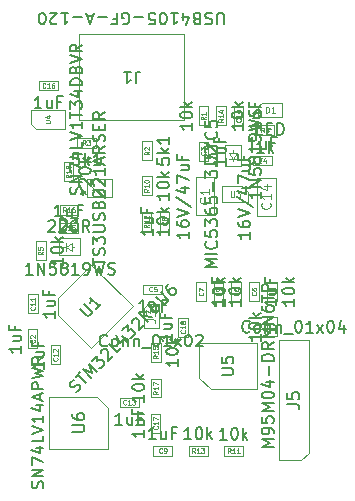
<source format=gbr>
G04 #@! TF.GenerationSoftware,KiCad,Pcbnew,9.0.2*
G04 #@! TF.CreationDate,2025-12-31T10:57:56+01:00*
G04 #@! TF.ProjectId,synthmate_L432,73796e74-686d-4617-9465-5f4c3433322e,rev?*
G04 #@! TF.SameCoordinates,Original*
G04 #@! TF.FileFunction,AssemblyDrawing,Top*
%FSLAX46Y46*%
G04 Gerber Fmt 4.6, Leading zero omitted, Abs format (unit mm)*
G04 Created by KiCad (PCBNEW 9.0.2) date 2025-12-31 10:57:56*
%MOMM*%
%LPD*%
G01*
G04 APERTURE LIST*
%ADD10C,0.150000*%
%ADD11C,0.060000*%
%ADD12C,0.075000*%
%ADD13C,0.080000*%
%ADD14C,0.120000*%
%ADD15C,0.114000*%
%ADD16C,0.100000*%
%ADD17C,0.025400*%
G04 APERTURE END LIST*
D10*
X147871904Y-95959580D02*
X147824285Y-96007200D01*
X147824285Y-96007200D02*
X147681428Y-96054819D01*
X147681428Y-96054819D02*
X147586190Y-96054819D01*
X147586190Y-96054819D02*
X147443333Y-96007200D01*
X147443333Y-96007200D02*
X147348095Y-95911961D01*
X147348095Y-95911961D02*
X147300476Y-95816723D01*
X147300476Y-95816723D02*
X147252857Y-95626247D01*
X147252857Y-95626247D02*
X147252857Y-95483390D01*
X147252857Y-95483390D02*
X147300476Y-95292914D01*
X147300476Y-95292914D02*
X147348095Y-95197676D01*
X147348095Y-95197676D02*
X147443333Y-95102438D01*
X147443333Y-95102438D02*
X147586190Y-95054819D01*
X147586190Y-95054819D02*
X147681428Y-95054819D01*
X147681428Y-95054819D02*
X147824285Y-95102438D01*
X147824285Y-95102438D02*
X147871904Y-95150057D01*
X148443333Y-96054819D02*
X148348095Y-96007200D01*
X148348095Y-96007200D02*
X148300476Y-95959580D01*
X148300476Y-95959580D02*
X148252857Y-95864342D01*
X148252857Y-95864342D02*
X148252857Y-95578628D01*
X148252857Y-95578628D02*
X148300476Y-95483390D01*
X148300476Y-95483390D02*
X148348095Y-95435771D01*
X148348095Y-95435771D02*
X148443333Y-95388152D01*
X148443333Y-95388152D02*
X148586190Y-95388152D01*
X148586190Y-95388152D02*
X148681428Y-95435771D01*
X148681428Y-95435771D02*
X148729047Y-95483390D01*
X148729047Y-95483390D02*
X148776666Y-95578628D01*
X148776666Y-95578628D02*
X148776666Y-95864342D01*
X148776666Y-95864342D02*
X148729047Y-95959580D01*
X148729047Y-95959580D02*
X148681428Y-96007200D01*
X148681428Y-96007200D02*
X148586190Y-96054819D01*
X148586190Y-96054819D02*
X148443333Y-96054819D01*
X149205238Y-95388152D02*
X149205238Y-96054819D01*
X149205238Y-95483390D02*
X149252857Y-95435771D01*
X149252857Y-95435771D02*
X149348095Y-95388152D01*
X149348095Y-95388152D02*
X149490952Y-95388152D01*
X149490952Y-95388152D02*
X149586190Y-95435771D01*
X149586190Y-95435771D02*
X149633809Y-95531009D01*
X149633809Y-95531009D02*
X149633809Y-96054819D01*
X150110000Y-95388152D02*
X150110000Y-96054819D01*
X150110000Y-95483390D02*
X150157619Y-95435771D01*
X150157619Y-95435771D02*
X150252857Y-95388152D01*
X150252857Y-95388152D02*
X150395714Y-95388152D01*
X150395714Y-95388152D02*
X150490952Y-95435771D01*
X150490952Y-95435771D02*
X150538571Y-95531009D01*
X150538571Y-95531009D02*
X150538571Y-96054819D01*
X150776667Y-96150057D02*
X151538571Y-96150057D01*
X151967143Y-95054819D02*
X152062381Y-95054819D01*
X152062381Y-95054819D02*
X152157619Y-95102438D01*
X152157619Y-95102438D02*
X152205238Y-95150057D01*
X152205238Y-95150057D02*
X152252857Y-95245295D01*
X152252857Y-95245295D02*
X152300476Y-95435771D01*
X152300476Y-95435771D02*
X152300476Y-95673866D01*
X152300476Y-95673866D02*
X152252857Y-95864342D01*
X152252857Y-95864342D02*
X152205238Y-95959580D01*
X152205238Y-95959580D02*
X152157619Y-96007200D01*
X152157619Y-96007200D02*
X152062381Y-96054819D01*
X152062381Y-96054819D02*
X151967143Y-96054819D01*
X151967143Y-96054819D02*
X151871905Y-96007200D01*
X151871905Y-96007200D02*
X151824286Y-95959580D01*
X151824286Y-95959580D02*
X151776667Y-95864342D01*
X151776667Y-95864342D02*
X151729048Y-95673866D01*
X151729048Y-95673866D02*
X151729048Y-95435771D01*
X151729048Y-95435771D02*
X151776667Y-95245295D01*
X151776667Y-95245295D02*
X151824286Y-95150057D01*
X151824286Y-95150057D02*
X151871905Y-95102438D01*
X151871905Y-95102438D02*
X151967143Y-95054819D01*
X153252857Y-96054819D02*
X152681429Y-96054819D01*
X152967143Y-96054819D02*
X152967143Y-95054819D01*
X152967143Y-95054819D02*
X152871905Y-95197676D01*
X152871905Y-95197676D02*
X152776667Y-95292914D01*
X152776667Y-95292914D02*
X152681429Y-95340533D01*
X153586191Y-96054819D02*
X154110000Y-95388152D01*
X153586191Y-95388152D02*
X154110000Y-96054819D01*
X154681429Y-95054819D02*
X154776667Y-95054819D01*
X154776667Y-95054819D02*
X154871905Y-95102438D01*
X154871905Y-95102438D02*
X154919524Y-95150057D01*
X154919524Y-95150057D02*
X154967143Y-95245295D01*
X154967143Y-95245295D02*
X155014762Y-95435771D01*
X155014762Y-95435771D02*
X155014762Y-95673866D01*
X155014762Y-95673866D02*
X154967143Y-95864342D01*
X154967143Y-95864342D02*
X154919524Y-95959580D01*
X154919524Y-95959580D02*
X154871905Y-96007200D01*
X154871905Y-96007200D02*
X154776667Y-96054819D01*
X154776667Y-96054819D02*
X154681429Y-96054819D01*
X154681429Y-96054819D02*
X154586191Y-96007200D01*
X154586191Y-96007200D02*
X154538572Y-95959580D01*
X154538572Y-95959580D02*
X154490953Y-95864342D01*
X154490953Y-95864342D02*
X154443334Y-95673866D01*
X154443334Y-95673866D02*
X154443334Y-95435771D01*
X154443334Y-95435771D02*
X154490953Y-95245295D01*
X154490953Y-95245295D02*
X154538572Y-95150057D01*
X154538572Y-95150057D02*
X154586191Y-95102438D01*
X154586191Y-95102438D02*
X154681429Y-95054819D01*
X155871905Y-95388152D02*
X155871905Y-96054819D01*
X155633810Y-95007200D02*
X155395715Y-95721485D01*
X155395715Y-95721485D02*
X156014762Y-95721485D01*
X151064819Y-102123333D02*
X151779104Y-102123333D01*
X151779104Y-102123333D02*
X151921961Y-102170952D01*
X151921961Y-102170952D02*
X152017200Y-102266190D01*
X152017200Y-102266190D02*
X152064819Y-102409047D01*
X152064819Y-102409047D02*
X152064819Y-102504285D01*
X151064819Y-101170952D02*
X151064819Y-101647142D01*
X151064819Y-101647142D02*
X151541009Y-101694761D01*
X151541009Y-101694761D02*
X151493390Y-101647142D01*
X151493390Y-101647142D02*
X151445771Y-101551904D01*
X151445771Y-101551904D02*
X151445771Y-101313809D01*
X151445771Y-101313809D02*
X151493390Y-101218571D01*
X151493390Y-101218571D02*
X151541009Y-101170952D01*
X151541009Y-101170952D02*
X151636247Y-101123333D01*
X151636247Y-101123333D02*
X151874342Y-101123333D01*
X151874342Y-101123333D02*
X151969580Y-101170952D01*
X151969580Y-101170952D02*
X152017200Y-101218571D01*
X152017200Y-101218571D02*
X152064819Y-101313809D01*
X152064819Y-101313809D02*
X152064819Y-101551904D01*
X152064819Y-101551904D02*
X152017200Y-101647142D01*
X152017200Y-101647142D02*
X151969580Y-101694761D01*
X130367200Y-109235118D02*
X130414819Y-109092261D01*
X130414819Y-109092261D02*
X130414819Y-108854166D01*
X130414819Y-108854166D02*
X130367200Y-108758928D01*
X130367200Y-108758928D02*
X130319580Y-108711309D01*
X130319580Y-108711309D02*
X130224342Y-108663690D01*
X130224342Y-108663690D02*
X130129104Y-108663690D01*
X130129104Y-108663690D02*
X130033866Y-108711309D01*
X130033866Y-108711309D02*
X129986247Y-108758928D01*
X129986247Y-108758928D02*
X129938628Y-108854166D01*
X129938628Y-108854166D02*
X129891009Y-109044642D01*
X129891009Y-109044642D02*
X129843390Y-109139880D01*
X129843390Y-109139880D02*
X129795771Y-109187499D01*
X129795771Y-109187499D02*
X129700533Y-109235118D01*
X129700533Y-109235118D02*
X129605295Y-109235118D01*
X129605295Y-109235118D02*
X129510057Y-109187499D01*
X129510057Y-109187499D02*
X129462438Y-109139880D01*
X129462438Y-109139880D02*
X129414819Y-109044642D01*
X129414819Y-109044642D02*
X129414819Y-108806547D01*
X129414819Y-108806547D02*
X129462438Y-108663690D01*
X130414819Y-108235118D02*
X129414819Y-108235118D01*
X129414819Y-108235118D02*
X130414819Y-107663690D01*
X130414819Y-107663690D02*
X129414819Y-107663690D01*
X129414819Y-107282737D02*
X129414819Y-106616071D01*
X129414819Y-106616071D02*
X130414819Y-107044642D01*
X129748152Y-105806547D02*
X130414819Y-105806547D01*
X129367200Y-106044642D02*
X130081485Y-106282737D01*
X130081485Y-106282737D02*
X130081485Y-105663690D01*
X130414819Y-104806547D02*
X130414819Y-105282737D01*
X130414819Y-105282737D02*
X129414819Y-105282737D01*
X129414819Y-104616070D02*
X130414819Y-104282737D01*
X130414819Y-104282737D02*
X129414819Y-103949404D01*
X130414819Y-103092261D02*
X130414819Y-103663689D01*
X130414819Y-103377975D02*
X129414819Y-103377975D01*
X129414819Y-103377975D02*
X129557676Y-103473213D01*
X129557676Y-103473213D02*
X129652914Y-103568451D01*
X129652914Y-103568451D02*
X129700533Y-103663689D01*
X129748152Y-102235118D02*
X130414819Y-102235118D01*
X129367200Y-102473213D02*
X130081485Y-102711308D01*
X130081485Y-102711308D02*
X130081485Y-102092261D01*
X130129104Y-101758927D02*
X130129104Y-101282737D01*
X130414819Y-101854165D02*
X129414819Y-101520832D01*
X129414819Y-101520832D02*
X130414819Y-101187499D01*
X130414819Y-100854165D02*
X129414819Y-100854165D01*
X129414819Y-100854165D02*
X129414819Y-100473213D01*
X129414819Y-100473213D02*
X129462438Y-100377975D01*
X129462438Y-100377975D02*
X129510057Y-100330356D01*
X129510057Y-100330356D02*
X129605295Y-100282737D01*
X129605295Y-100282737D02*
X129748152Y-100282737D01*
X129748152Y-100282737D02*
X129843390Y-100330356D01*
X129843390Y-100330356D02*
X129891009Y-100377975D01*
X129891009Y-100377975D02*
X129938628Y-100473213D01*
X129938628Y-100473213D02*
X129938628Y-100854165D01*
X129414819Y-99949403D02*
X130414819Y-99711308D01*
X130414819Y-99711308D02*
X129700533Y-99520832D01*
X129700533Y-99520832D02*
X130414819Y-99330356D01*
X130414819Y-99330356D02*
X129414819Y-99092261D01*
X130414819Y-98139880D02*
X129938628Y-98473213D01*
X130414819Y-98711308D02*
X129414819Y-98711308D01*
X129414819Y-98711308D02*
X129414819Y-98330356D01*
X129414819Y-98330356D02*
X129462438Y-98235118D01*
X129462438Y-98235118D02*
X129510057Y-98187499D01*
X129510057Y-98187499D02*
X129605295Y-98139880D01*
X129605295Y-98139880D02*
X129748152Y-98139880D01*
X129748152Y-98139880D02*
X129843390Y-98187499D01*
X129843390Y-98187499D02*
X129891009Y-98235118D01*
X129891009Y-98235118D02*
X129938628Y-98330356D01*
X129938628Y-98330356D02*
X129938628Y-98711308D01*
X132864819Y-104449404D02*
X133674342Y-104449404D01*
X133674342Y-104449404D02*
X133769580Y-104401785D01*
X133769580Y-104401785D02*
X133817200Y-104354166D01*
X133817200Y-104354166D02*
X133864819Y-104258928D01*
X133864819Y-104258928D02*
X133864819Y-104068452D01*
X133864819Y-104068452D02*
X133817200Y-103973214D01*
X133817200Y-103973214D02*
X133769580Y-103925595D01*
X133769580Y-103925595D02*
X133674342Y-103877976D01*
X133674342Y-103877976D02*
X132864819Y-103877976D01*
X132864819Y-102973214D02*
X132864819Y-103163690D01*
X132864819Y-103163690D02*
X132912438Y-103258928D01*
X132912438Y-103258928D02*
X132960057Y-103306547D01*
X132960057Y-103306547D02*
X133102914Y-103401785D01*
X133102914Y-103401785D02*
X133293390Y-103449404D01*
X133293390Y-103449404D02*
X133674342Y-103449404D01*
X133674342Y-103449404D02*
X133769580Y-103401785D01*
X133769580Y-103401785D02*
X133817200Y-103354166D01*
X133817200Y-103354166D02*
X133864819Y-103258928D01*
X133864819Y-103258928D02*
X133864819Y-103068452D01*
X133864819Y-103068452D02*
X133817200Y-102973214D01*
X133817200Y-102973214D02*
X133769580Y-102925595D01*
X133769580Y-102925595D02*
X133674342Y-102877976D01*
X133674342Y-102877976D02*
X133436247Y-102877976D01*
X133436247Y-102877976D02*
X133341009Y-102925595D01*
X133341009Y-102925595D02*
X133293390Y-102973214D01*
X133293390Y-102973214D02*
X133245771Y-103068452D01*
X133245771Y-103068452D02*
X133245771Y-103258928D01*
X133245771Y-103258928D02*
X133293390Y-103354166D01*
X133293390Y-103354166D02*
X133341009Y-103401785D01*
X133341009Y-103401785D02*
X133436247Y-103449404D01*
X137069761Y-103854819D02*
X136498333Y-103854819D01*
X136784047Y-103854819D02*
X136784047Y-102854819D01*
X136784047Y-102854819D02*
X136688809Y-102997676D01*
X136688809Y-102997676D02*
X136593571Y-103092914D01*
X136593571Y-103092914D02*
X136498333Y-103140533D01*
X137926904Y-103188152D02*
X137926904Y-103854819D01*
X137498333Y-103188152D02*
X137498333Y-103711961D01*
X137498333Y-103711961D02*
X137545952Y-103807200D01*
X137545952Y-103807200D02*
X137641190Y-103854819D01*
X137641190Y-103854819D02*
X137784047Y-103854819D01*
X137784047Y-103854819D02*
X137879285Y-103807200D01*
X137879285Y-103807200D02*
X137926904Y-103759580D01*
X138736428Y-103331009D02*
X138403095Y-103331009D01*
X138403095Y-103854819D02*
X138403095Y-102854819D01*
X138403095Y-102854819D02*
X138879285Y-102854819D01*
D11*
X137407857Y-102113832D02*
X137388809Y-102132880D01*
X137388809Y-102132880D02*
X137331667Y-102151927D01*
X137331667Y-102151927D02*
X137293571Y-102151927D01*
X137293571Y-102151927D02*
X137236428Y-102132880D01*
X137236428Y-102132880D02*
X137198333Y-102094784D01*
X137198333Y-102094784D02*
X137179286Y-102056689D01*
X137179286Y-102056689D02*
X137160238Y-101980499D01*
X137160238Y-101980499D02*
X137160238Y-101923356D01*
X137160238Y-101923356D02*
X137179286Y-101847165D01*
X137179286Y-101847165D02*
X137198333Y-101809070D01*
X137198333Y-101809070D02*
X137236428Y-101770975D01*
X137236428Y-101770975D02*
X137293571Y-101751927D01*
X137293571Y-101751927D02*
X137331667Y-101751927D01*
X137331667Y-101751927D02*
X137388809Y-101770975D01*
X137388809Y-101770975D02*
X137407857Y-101790022D01*
X137788809Y-102151927D02*
X137560238Y-102151927D01*
X137674524Y-102151927D02*
X137674524Y-101751927D01*
X137674524Y-101751927D02*
X137636428Y-101809070D01*
X137636428Y-101809070D02*
X137598333Y-101847165D01*
X137598333Y-101847165D02*
X137560238Y-101866213D01*
X137922142Y-101751927D02*
X138169761Y-101751927D01*
X138169761Y-101751927D02*
X138036428Y-101904308D01*
X138036428Y-101904308D02*
X138093571Y-101904308D01*
X138093571Y-101904308D02*
X138131666Y-101923356D01*
X138131666Y-101923356D02*
X138150714Y-101942403D01*
X138150714Y-101942403D02*
X138169761Y-101980499D01*
X138169761Y-101980499D02*
X138169761Y-102075737D01*
X138169761Y-102075737D02*
X138150714Y-102113832D01*
X138150714Y-102113832D02*
X138131666Y-102132880D01*
X138131666Y-102132880D02*
X138093571Y-102151927D01*
X138093571Y-102151927D02*
X137979285Y-102151927D01*
X137979285Y-102151927D02*
X137941190Y-102132880D01*
X137941190Y-102132880D02*
X137922142Y-102113832D01*
D10*
X142919761Y-105094819D02*
X142348333Y-105094819D01*
X142634047Y-105094819D02*
X142634047Y-104094819D01*
X142634047Y-104094819D02*
X142538809Y-104237676D01*
X142538809Y-104237676D02*
X142443571Y-104332914D01*
X142443571Y-104332914D02*
X142348333Y-104380533D01*
X143538809Y-104094819D02*
X143634047Y-104094819D01*
X143634047Y-104094819D02*
X143729285Y-104142438D01*
X143729285Y-104142438D02*
X143776904Y-104190057D01*
X143776904Y-104190057D02*
X143824523Y-104285295D01*
X143824523Y-104285295D02*
X143872142Y-104475771D01*
X143872142Y-104475771D02*
X143872142Y-104713866D01*
X143872142Y-104713866D02*
X143824523Y-104904342D01*
X143824523Y-104904342D02*
X143776904Y-104999580D01*
X143776904Y-104999580D02*
X143729285Y-105047200D01*
X143729285Y-105047200D02*
X143634047Y-105094819D01*
X143634047Y-105094819D02*
X143538809Y-105094819D01*
X143538809Y-105094819D02*
X143443571Y-105047200D01*
X143443571Y-105047200D02*
X143395952Y-104999580D01*
X143395952Y-104999580D02*
X143348333Y-104904342D01*
X143348333Y-104904342D02*
X143300714Y-104713866D01*
X143300714Y-104713866D02*
X143300714Y-104475771D01*
X143300714Y-104475771D02*
X143348333Y-104285295D01*
X143348333Y-104285295D02*
X143395952Y-104190057D01*
X143395952Y-104190057D02*
X143443571Y-104142438D01*
X143443571Y-104142438D02*
X143538809Y-104094819D01*
X144300714Y-105094819D02*
X144300714Y-104094819D01*
X144395952Y-104713866D02*
X144681666Y-105094819D01*
X144681666Y-104428152D02*
X144300714Y-104809104D01*
D11*
X143257857Y-106251927D02*
X143124524Y-106061451D01*
X143029286Y-106251927D02*
X143029286Y-105851927D01*
X143029286Y-105851927D02*
X143181667Y-105851927D01*
X143181667Y-105851927D02*
X143219762Y-105870975D01*
X143219762Y-105870975D02*
X143238809Y-105890022D01*
X143238809Y-105890022D02*
X143257857Y-105928118D01*
X143257857Y-105928118D02*
X143257857Y-105985260D01*
X143257857Y-105985260D02*
X143238809Y-106023356D01*
X143238809Y-106023356D02*
X143219762Y-106042403D01*
X143219762Y-106042403D02*
X143181667Y-106061451D01*
X143181667Y-106061451D02*
X143029286Y-106061451D01*
X143638809Y-106251927D02*
X143410238Y-106251927D01*
X143524524Y-106251927D02*
X143524524Y-105851927D01*
X143524524Y-105851927D02*
X143486428Y-105909070D01*
X143486428Y-105909070D02*
X143448333Y-105947165D01*
X143448333Y-105947165D02*
X143410238Y-105966213D01*
X143772142Y-105851927D02*
X144019761Y-105851927D01*
X144019761Y-105851927D02*
X143886428Y-106004308D01*
X143886428Y-106004308D02*
X143943571Y-106004308D01*
X143943571Y-106004308D02*
X143981666Y-106023356D01*
X143981666Y-106023356D02*
X144000714Y-106042403D01*
X144000714Y-106042403D02*
X144019761Y-106080499D01*
X144019761Y-106080499D02*
X144019761Y-106175737D01*
X144019761Y-106175737D02*
X144000714Y-106213832D01*
X144000714Y-106213832D02*
X143981666Y-106232880D01*
X143981666Y-106232880D02*
X143943571Y-106251927D01*
X143943571Y-106251927D02*
X143829285Y-106251927D01*
X143829285Y-106251927D02*
X143791190Y-106232880D01*
X143791190Y-106232880D02*
X143772142Y-106213832D01*
D10*
X145689523Y-69970180D02*
X145689523Y-69160657D01*
X145689523Y-69160657D02*
X145641904Y-69065419D01*
X145641904Y-69065419D02*
X145594285Y-69017800D01*
X145594285Y-69017800D02*
X145499047Y-68970180D01*
X145499047Y-68970180D02*
X145308571Y-68970180D01*
X145308571Y-68970180D02*
X145213333Y-69017800D01*
X145213333Y-69017800D02*
X145165714Y-69065419D01*
X145165714Y-69065419D02*
X145118095Y-69160657D01*
X145118095Y-69160657D02*
X145118095Y-69970180D01*
X144689523Y-69017800D02*
X144546666Y-68970180D01*
X144546666Y-68970180D02*
X144308571Y-68970180D01*
X144308571Y-68970180D02*
X144213333Y-69017800D01*
X144213333Y-69017800D02*
X144165714Y-69065419D01*
X144165714Y-69065419D02*
X144118095Y-69160657D01*
X144118095Y-69160657D02*
X144118095Y-69255895D01*
X144118095Y-69255895D02*
X144165714Y-69351133D01*
X144165714Y-69351133D02*
X144213333Y-69398752D01*
X144213333Y-69398752D02*
X144308571Y-69446371D01*
X144308571Y-69446371D02*
X144499047Y-69493990D01*
X144499047Y-69493990D02*
X144594285Y-69541609D01*
X144594285Y-69541609D02*
X144641904Y-69589228D01*
X144641904Y-69589228D02*
X144689523Y-69684466D01*
X144689523Y-69684466D02*
X144689523Y-69779704D01*
X144689523Y-69779704D02*
X144641904Y-69874942D01*
X144641904Y-69874942D02*
X144594285Y-69922561D01*
X144594285Y-69922561D02*
X144499047Y-69970180D01*
X144499047Y-69970180D02*
X144260952Y-69970180D01*
X144260952Y-69970180D02*
X144118095Y-69922561D01*
X143356190Y-69493990D02*
X143213333Y-69446371D01*
X143213333Y-69446371D02*
X143165714Y-69398752D01*
X143165714Y-69398752D02*
X143118095Y-69303514D01*
X143118095Y-69303514D02*
X143118095Y-69160657D01*
X143118095Y-69160657D02*
X143165714Y-69065419D01*
X143165714Y-69065419D02*
X143213333Y-69017800D01*
X143213333Y-69017800D02*
X143308571Y-68970180D01*
X143308571Y-68970180D02*
X143689523Y-68970180D01*
X143689523Y-68970180D02*
X143689523Y-69970180D01*
X143689523Y-69970180D02*
X143356190Y-69970180D01*
X143356190Y-69970180D02*
X143260952Y-69922561D01*
X143260952Y-69922561D02*
X143213333Y-69874942D01*
X143213333Y-69874942D02*
X143165714Y-69779704D01*
X143165714Y-69779704D02*
X143165714Y-69684466D01*
X143165714Y-69684466D02*
X143213333Y-69589228D01*
X143213333Y-69589228D02*
X143260952Y-69541609D01*
X143260952Y-69541609D02*
X143356190Y-69493990D01*
X143356190Y-69493990D02*
X143689523Y-69493990D01*
X142260952Y-69636847D02*
X142260952Y-68970180D01*
X142499047Y-70017800D02*
X142737142Y-69303514D01*
X142737142Y-69303514D02*
X142118095Y-69303514D01*
X141213333Y-68970180D02*
X141784761Y-68970180D01*
X141499047Y-68970180D02*
X141499047Y-69970180D01*
X141499047Y-69970180D02*
X141594285Y-69827323D01*
X141594285Y-69827323D02*
X141689523Y-69732085D01*
X141689523Y-69732085D02*
X141784761Y-69684466D01*
X140594285Y-69970180D02*
X140499047Y-69970180D01*
X140499047Y-69970180D02*
X140403809Y-69922561D01*
X140403809Y-69922561D02*
X140356190Y-69874942D01*
X140356190Y-69874942D02*
X140308571Y-69779704D01*
X140308571Y-69779704D02*
X140260952Y-69589228D01*
X140260952Y-69589228D02*
X140260952Y-69351133D01*
X140260952Y-69351133D02*
X140308571Y-69160657D01*
X140308571Y-69160657D02*
X140356190Y-69065419D01*
X140356190Y-69065419D02*
X140403809Y-69017800D01*
X140403809Y-69017800D02*
X140499047Y-68970180D01*
X140499047Y-68970180D02*
X140594285Y-68970180D01*
X140594285Y-68970180D02*
X140689523Y-69017800D01*
X140689523Y-69017800D02*
X140737142Y-69065419D01*
X140737142Y-69065419D02*
X140784761Y-69160657D01*
X140784761Y-69160657D02*
X140832380Y-69351133D01*
X140832380Y-69351133D02*
X140832380Y-69589228D01*
X140832380Y-69589228D02*
X140784761Y-69779704D01*
X140784761Y-69779704D02*
X140737142Y-69874942D01*
X140737142Y-69874942D02*
X140689523Y-69922561D01*
X140689523Y-69922561D02*
X140594285Y-69970180D01*
X139356190Y-69970180D02*
X139832380Y-69970180D01*
X139832380Y-69970180D02*
X139879999Y-69493990D01*
X139879999Y-69493990D02*
X139832380Y-69541609D01*
X139832380Y-69541609D02*
X139737142Y-69589228D01*
X139737142Y-69589228D02*
X139499047Y-69589228D01*
X139499047Y-69589228D02*
X139403809Y-69541609D01*
X139403809Y-69541609D02*
X139356190Y-69493990D01*
X139356190Y-69493990D02*
X139308571Y-69398752D01*
X139308571Y-69398752D02*
X139308571Y-69160657D01*
X139308571Y-69160657D02*
X139356190Y-69065419D01*
X139356190Y-69065419D02*
X139403809Y-69017800D01*
X139403809Y-69017800D02*
X139499047Y-68970180D01*
X139499047Y-68970180D02*
X139737142Y-68970180D01*
X139737142Y-68970180D02*
X139832380Y-69017800D01*
X139832380Y-69017800D02*
X139879999Y-69065419D01*
X138879999Y-69351133D02*
X138118095Y-69351133D01*
X137118095Y-69922561D02*
X137213333Y-69970180D01*
X137213333Y-69970180D02*
X137356190Y-69970180D01*
X137356190Y-69970180D02*
X137499047Y-69922561D01*
X137499047Y-69922561D02*
X137594285Y-69827323D01*
X137594285Y-69827323D02*
X137641904Y-69732085D01*
X137641904Y-69732085D02*
X137689523Y-69541609D01*
X137689523Y-69541609D02*
X137689523Y-69398752D01*
X137689523Y-69398752D02*
X137641904Y-69208276D01*
X137641904Y-69208276D02*
X137594285Y-69113038D01*
X137594285Y-69113038D02*
X137499047Y-69017800D01*
X137499047Y-69017800D02*
X137356190Y-68970180D01*
X137356190Y-68970180D02*
X137260952Y-68970180D01*
X137260952Y-68970180D02*
X137118095Y-69017800D01*
X137118095Y-69017800D02*
X137070476Y-69065419D01*
X137070476Y-69065419D02*
X137070476Y-69398752D01*
X137070476Y-69398752D02*
X137260952Y-69398752D01*
X136308571Y-69493990D02*
X136641904Y-69493990D01*
X136641904Y-68970180D02*
X136641904Y-69970180D01*
X136641904Y-69970180D02*
X136165714Y-69970180D01*
X135784761Y-69351133D02*
X135022857Y-69351133D01*
X134594285Y-69255895D02*
X134118095Y-69255895D01*
X134689523Y-68970180D02*
X134356190Y-69970180D01*
X134356190Y-69970180D02*
X134022857Y-68970180D01*
X133689523Y-69351133D02*
X132927619Y-69351133D01*
X131927619Y-68970180D02*
X132499047Y-68970180D01*
X132213333Y-68970180D02*
X132213333Y-69970180D01*
X132213333Y-69970180D02*
X132308571Y-69827323D01*
X132308571Y-69827323D02*
X132403809Y-69732085D01*
X132403809Y-69732085D02*
X132499047Y-69684466D01*
X131546666Y-69874942D02*
X131499047Y-69922561D01*
X131499047Y-69922561D02*
X131403809Y-69970180D01*
X131403809Y-69970180D02*
X131165714Y-69970180D01*
X131165714Y-69970180D02*
X131070476Y-69922561D01*
X131070476Y-69922561D02*
X131022857Y-69874942D01*
X131022857Y-69874942D02*
X130975238Y-69779704D01*
X130975238Y-69779704D02*
X130975238Y-69684466D01*
X130975238Y-69684466D02*
X131022857Y-69541609D01*
X131022857Y-69541609D02*
X131594285Y-68970180D01*
X131594285Y-68970180D02*
X130975238Y-68970180D01*
X130356190Y-69970180D02*
X130260952Y-69970180D01*
X130260952Y-69970180D02*
X130165714Y-69922561D01*
X130165714Y-69922561D02*
X130118095Y-69874942D01*
X130118095Y-69874942D02*
X130070476Y-69779704D01*
X130070476Y-69779704D02*
X130022857Y-69589228D01*
X130022857Y-69589228D02*
X130022857Y-69351133D01*
X130022857Y-69351133D02*
X130070476Y-69160657D01*
X130070476Y-69160657D02*
X130118095Y-69065419D01*
X130118095Y-69065419D02*
X130165714Y-69017800D01*
X130165714Y-69017800D02*
X130260952Y-68970180D01*
X130260952Y-68970180D02*
X130356190Y-68970180D01*
X130356190Y-68970180D02*
X130451428Y-69017800D01*
X130451428Y-69017800D02*
X130499047Y-69065419D01*
X130499047Y-69065419D02*
X130546666Y-69160657D01*
X130546666Y-69160657D02*
X130594285Y-69351133D01*
X130594285Y-69351133D02*
X130594285Y-69589228D01*
X130594285Y-69589228D02*
X130546666Y-69779704D01*
X130546666Y-69779704D02*
X130499047Y-69874942D01*
X130499047Y-69874942D02*
X130451428Y-69922561D01*
X130451428Y-69922561D02*
X130356190Y-69970180D01*
X138213333Y-74970180D02*
X138213333Y-74255895D01*
X138213333Y-74255895D02*
X138260952Y-74113038D01*
X138260952Y-74113038D02*
X138356190Y-74017800D01*
X138356190Y-74017800D02*
X138499047Y-73970180D01*
X138499047Y-73970180D02*
X138594285Y-73970180D01*
X137213333Y-73970180D02*
X137784761Y-73970180D01*
X137499047Y-73970180D02*
X137499047Y-74970180D01*
X137499047Y-74970180D02*
X137594285Y-74827323D01*
X137594285Y-74827323D02*
X137689523Y-74732085D01*
X137689523Y-74732085D02*
X137784761Y-74684466D01*
X148824819Y-84130476D02*
X148824819Y-84701904D01*
X148824819Y-84416190D02*
X147824819Y-84416190D01*
X147824819Y-84416190D02*
X147967676Y-84511428D01*
X147967676Y-84511428D02*
X148062914Y-84606666D01*
X148062914Y-84606666D02*
X148110533Y-84701904D01*
X148824819Y-83701904D02*
X147824819Y-83701904D01*
X147824819Y-83701904D02*
X148824819Y-83130476D01*
X148824819Y-83130476D02*
X147824819Y-83130476D01*
X147824819Y-82178095D02*
X147824819Y-82654285D01*
X147824819Y-82654285D02*
X148301009Y-82701904D01*
X148301009Y-82701904D02*
X148253390Y-82654285D01*
X148253390Y-82654285D02*
X148205771Y-82559047D01*
X148205771Y-82559047D02*
X148205771Y-82320952D01*
X148205771Y-82320952D02*
X148253390Y-82225714D01*
X148253390Y-82225714D02*
X148301009Y-82178095D01*
X148301009Y-82178095D02*
X148396247Y-82130476D01*
X148396247Y-82130476D02*
X148634342Y-82130476D01*
X148634342Y-82130476D02*
X148729580Y-82178095D01*
X148729580Y-82178095D02*
X148777200Y-82225714D01*
X148777200Y-82225714D02*
X148824819Y-82320952D01*
X148824819Y-82320952D02*
X148824819Y-82559047D01*
X148824819Y-82559047D02*
X148777200Y-82654285D01*
X148777200Y-82654285D02*
X148729580Y-82701904D01*
X148253390Y-81559047D02*
X148205771Y-81654285D01*
X148205771Y-81654285D02*
X148158152Y-81701904D01*
X148158152Y-81701904D02*
X148062914Y-81749523D01*
X148062914Y-81749523D02*
X148015295Y-81749523D01*
X148015295Y-81749523D02*
X147920057Y-81701904D01*
X147920057Y-81701904D02*
X147872438Y-81654285D01*
X147872438Y-81654285D02*
X147824819Y-81559047D01*
X147824819Y-81559047D02*
X147824819Y-81368571D01*
X147824819Y-81368571D02*
X147872438Y-81273333D01*
X147872438Y-81273333D02*
X147920057Y-81225714D01*
X147920057Y-81225714D02*
X148015295Y-81178095D01*
X148015295Y-81178095D02*
X148062914Y-81178095D01*
X148062914Y-81178095D02*
X148158152Y-81225714D01*
X148158152Y-81225714D02*
X148205771Y-81273333D01*
X148205771Y-81273333D02*
X148253390Y-81368571D01*
X148253390Y-81368571D02*
X148253390Y-81559047D01*
X148253390Y-81559047D02*
X148301009Y-81654285D01*
X148301009Y-81654285D02*
X148348628Y-81701904D01*
X148348628Y-81701904D02*
X148443866Y-81749523D01*
X148443866Y-81749523D02*
X148634342Y-81749523D01*
X148634342Y-81749523D02*
X148729580Y-81701904D01*
X148729580Y-81701904D02*
X148777200Y-81654285D01*
X148777200Y-81654285D02*
X148824819Y-81559047D01*
X148824819Y-81559047D02*
X148824819Y-81368571D01*
X148824819Y-81368571D02*
X148777200Y-81273333D01*
X148777200Y-81273333D02*
X148729580Y-81225714D01*
X148729580Y-81225714D02*
X148634342Y-81178095D01*
X148634342Y-81178095D02*
X148443866Y-81178095D01*
X148443866Y-81178095D02*
X148348628Y-81225714D01*
X148348628Y-81225714D02*
X148301009Y-81273333D01*
X148301009Y-81273333D02*
X148253390Y-81368571D01*
X148824819Y-80225714D02*
X148824819Y-80797142D01*
X148824819Y-80511428D02*
X147824819Y-80511428D01*
X147824819Y-80511428D02*
X147967676Y-80606666D01*
X147967676Y-80606666D02*
X148062914Y-80701904D01*
X148062914Y-80701904D02*
X148110533Y-80797142D01*
X148824819Y-79749523D02*
X148824819Y-79559047D01*
X148824819Y-79559047D02*
X148777200Y-79463809D01*
X148777200Y-79463809D02*
X148729580Y-79416190D01*
X148729580Y-79416190D02*
X148586723Y-79320952D01*
X148586723Y-79320952D02*
X148396247Y-79273333D01*
X148396247Y-79273333D02*
X148015295Y-79273333D01*
X148015295Y-79273333D02*
X147920057Y-79320952D01*
X147920057Y-79320952D02*
X147872438Y-79368571D01*
X147872438Y-79368571D02*
X147824819Y-79463809D01*
X147824819Y-79463809D02*
X147824819Y-79654285D01*
X147824819Y-79654285D02*
X147872438Y-79749523D01*
X147872438Y-79749523D02*
X147920057Y-79797142D01*
X147920057Y-79797142D02*
X148015295Y-79844761D01*
X148015295Y-79844761D02*
X148253390Y-79844761D01*
X148253390Y-79844761D02*
X148348628Y-79797142D01*
X148348628Y-79797142D02*
X148396247Y-79749523D01*
X148396247Y-79749523D02*
X148443866Y-79654285D01*
X148443866Y-79654285D02*
X148443866Y-79463809D01*
X148443866Y-79463809D02*
X148396247Y-79368571D01*
X148396247Y-79368571D02*
X148348628Y-79320952D01*
X148348628Y-79320952D02*
X148253390Y-79273333D01*
X147824819Y-78939999D02*
X148824819Y-78701904D01*
X148824819Y-78701904D02*
X148110533Y-78511428D01*
X148110533Y-78511428D02*
X148824819Y-78320952D01*
X148824819Y-78320952D02*
X147824819Y-78082857D01*
X148777200Y-77749523D02*
X148824819Y-77606666D01*
X148824819Y-77606666D02*
X148824819Y-77368571D01*
X148824819Y-77368571D02*
X148777200Y-77273333D01*
X148777200Y-77273333D02*
X148729580Y-77225714D01*
X148729580Y-77225714D02*
X148634342Y-77178095D01*
X148634342Y-77178095D02*
X148539104Y-77178095D01*
X148539104Y-77178095D02*
X148443866Y-77225714D01*
X148443866Y-77225714D02*
X148396247Y-77273333D01*
X148396247Y-77273333D02*
X148348628Y-77368571D01*
X148348628Y-77368571D02*
X148301009Y-77559047D01*
X148301009Y-77559047D02*
X148253390Y-77654285D01*
X148253390Y-77654285D02*
X148205771Y-77701904D01*
X148205771Y-77701904D02*
X148110533Y-77749523D01*
X148110533Y-77749523D02*
X148015295Y-77749523D01*
X148015295Y-77749523D02*
X147920057Y-77701904D01*
X147920057Y-77701904D02*
X147872438Y-77654285D01*
X147872438Y-77654285D02*
X147824819Y-77559047D01*
X147824819Y-77559047D02*
X147824819Y-77320952D01*
X147824819Y-77320952D02*
X147872438Y-77178095D01*
X145074819Y-81778094D02*
X144074819Y-81778094D01*
X144074819Y-81778094D02*
X144074819Y-81539999D01*
X144074819Y-81539999D02*
X144122438Y-81397142D01*
X144122438Y-81397142D02*
X144217676Y-81301904D01*
X144217676Y-81301904D02*
X144312914Y-81254285D01*
X144312914Y-81254285D02*
X144503390Y-81206666D01*
X144503390Y-81206666D02*
X144646247Y-81206666D01*
X144646247Y-81206666D02*
X144836723Y-81254285D01*
X144836723Y-81254285D02*
X144931961Y-81301904D01*
X144931961Y-81301904D02*
X145027200Y-81397142D01*
X145027200Y-81397142D02*
X145074819Y-81539999D01*
X145074819Y-81539999D02*
X145074819Y-81778094D01*
X144170057Y-80825713D02*
X144122438Y-80778094D01*
X144122438Y-80778094D02*
X144074819Y-80682856D01*
X144074819Y-80682856D02*
X144074819Y-80444761D01*
X144074819Y-80444761D02*
X144122438Y-80349523D01*
X144122438Y-80349523D02*
X144170057Y-80301904D01*
X144170057Y-80301904D02*
X144265295Y-80254285D01*
X144265295Y-80254285D02*
X144360533Y-80254285D01*
X144360533Y-80254285D02*
X144503390Y-80301904D01*
X144503390Y-80301904D02*
X145074819Y-80873332D01*
X145074819Y-80873332D02*
X145074819Y-80254285D01*
X145754819Y-93200238D02*
X145754819Y-93771666D01*
X145754819Y-93485952D02*
X144754819Y-93485952D01*
X144754819Y-93485952D02*
X144897676Y-93581190D01*
X144897676Y-93581190D02*
X144992914Y-93676428D01*
X144992914Y-93676428D02*
X145040533Y-93771666D01*
X144754819Y-92581190D02*
X144754819Y-92485952D01*
X144754819Y-92485952D02*
X144802438Y-92390714D01*
X144802438Y-92390714D02*
X144850057Y-92343095D01*
X144850057Y-92343095D02*
X144945295Y-92295476D01*
X144945295Y-92295476D02*
X145135771Y-92247857D01*
X145135771Y-92247857D02*
X145373866Y-92247857D01*
X145373866Y-92247857D02*
X145564342Y-92295476D01*
X145564342Y-92295476D02*
X145659580Y-92343095D01*
X145659580Y-92343095D02*
X145707200Y-92390714D01*
X145707200Y-92390714D02*
X145754819Y-92485952D01*
X145754819Y-92485952D02*
X145754819Y-92581190D01*
X145754819Y-92581190D02*
X145707200Y-92676428D01*
X145707200Y-92676428D02*
X145659580Y-92724047D01*
X145659580Y-92724047D02*
X145564342Y-92771666D01*
X145564342Y-92771666D02*
X145373866Y-92819285D01*
X145373866Y-92819285D02*
X145135771Y-92819285D01*
X145135771Y-92819285D02*
X144945295Y-92771666D01*
X144945295Y-92771666D02*
X144850057Y-92724047D01*
X144850057Y-92724047D02*
X144802438Y-92676428D01*
X144802438Y-92676428D02*
X144754819Y-92581190D01*
X145754819Y-91819285D02*
X144754819Y-91819285D01*
X145373866Y-91724047D02*
X145754819Y-91438333D01*
X145088152Y-91438333D02*
X145469104Y-91819285D01*
D11*
X146911927Y-92671666D02*
X146721451Y-92804999D01*
X146911927Y-92900237D02*
X146511927Y-92900237D01*
X146511927Y-92900237D02*
X146511927Y-92747856D01*
X146511927Y-92747856D02*
X146530975Y-92709761D01*
X146530975Y-92709761D02*
X146550022Y-92690714D01*
X146550022Y-92690714D02*
X146588118Y-92671666D01*
X146588118Y-92671666D02*
X146645260Y-92671666D01*
X146645260Y-92671666D02*
X146683356Y-92690714D01*
X146683356Y-92690714D02*
X146702403Y-92709761D01*
X146702403Y-92709761D02*
X146721451Y-92747856D01*
X146721451Y-92747856D02*
X146721451Y-92900237D01*
X146511927Y-92328809D02*
X146511927Y-92404999D01*
X146511927Y-92404999D02*
X146530975Y-92443095D01*
X146530975Y-92443095D02*
X146550022Y-92462142D01*
X146550022Y-92462142D02*
X146607165Y-92500237D01*
X146607165Y-92500237D02*
X146683356Y-92519285D01*
X146683356Y-92519285D02*
X146835737Y-92519285D01*
X146835737Y-92519285D02*
X146873832Y-92500237D01*
X146873832Y-92500237D02*
X146892880Y-92481190D01*
X146892880Y-92481190D02*
X146911927Y-92443095D01*
X146911927Y-92443095D02*
X146911927Y-92366904D01*
X146911927Y-92366904D02*
X146892880Y-92328809D01*
X146892880Y-92328809D02*
X146873832Y-92309761D01*
X146873832Y-92309761D02*
X146835737Y-92290714D01*
X146835737Y-92290714D02*
X146740499Y-92290714D01*
X146740499Y-92290714D02*
X146702403Y-92309761D01*
X146702403Y-92309761D02*
X146683356Y-92328809D01*
X146683356Y-92328809D02*
X146664308Y-92366904D01*
X146664308Y-92366904D02*
X146664308Y-92443095D01*
X146664308Y-92443095D02*
X146683356Y-92481190D01*
X146683356Y-92481190D02*
X146702403Y-92500237D01*
X146702403Y-92500237D02*
X146740499Y-92519285D01*
D10*
X149899819Y-105775951D02*
X148899819Y-105775951D01*
X148899819Y-105775951D02*
X149614104Y-105442618D01*
X149614104Y-105442618D02*
X148899819Y-105109285D01*
X148899819Y-105109285D02*
X149899819Y-105109285D01*
X149899819Y-104585475D02*
X149899819Y-104394999D01*
X149899819Y-104394999D02*
X149852200Y-104299761D01*
X149852200Y-104299761D02*
X149804580Y-104252142D01*
X149804580Y-104252142D02*
X149661723Y-104156904D01*
X149661723Y-104156904D02*
X149471247Y-104109285D01*
X149471247Y-104109285D02*
X149090295Y-104109285D01*
X149090295Y-104109285D02*
X148995057Y-104156904D01*
X148995057Y-104156904D02*
X148947438Y-104204523D01*
X148947438Y-104204523D02*
X148899819Y-104299761D01*
X148899819Y-104299761D02*
X148899819Y-104490237D01*
X148899819Y-104490237D02*
X148947438Y-104585475D01*
X148947438Y-104585475D02*
X148995057Y-104633094D01*
X148995057Y-104633094D02*
X149090295Y-104680713D01*
X149090295Y-104680713D02*
X149328390Y-104680713D01*
X149328390Y-104680713D02*
X149423628Y-104633094D01*
X149423628Y-104633094D02*
X149471247Y-104585475D01*
X149471247Y-104585475D02*
X149518866Y-104490237D01*
X149518866Y-104490237D02*
X149518866Y-104299761D01*
X149518866Y-104299761D02*
X149471247Y-104204523D01*
X149471247Y-104204523D02*
X149423628Y-104156904D01*
X149423628Y-104156904D02*
X149328390Y-104109285D01*
X148899819Y-103204523D02*
X148899819Y-103680713D01*
X148899819Y-103680713D02*
X149376009Y-103728332D01*
X149376009Y-103728332D02*
X149328390Y-103680713D01*
X149328390Y-103680713D02*
X149280771Y-103585475D01*
X149280771Y-103585475D02*
X149280771Y-103347380D01*
X149280771Y-103347380D02*
X149328390Y-103252142D01*
X149328390Y-103252142D02*
X149376009Y-103204523D01*
X149376009Y-103204523D02*
X149471247Y-103156904D01*
X149471247Y-103156904D02*
X149709342Y-103156904D01*
X149709342Y-103156904D02*
X149804580Y-103204523D01*
X149804580Y-103204523D02*
X149852200Y-103252142D01*
X149852200Y-103252142D02*
X149899819Y-103347380D01*
X149899819Y-103347380D02*
X149899819Y-103585475D01*
X149899819Y-103585475D02*
X149852200Y-103680713D01*
X149852200Y-103680713D02*
X149804580Y-103728332D01*
X149899819Y-102728332D02*
X148899819Y-102728332D01*
X148899819Y-102728332D02*
X149614104Y-102394999D01*
X149614104Y-102394999D02*
X148899819Y-102061666D01*
X148899819Y-102061666D02*
X149899819Y-102061666D01*
X148899819Y-101394999D02*
X148899819Y-101299761D01*
X148899819Y-101299761D02*
X148947438Y-101204523D01*
X148947438Y-101204523D02*
X148995057Y-101156904D01*
X148995057Y-101156904D02*
X149090295Y-101109285D01*
X149090295Y-101109285D02*
X149280771Y-101061666D01*
X149280771Y-101061666D02*
X149518866Y-101061666D01*
X149518866Y-101061666D02*
X149709342Y-101109285D01*
X149709342Y-101109285D02*
X149804580Y-101156904D01*
X149804580Y-101156904D02*
X149852200Y-101204523D01*
X149852200Y-101204523D02*
X149899819Y-101299761D01*
X149899819Y-101299761D02*
X149899819Y-101394999D01*
X149899819Y-101394999D02*
X149852200Y-101490237D01*
X149852200Y-101490237D02*
X149804580Y-101537856D01*
X149804580Y-101537856D02*
X149709342Y-101585475D01*
X149709342Y-101585475D02*
X149518866Y-101633094D01*
X149518866Y-101633094D02*
X149280771Y-101633094D01*
X149280771Y-101633094D02*
X149090295Y-101585475D01*
X149090295Y-101585475D02*
X148995057Y-101537856D01*
X148995057Y-101537856D02*
X148947438Y-101490237D01*
X148947438Y-101490237D02*
X148899819Y-101394999D01*
X149233152Y-100204523D02*
X149899819Y-100204523D01*
X148852200Y-100442618D02*
X149566485Y-100680713D01*
X149566485Y-100680713D02*
X149566485Y-100061666D01*
X149518866Y-99680713D02*
X149518866Y-98918809D01*
X149899819Y-98442618D02*
X148899819Y-98442618D01*
X148899819Y-98442618D02*
X148899819Y-98204523D01*
X148899819Y-98204523D02*
X148947438Y-98061666D01*
X148947438Y-98061666D02*
X149042676Y-97966428D01*
X149042676Y-97966428D02*
X149137914Y-97918809D01*
X149137914Y-97918809D02*
X149328390Y-97871190D01*
X149328390Y-97871190D02*
X149471247Y-97871190D01*
X149471247Y-97871190D02*
X149661723Y-97918809D01*
X149661723Y-97918809D02*
X149756961Y-97966428D01*
X149756961Y-97966428D02*
X149852200Y-98061666D01*
X149852200Y-98061666D02*
X149899819Y-98204523D01*
X149899819Y-98204523D02*
X149899819Y-98442618D01*
X149899819Y-96871190D02*
X149423628Y-97204523D01*
X149899819Y-97442618D02*
X148899819Y-97442618D01*
X148899819Y-97442618D02*
X148899819Y-97061666D01*
X148899819Y-97061666D02*
X148947438Y-96966428D01*
X148947438Y-96966428D02*
X148995057Y-96918809D01*
X148995057Y-96918809D02*
X149090295Y-96871190D01*
X149090295Y-96871190D02*
X149233152Y-96871190D01*
X149233152Y-96871190D02*
X149328390Y-96918809D01*
X149328390Y-96918809D02*
X149376009Y-96966428D01*
X149376009Y-96966428D02*
X149423628Y-97061666D01*
X149423628Y-97061666D02*
X149423628Y-97442618D01*
X149899819Y-96442618D02*
X148899819Y-96442618D01*
X148899819Y-96442618D02*
X149614104Y-96109285D01*
X149614104Y-96109285D02*
X148899819Y-95775952D01*
X148899819Y-95775952D02*
X149899819Y-95775952D01*
X149899819Y-95299761D02*
X148899819Y-95299761D01*
X148899819Y-95299761D02*
X149899819Y-94728333D01*
X149899819Y-94728333D02*
X148899819Y-94728333D01*
X148899819Y-93823571D02*
X148899819Y-94014047D01*
X148899819Y-94014047D02*
X148947438Y-94109285D01*
X148947438Y-94109285D02*
X148995057Y-94156904D01*
X148995057Y-94156904D02*
X149137914Y-94252142D01*
X149137914Y-94252142D02*
X149328390Y-94299761D01*
X149328390Y-94299761D02*
X149709342Y-94299761D01*
X149709342Y-94299761D02*
X149804580Y-94252142D01*
X149804580Y-94252142D02*
X149852200Y-94204523D01*
X149852200Y-94204523D02*
X149899819Y-94109285D01*
X149899819Y-94109285D02*
X149899819Y-93918809D01*
X149899819Y-93918809D02*
X149852200Y-93823571D01*
X149852200Y-93823571D02*
X149804580Y-93775952D01*
X149804580Y-93775952D02*
X149709342Y-93728333D01*
X149709342Y-93728333D02*
X149471247Y-93728333D01*
X149471247Y-93728333D02*
X149376009Y-93775952D01*
X149376009Y-93775952D02*
X149328390Y-93823571D01*
X149328390Y-93823571D02*
X149280771Y-93918809D01*
X149280771Y-93918809D02*
X149280771Y-94109285D01*
X149280771Y-94109285D02*
X149328390Y-94204523D01*
X149328390Y-94204523D02*
X149376009Y-94252142D01*
X149376009Y-94252142D02*
X149471247Y-94299761D01*
X148899819Y-93442618D02*
X148899819Y-92871190D01*
X149899819Y-93156904D02*
X148899819Y-93156904D01*
X149899819Y-92537856D02*
X148899819Y-92537856D01*
X148899819Y-92537856D02*
X148899819Y-92156904D01*
X148899819Y-92156904D02*
X148947438Y-92061666D01*
X148947438Y-92061666D02*
X148995057Y-92014047D01*
X148995057Y-92014047D02*
X149090295Y-91966428D01*
X149090295Y-91966428D02*
X149233152Y-91966428D01*
X149233152Y-91966428D02*
X149328390Y-92014047D01*
X149328390Y-92014047D02*
X149376009Y-92061666D01*
X149376009Y-92061666D02*
X149423628Y-92156904D01*
X149423628Y-92156904D02*
X149423628Y-92537856D01*
X145510566Y-99641666D02*
X146303900Y-99641666D01*
X146303900Y-99641666D02*
X146397233Y-99595000D01*
X146397233Y-99595000D02*
X146443900Y-99548333D01*
X146443900Y-99548333D02*
X146490566Y-99455000D01*
X146490566Y-99455000D02*
X146490566Y-99268333D01*
X146490566Y-99268333D02*
X146443900Y-99175000D01*
X146443900Y-99175000D02*
X146397233Y-99128333D01*
X146397233Y-99128333D02*
X146303900Y-99081666D01*
X146303900Y-99081666D02*
X145510566Y-99081666D01*
X145510566Y-98148333D02*
X145510566Y-98614999D01*
X145510566Y-98614999D02*
X145977233Y-98661666D01*
X145977233Y-98661666D02*
X145930566Y-98614999D01*
X145930566Y-98614999D02*
X145883900Y-98521666D01*
X145883900Y-98521666D02*
X145883900Y-98288333D01*
X145883900Y-98288333D02*
X145930566Y-98194999D01*
X145930566Y-98194999D02*
X145977233Y-98148333D01*
X145977233Y-98148333D02*
X146070566Y-98101666D01*
X146070566Y-98101666D02*
X146303900Y-98101666D01*
X146303900Y-98101666D02*
X146397233Y-98148333D01*
X146397233Y-98148333D02*
X146443900Y-98194999D01*
X146443900Y-98194999D02*
X146490566Y-98288333D01*
X146490566Y-98288333D02*
X146490566Y-98521666D01*
X146490566Y-98521666D02*
X146443900Y-98614999D01*
X146443900Y-98614999D02*
X146397233Y-98661666D01*
X131967261Y-86224819D02*
X131395833Y-86224819D01*
X131681547Y-86224819D02*
X131681547Y-85224819D01*
X131681547Y-85224819D02*
X131586309Y-85367676D01*
X131586309Y-85367676D02*
X131491071Y-85462914D01*
X131491071Y-85462914D02*
X131395833Y-85510533D01*
X132824404Y-85558152D02*
X132824404Y-86224819D01*
X132395833Y-85558152D02*
X132395833Y-86081961D01*
X132395833Y-86081961D02*
X132443452Y-86177200D01*
X132443452Y-86177200D02*
X132538690Y-86224819D01*
X132538690Y-86224819D02*
X132681547Y-86224819D01*
X132681547Y-86224819D02*
X132776785Y-86177200D01*
X132776785Y-86177200D02*
X132824404Y-86129580D01*
X133633928Y-85701009D02*
X133300595Y-85701009D01*
X133300595Y-86224819D02*
X133300595Y-85224819D01*
X133300595Y-85224819D02*
X133776785Y-85224819D01*
D11*
X132305357Y-87343832D02*
X132286309Y-87362880D01*
X132286309Y-87362880D02*
X132229167Y-87381927D01*
X132229167Y-87381927D02*
X132191071Y-87381927D01*
X132191071Y-87381927D02*
X132133928Y-87362880D01*
X132133928Y-87362880D02*
X132095833Y-87324784D01*
X132095833Y-87324784D02*
X132076786Y-87286689D01*
X132076786Y-87286689D02*
X132057738Y-87210499D01*
X132057738Y-87210499D02*
X132057738Y-87153356D01*
X132057738Y-87153356D02*
X132076786Y-87077165D01*
X132076786Y-87077165D02*
X132095833Y-87039070D01*
X132095833Y-87039070D02*
X132133928Y-87000975D01*
X132133928Y-87000975D02*
X132191071Y-86981927D01*
X132191071Y-86981927D02*
X132229167Y-86981927D01*
X132229167Y-86981927D02*
X132286309Y-87000975D01*
X132286309Y-87000975D02*
X132305357Y-87020022D01*
X132686309Y-87381927D02*
X132457738Y-87381927D01*
X132572024Y-87381927D02*
X132572024Y-86981927D01*
X132572024Y-86981927D02*
X132533928Y-87039070D01*
X132533928Y-87039070D02*
X132495833Y-87077165D01*
X132495833Y-87077165D02*
X132457738Y-87096213D01*
X133048214Y-86981927D02*
X132857738Y-86981927D01*
X132857738Y-86981927D02*
X132838690Y-87172403D01*
X132838690Y-87172403D02*
X132857738Y-87153356D01*
X132857738Y-87153356D02*
X132895833Y-87134308D01*
X132895833Y-87134308D02*
X132991071Y-87134308D01*
X132991071Y-87134308D02*
X133029166Y-87153356D01*
X133029166Y-87153356D02*
X133048214Y-87172403D01*
X133048214Y-87172403D02*
X133067261Y-87210499D01*
X133067261Y-87210499D02*
X133067261Y-87305737D01*
X133067261Y-87305737D02*
X133048214Y-87343832D01*
X133048214Y-87343832D02*
X133029166Y-87362880D01*
X133029166Y-87362880D02*
X132991071Y-87381927D01*
X132991071Y-87381927D02*
X132895833Y-87381927D01*
X132895833Y-87381927D02*
X132857738Y-87362880D01*
X132857738Y-87362880D02*
X132838690Y-87343832D01*
D10*
X134604819Y-90356409D02*
X134604819Y-89784981D01*
X135604819Y-90070695D02*
X134604819Y-90070695D01*
X135557200Y-89499266D02*
X135604819Y-89356409D01*
X135604819Y-89356409D02*
X135604819Y-89118314D01*
X135604819Y-89118314D02*
X135557200Y-89023076D01*
X135557200Y-89023076D02*
X135509580Y-88975457D01*
X135509580Y-88975457D02*
X135414342Y-88927838D01*
X135414342Y-88927838D02*
X135319104Y-88927838D01*
X135319104Y-88927838D02*
X135223866Y-88975457D01*
X135223866Y-88975457D02*
X135176247Y-89023076D01*
X135176247Y-89023076D02*
X135128628Y-89118314D01*
X135128628Y-89118314D02*
X135081009Y-89308790D01*
X135081009Y-89308790D02*
X135033390Y-89404028D01*
X135033390Y-89404028D02*
X134985771Y-89451647D01*
X134985771Y-89451647D02*
X134890533Y-89499266D01*
X134890533Y-89499266D02*
X134795295Y-89499266D01*
X134795295Y-89499266D02*
X134700057Y-89451647D01*
X134700057Y-89451647D02*
X134652438Y-89404028D01*
X134652438Y-89404028D02*
X134604819Y-89308790D01*
X134604819Y-89308790D02*
X134604819Y-89070695D01*
X134604819Y-89070695D02*
X134652438Y-88927838D01*
X134604819Y-88594504D02*
X134604819Y-87975457D01*
X134604819Y-87975457D02*
X134985771Y-88308790D01*
X134985771Y-88308790D02*
X134985771Y-88165933D01*
X134985771Y-88165933D02*
X135033390Y-88070695D01*
X135033390Y-88070695D02*
X135081009Y-88023076D01*
X135081009Y-88023076D02*
X135176247Y-87975457D01*
X135176247Y-87975457D02*
X135414342Y-87975457D01*
X135414342Y-87975457D02*
X135509580Y-88023076D01*
X135509580Y-88023076D02*
X135557200Y-88070695D01*
X135557200Y-88070695D02*
X135604819Y-88165933D01*
X135604819Y-88165933D02*
X135604819Y-88451647D01*
X135604819Y-88451647D02*
X135557200Y-88546885D01*
X135557200Y-88546885D02*
X135509580Y-88594504D01*
X134604819Y-87546885D02*
X135414342Y-87546885D01*
X135414342Y-87546885D02*
X135509580Y-87499266D01*
X135509580Y-87499266D02*
X135557200Y-87451647D01*
X135557200Y-87451647D02*
X135604819Y-87356409D01*
X135604819Y-87356409D02*
X135604819Y-87165933D01*
X135604819Y-87165933D02*
X135557200Y-87070695D01*
X135557200Y-87070695D02*
X135509580Y-87023076D01*
X135509580Y-87023076D02*
X135414342Y-86975457D01*
X135414342Y-86975457D02*
X134604819Y-86975457D01*
X135557200Y-86546885D02*
X135604819Y-86404028D01*
X135604819Y-86404028D02*
X135604819Y-86165933D01*
X135604819Y-86165933D02*
X135557200Y-86070695D01*
X135557200Y-86070695D02*
X135509580Y-86023076D01*
X135509580Y-86023076D02*
X135414342Y-85975457D01*
X135414342Y-85975457D02*
X135319104Y-85975457D01*
X135319104Y-85975457D02*
X135223866Y-86023076D01*
X135223866Y-86023076D02*
X135176247Y-86070695D01*
X135176247Y-86070695D02*
X135128628Y-86165933D01*
X135128628Y-86165933D02*
X135081009Y-86356409D01*
X135081009Y-86356409D02*
X135033390Y-86451647D01*
X135033390Y-86451647D02*
X134985771Y-86499266D01*
X134985771Y-86499266D02*
X134890533Y-86546885D01*
X134890533Y-86546885D02*
X134795295Y-86546885D01*
X134795295Y-86546885D02*
X134700057Y-86499266D01*
X134700057Y-86499266D02*
X134652438Y-86451647D01*
X134652438Y-86451647D02*
X134604819Y-86356409D01*
X134604819Y-86356409D02*
X134604819Y-86118314D01*
X134604819Y-86118314D02*
X134652438Y-85975457D01*
X135081009Y-85213552D02*
X135128628Y-85070695D01*
X135128628Y-85070695D02*
X135176247Y-85023076D01*
X135176247Y-85023076D02*
X135271485Y-84975457D01*
X135271485Y-84975457D02*
X135414342Y-84975457D01*
X135414342Y-84975457D02*
X135509580Y-85023076D01*
X135509580Y-85023076D02*
X135557200Y-85070695D01*
X135557200Y-85070695D02*
X135604819Y-85165933D01*
X135604819Y-85165933D02*
X135604819Y-85546885D01*
X135604819Y-85546885D02*
X134604819Y-85546885D01*
X134604819Y-85546885D02*
X134604819Y-85213552D01*
X134604819Y-85213552D02*
X134652438Y-85118314D01*
X134652438Y-85118314D02*
X134700057Y-85070695D01*
X134700057Y-85070695D02*
X134795295Y-85023076D01*
X134795295Y-85023076D02*
X134890533Y-85023076D01*
X134890533Y-85023076D02*
X134985771Y-85070695D01*
X134985771Y-85070695D02*
X135033390Y-85118314D01*
X135033390Y-85118314D02*
X135081009Y-85213552D01*
X135081009Y-85213552D02*
X135081009Y-85546885D01*
X134700057Y-84594504D02*
X134652438Y-84546885D01*
X134652438Y-84546885D02*
X134604819Y-84451647D01*
X134604819Y-84451647D02*
X134604819Y-84213552D01*
X134604819Y-84213552D02*
X134652438Y-84118314D01*
X134652438Y-84118314D02*
X134700057Y-84070695D01*
X134700057Y-84070695D02*
X134795295Y-84023076D01*
X134795295Y-84023076D02*
X134890533Y-84023076D01*
X134890533Y-84023076D02*
X135033390Y-84070695D01*
X135033390Y-84070695D02*
X135604819Y-84642123D01*
X135604819Y-84642123D02*
X135604819Y-84023076D01*
X134700057Y-83642123D02*
X134652438Y-83594504D01*
X134652438Y-83594504D02*
X134604819Y-83499266D01*
X134604819Y-83499266D02*
X134604819Y-83261171D01*
X134604819Y-83261171D02*
X134652438Y-83165933D01*
X134652438Y-83165933D02*
X134700057Y-83118314D01*
X134700057Y-83118314D02*
X134795295Y-83070695D01*
X134795295Y-83070695D02*
X134890533Y-83070695D01*
X134890533Y-83070695D02*
X135033390Y-83118314D01*
X135033390Y-83118314D02*
X135604819Y-83689742D01*
X135604819Y-83689742D02*
X135604819Y-83070695D01*
X135604819Y-82118314D02*
X135604819Y-82689742D01*
X135604819Y-82404028D02*
X134604819Y-82404028D01*
X134604819Y-82404028D02*
X134747676Y-82499266D01*
X134747676Y-82499266D02*
X134842914Y-82594504D01*
X134842914Y-82594504D02*
X134890533Y-82689742D01*
X135319104Y-81737361D02*
X135319104Y-81261171D01*
X135604819Y-81832599D02*
X134604819Y-81499266D01*
X134604819Y-81499266D02*
X135604819Y-81165933D01*
X135604819Y-80261171D02*
X135128628Y-80594504D01*
X135604819Y-80832599D02*
X134604819Y-80832599D01*
X134604819Y-80832599D02*
X134604819Y-80451647D01*
X134604819Y-80451647D02*
X134652438Y-80356409D01*
X134652438Y-80356409D02*
X134700057Y-80308790D01*
X134700057Y-80308790D02*
X134795295Y-80261171D01*
X134795295Y-80261171D02*
X134938152Y-80261171D01*
X134938152Y-80261171D02*
X135033390Y-80308790D01*
X135033390Y-80308790D02*
X135081009Y-80356409D01*
X135081009Y-80356409D02*
X135128628Y-80451647D01*
X135128628Y-80451647D02*
X135128628Y-80832599D01*
X135557200Y-79880218D02*
X135604819Y-79737361D01*
X135604819Y-79737361D02*
X135604819Y-79499266D01*
X135604819Y-79499266D02*
X135557200Y-79404028D01*
X135557200Y-79404028D02*
X135509580Y-79356409D01*
X135509580Y-79356409D02*
X135414342Y-79308790D01*
X135414342Y-79308790D02*
X135319104Y-79308790D01*
X135319104Y-79308790D02*
X135223866Y-79356409D01*
X135223866Y-79356409D02*
X135176247Y-79404028D01*
X135176247Y-79404028D02*
X135128628Y-79499266D01*
X135128628Y-79499266D02*
X135081009Y-79689742D01*
X135081009Y-79689742D02*
X135033390Y-79784980D01*
X135033390Y-79784980D02*
X134985771Y-79832599D01*
X134985771Y-79832599D02*
X134890533Y-79880218D01*
X134890533Y-79880218D02*
X134795295Y-79880218D01*
X134795295Y-79880218D02*
X134700057Y-79832599D01*
X134700057Y-79832599D02*
X134652438Y-79784980D01*
X134652438Y-79784980D02*
X134604819Y-79689742D01*
X134604819Y-79689742D02*
X134604819Y-79451647D01*
X134604819Y-79451647D02*
X134652438Y-79308790D01*
X135081009Y-78880218D02*
X135081009Y-78546885D01*
X135604819Y-78404028D02*
X135604819Y-78880218D01*
X135604819Y-78880218D02*
X134604819Y-78880218D01*
X134604819Y-78880218D02*
X134604819Y-78404028D01*
X135604819Y-77404028D02*
X135128628Y-77737361D01*
X135604819Y-77975456D02*
X134604819Y-77975456D01*
X134604819Y-77975456D02*
X134604819Y-77594504D01*
X134604819Y-77594504D02*
X134652438Y-77499266D01*
X134652438Y-77499266D02*
X134700057Y-77451647D01*
X134700057Y-77451647D02*
X134795295Y-77404028D01*
X134795295Y-77404028D02*
X134938152Y-77404028D01*
X134938152Y-77404028D02*
X135033390Y-77451647D01*
X135033390Y-77451647D02*
X135081009Y-77499266D01*
X135081009Y-77499266D02*
X135128628Y-77594504D01*
X135128628Y-77594504D02*
X135128628Y-77975456D01*
X133604819Y-84207599D02*
X133842914Y-84207599D01*
X133747676Y-84445694D02*
X133842914Y-84207599D01*
X133842914Y-84207599D02*
X133747676Y-83969504D01*
X134033390Y-84350456D02*
X133842914Y-84207599D01*
X133842914Y-84207599D02*
X134033390Y-84064742D01*
X134604819Y-84594504D02*
X135414342Y-84594504D01*
X135414342Y-84594504D02*
X135509580Y-84546885D01*
X135509580Y-84546885D02*
X135557200Y-84499266D01*
X135557200Y-84499266D02*
X135604819Y-84404028D01*
X135604819Y-84404028D02*
X135604819Y-84213552D01*
X135604819Y-84213552D02*
X135557200Y-84118314D01*
X135557200Y-84118314D02*
X135509580Y-84070695D01*
X135509580Y-84070695D02*
X135414342Y-84023076D01*
X135414342Y-84023076D02*
X134604819Y-84023076D01*
X134700057Y-83594504D02*
X134652438Y-83546885D01*
X134652438Y-83546885D02*
X134604819Y-83451647D01*
X134604819Y-83451647D02*
X134604819Y-83213552D01*
X134604819Y-83213552D02*
X134652438Y-83118314D01*
X134652438Y-83118314D02*
X134700057Y-83070695D01*
X134700057Y-83070695D02*
X134795295Y-83023076D01*
X134795295Y-83023076D02*
X134890533Y-83023076D01*
X134890533Y-83023076D02*
X135033390Y-83070695D01*
X135033390Y-83070695D02*
X135604819Y-83642123D01*
X135604819Y-83642123D02*
X135604819Y-83023076D01*
X133604819Y-84207599D02*
X133842914Y-84207599D01*
X133747676Y-84445694D02*
X133842914Y-84207599D01*
X133842914Y-84207599D02*
X133747676Y-83969504D01*
X134033390Y-84350456D02*
X133842914Y-84207599D01*
X133842914Y-84207599D02*
X134033390Y-84064742D01*
X129499523Y-91144819D02*
X128928095Y-91144819D01*
X129213809Y-91144819D02*
X129213809Y-90144819D01*
X129213809Y-90144819D02*
X129118571Y-90287676D01*
X129118571Y-90287676D02*
X129023333Y-90382914D01*
X129023333Y-90382914D02*
X128928095Y-90430533D01*
X129928095Y-91144819D02*
X129928095Y-90144819D01*
X129928095Y-90144819D02*
X130499523Y-91144819D01*
X130499523Y-91144819D02*
X130499523Y-90144819D01*
X131451904Y-90144819D02*
X130975714Y-90144819D01*
X130975714Y-90144819D02*
X130928095Y-90621009D01*
X130928095Y-90621009D02*
X130975714Y-90573390D01*
X130975714Y-90573390D02*
X131070952Y-90525771D01*
X131070952Y-90525771D02*
X131309047Y-90525771D01*
X131309047Y-90525771D02*
X131404285Y-90573390D01*
X131404285Y-90573390D02*
X131451904Y-90621009D01*
X131451904Y-90621009D02*
X131499523Y-90716247D01*
X131499523Y-90716247D02*
X131499523Y-90954342D01*
X131499523Y-90954342D02*
X131451904Y-91049580D01*
X131451904Y-91049580D02*
X131404285Y-91097200D01*
X131404285Y-91097200D02*
X131309047Y-91144819D01*
X131309047Y-91144819D02*
X131070952Y-91144819D01*
X131070952Y-91144819D02*
X130975714Y-91097200D01*
X130975714Y-91097200D02*
X130928095Y-91049580D01*
X132070952Y-90573390D02*
X131975714Y-90525771D01*
X131975714Y-90525771D02*
X131928095Y-90478152D01*
X131928095Y-90478152D02*
X131880476Y-90382914D01*
X131880476Y-90382914D02*
X131880476Y-90335295D01*
X131880476Y-90335295D02*
X131928095Y-90240057D01*
X131928095Y-90240057D02*
X131975714Y-90192438D01*
X131975714Y-90192438D02*
X132070952Y-90144819D01*
X132070952Y-90144819D02*
X132261428Y-90144819D01*
X132261428Y-90144819D02*
X132356666Y-90192438D01*
X132356666Y-90192438D02*
X132404285Y-90240057D01*
X132404285Y-90240057D02*
X132451904Y-90335295D01*
X132451904Y-90335295D02*
X132451904Y-90382914D01*
X132451904Y-90382914D02*
X132404285Y-90478152D01*
X132404285Y-90478152D02*
X132356666Y-90525771D01*
X132356666Y-90525771D02*
X132261428Y-90573390D01*
X132261428Y-90573390D02*
X132070952Y-90573390D01*
X132070952Y-90573390D02*
X131975714Y-90621009D01*
X131975714Y-90621009D02*
X131928095Y-90668628D01*
X131928095Y-90668628D02*
X131880476Y-90763866D01*
X131880476Y-90763866D02*
X131880476Y-90954342D01*
X131880476Y-90954342D02*
X131928095Y-91049580D01*
X131928095Y-91049580D02*
X131975714Y-91097200D01*
X131975714Y-91097200D02*
X132070952Y-91144819D01*
X132070952Y-91144819D02*
X132261428Y-91144819D01*
X132261428Y-91144819D02*
X132356666Y-91097200D01*
X132356666Y-91097200D02*
X132404285Y-91049580D01*
X132404285Y-91049580D02*
X132451904Y-90954342D01*
X132451904Y-90954342D02*
X132451904Y-90763866D01*
X132451904Y-90763866D02*
X132404285Y-90668628D01*
X132404285Y-90668628D02*
X132356666Y-90621009D01*
X132356666Y-90621009D02*
X132261428Y-90573390D01*
X133404285Y-91144819D02*
X132832857Y-91144819D01*
X133118571Y-91144819D02*
X133118571Y-90144819D01*
X133118571Y-90144819D02*
X133023333Y-90287676D01*
X133023333Y-90287676D02*
X132928095Y-90382914D01*
X132928095Y-90382914D02*
X132832857Y-90430533D01*
X133880476Y-91144819D02*
X134070952Y-91144819D01*
X134070952Y-91144819D02*
X134166190Y-91097200D01*
X134166190Y-91097200D02*
X134213809Y-91049580D01*
X134213809Y-91049580D02*
X134309047Y-90906723D01*
X134309047Y-90906723D02*
X134356666Y-90716247D01*
X134356666Y-90716247D02*
X134356666Y-90335295D01*
X134356666Y-90335295D02*
X134309047Y-90240057D01*
X134309047Y-90240057D02*
X134261428Y-90192438D01*
X134261428Y-90192438D02*
X134166190Y-90144819D01*
X134166190Y-90144819D02*
X133975714Y-90144819D01*
X133975714Y-90144819D02*
X133880476Y-90192438D01*
X133880476Y-90192438D02*
X133832857Y-90240057D01*
X133832857Y-90240057D02*
X133785238Y-90335295D01*
X133785238Y-90335295D02*
X133785238Y-90573390D01*
X133785238Y-90573390D02*
X133832857Y-90668628D01*
X133832857Y-90668628D02*
X133880476Y-90716247D01*
X133880476Y-90716247D02*
X133975714Y-90763866D01*
X133975714Y-90763866D02*
X134166190Y-90763866D01*
X134166190Y-90763866D02*
X134261428Y-90716247D01*
X134261428Y-90716247D02*
X134309047Y-90668628D01*
X134309047Y-90668628D02*
X134356666Y-90573390D01*
X134690000Y-90144819D02*
X134928095Y-91144819D01*
X134928095Y-91144819D02*
X135118571Y-90430533D01*
X135118571Y-90430533D02*
X135309047Y-91144819D01*
X135309047Y-91144819D02*
X135547143Y-90144819D01*
X135880476Y-91097200D02*
X136023333Y-91144819D01*
X136023333Y-91144819D02*
X136261428Y-91144819D01*
X136261428Y-91144819D02*
X136356666Y-91097200D01*
X136356666Y-91097200D02*
X136404285Y-91049580D01*
X136404285Y-91049580D02*
X136451904Y-90954342D01*
X136451904Y-90954342D02*
X136451904Y-90859104D01*
X136451904Y-90859104D02*
X136404285Y-90763866D01*
X136404285Y-90763866D02*
X136356666Y-90716247D01*
X136356666Y-90716247D02*
X136261428Y-90668628D01*
X136261428Y-90668628D02*
X136070952Y-90621009D01*
X136070952Y-90621009D02*
X135975714Y-90573390D01*
X135975714Y-90573390D02*
X135928095Y-90525771D01*
X135928095Y-90525771D02*
X135880476Y-90430533D01*
X135880476Y-90430533D02*
X135880476Y-90335295D01*
X135880476Y-90335295D02*
X135928095Y-90240057D01*
X135928095Y-90240057D02*
X135975714Y-90192438D01*
X135975714Y-90192438D02*
X136070952Y-90144819D01*
X136070952Y-90144819D02*
X136309047Y-90144819D01*
X136309047Y-90144819D02*
X136451904Y-90192438D01*
X131851905Y-87394819D02*
X131851905Y-86394819D01*
X131851905Y-86394819D02*
X132090000Y-86394819D01*
X132090000Y-86394819D02*
X132232857Y-86442438D01*
X132232857Y-86442438D02*
X132328095Y-86537676D01*
X132328095Y-86537676D02*
X132375714Y-86632914D01*
X132375714Y-86632914D02*
X132423333Y-86823390D01*
X132423333Y-86823390D02*
X132423333Y-86966247D01*
X132423333Y-86966247D02*
X132375714Y-87156723D01*
X132375714Y-87156723D02*
X132328095Y-87251961D01*
X132328095Y-87251961D02*
X132232857Y-87347200D01*
X132232857Y-87347200D02*
X132090000Y-87394819D01*
X132090000Y-87394819D02*
X131851905Y-87394819D01*
X132756667Y-86394819D02*
X133375714Y-86394819D01*
X133375714Y-86394819D02*
X133042381Y-86775771D01*
X133042381Y-86775771D02*
X133185238Y-86775771D01*
X133185238Y-86775771D02*
X133280476Y-86823390D01*
X133280476Y-86823390D02*
X133328095Y-86871009D01*
X133328095Y-86871009D02*
X133375714Y-86966247D01*
X133375714Y-86966247D02*
X133375714Y-87204342D01*
X133375714Y-87204342D02*
X133328095Y-87299580D01*
X133328095Y-87299580D02*
X133280476Y-87347200D01*
X133280476Y-87347200D02*
X133185238Y-87394819D01*
X133185238Y-87394819D02*
X132899524Y-87394819D01*
X132899524Y-87394819D02*
X132804286Y-87347200D01*
X132804286Y-87347200D02*
X132756667Y-87299580D01*
X148824819Y-78310238D02*
X148824819Y-78881666D01*
X148824819Y-78595952D02*
X147824819Y-78595952D01*
X147824819Y-78595952D02*
X147967676Y-78691190D01*
X147967676Y-78691190D02*
X148062914Y-78786428D01*
X148062914Y-78786428D02*
X148110533Y-78881666D01*
X148158152Y-77453095D02*
X148824819Y-77453095D01*
X148158152Y-77881666D02*
X148681961Y-77881666D01*
X148681961Y-77881666D02*
X148777200Y-77834047D01*
X148777200Y-77834047D02*
X148824819Y-77738809D01*
X148824819Y-77738809D02*
X148824819Y-77595952D01*
X148824819Y-77595952D02*
X148777200Y-77500714D01*
X148777200Y-77500714D02*
X148729580Y-77453095D01*
X148301009Y-76643571D02*
X148301009Y-76976904D01*
X148824819Y-76976904D02*
X147824819Y-76976904D01*
X147824819Y-76976904D02*
X147824819Y-76500714D01*
D11*
X147083832Y-77972142D02*
X147102880Y-77991190D01*
X147102880Y-77991190D02*
X147121927Y-78048332D01*
X147121927Y-78048332D02*
X147121927Y-78086428D01*
X147121927Y-78086428D02*
X147102880Y-78143571D01*
X147102880Y-78143571D02*
X147064784Y-78181666D01*
X147064784Y-78181666D02*
X147026689Y-78200713D01*
X147026689Y-78200713D02*
X146950499Y-78219761D01*
X146950499Y-78219761D02*
X146893356Y-78219761D01*
X146893356Y-78219761D02*
X146817165Y-78200713D01*
X146817165Y-78200713D02*
X146779070Y-78181666D01*
X146779070Y-78181666D02*
X146740975Y-78143571D01*
X146740975Y-78143571D02*
X146721927Y-78086428D01*
X146721927Y-78086428D02*
X146721927Y-78048332D01*
X146721927Y-78048332D02*
X146740975Y-77991190D01*
X146740975Y-77991190D02*
X146760022Y-77972142D01*
X147121927Y-77591190D02*
X147121927Y-77819761D01*
X147121927Y-77705475D02*
X146721927Y-77705475D01*
X146721927Y-77705475D02*
X146779070Y-77743571D01*
X146779070Y-77743571D02*
X146817165Y-77781666D01*
X146817165Y-77781666D02*
X146836213Y-77819761D01*
X146721927Y-77343571D02*
X146721927Y-77305476D01*
X146721927Y-77305476D02*
X146740975Y-77267380D01*
X146740975Y-77267380D02*
X146760022Y-77248333D01*
X146760022Y-77248333D02*
X146798118Y-77229285D01*
X146798118Y-77229285D02*
X146874308Y-77210238D01*
X146874308Y-77210238D02*
X146969546Y-77210238D01*
X146969546Y-77210238D02*
X147045737Y-77229285D01*
X147045737Y-77229285D02*
X147083832Y-77248333D01*
X147083832Y-77248333D02*
X147102880Y-77267380D01*
X147102880Y-77267380D02*
X147121927Y-77305476D01*
X147121927Y-77305476D02*
X147121927Y-77343571D01*
X147121927Y-77343571D02*
X147102880Y-77381666D01*
X147102880Y-77381666D02*
X147083832Y-77400714D01*
X147083832Y-77400714D02*
X147045737Y-77419761D01*
X147045737Y-77419761D02*
X146969546Y-77438809D01*
X146969546Y-77438809D02*
X146874308Y-77438809D01*
X146874308Y-77438809D02*
X146798118Y-77419761D01*
X146798118Y-77419761D02*
X146760022Y-77400714D01*
X146760022Y-77400714D02*
X146740975Y-77381666D01*
X146740975Y-77381666D02*
X146721927Y-77343571D01*
D10*
X145112319Y-90540475D02*
X144112319Y-90540475D01*
X144112319Y-90540475D02*
X144826604Y-90207142D01*
X144826604Y-90207142D02*
X144112319Y-89873809D01*
X144112319Y-89873809D02*
X145112319Y-89873809D01*
X145112319Y-89397618D02*
X144112319Y-89397618D01*
X145017080Y-88350000D02*
X145064700Y-88397619D01*
X145064700Y-88397619D02*
X145112319Y-88540476D01*
X145112319Y-88540476D02*
X145112319Y-88635714D01*
X145112319Y-88635714D02*
X145064700Y-88778571D01*
X145064700Y-88778571D02*
X144969461Y-88873809D01*
X144969461Y-88873809D02*
X144874223Y-88921428D01*
X144874223Y-88921428D02*
X144683747Y-88969047D01*
X144683747Y-88969047D02*
X144540890Y-88969047D01*
X144540890Y-88969047D02*
X144350414Y-88921428D01*
X144350414Y-88921428D02*
X144255176Y-88873809D01*
X144255176Y-88873809D02*
X144159938Y-88778571D01*
X144159938Y-88778571D02*
X144112319Y-88635714D01*
X144112319Y-88635714D02*
X144112319Y-88540476D01*
X144112319Y-88540476D02*
X144159938Y-88397619D01*
X144159938Y-88397619D02*
X144207557Y-88350000D01*
X144112319Y-87445238D02*
X144112319Y-87921428D01*
X144112319Y-87921428D02*
X144588509Y-87969047D01*
X144588509Y-87969047D02*
X144540890Y-87921428D01*
X144540890Y-87921428D02*
X144493271Y-87826190D01*
X144493271Y-87826190D02*
X144493271Y-87588095D01*
X144493271Y-87588095D02*
X144540890Y-87492857D01*
X144540890Y-87492857D02*
X144588509Y-87445238D01*
X144588509Y-87445238D02*
X144683747Y-87397619D01*
X144683747Y-87397619D02*
X144921842Y-87397619D01*
X144921842Y-87397619D02*
X145017080Y-87445238D01*
X145017080Y-87445238D02*
X145064700Y-87492857D01*
X145064700Y-87492857D02*
X145112319Y-87588095D01*
X145112319Y-87588095D02*
X145112319Y-87826190D01*
X145112319Y-87826190D02*
X145064700Y-87921428D01*
X145064700Y-87921428D02*
X145017080Y-87969047D01*
X144112319Y-87064285D02*
X144112319Y-86445238D01*
X144112319Y-86445238D02*
X144493271Y-86778571D01*
X144493271Y-86778571D02*
X144493271Y-86635714D01*
X144493271Y-86635714D02*
X144540890Y-86540476D01*
X144540890Y-86540476D02*
X144588509Y-86492857D01*
X144588509Y-86492857D02*
X144683747Y-86445238D01*
X144683747Y-86445238D02*
X144921842Y-86445238D01*
X144921842Y-86445238D02*
X145017080Y-86492857D01*
X145017080Y-86492857D02*
X145064700Y-86540476D01*
X145064700Y-86540476D02*
X145112319Y-86635714D01*
X145112319Y-86635714D02*
X145112319Y-86921428D01*
X145112319Y-86921428D02*
X145064700Y-87016666D01*
X145064700Y-87016666D02*
X145017080Y-87064285D01*
X144112319Y-85588095D02*
X144112319Y-85778571D01*
X144112319Y-85778571D02*
X144159938Y-85873809D01*
X144159938Y-85873809D02*
X144207557Y-85921428D01*
X144207557Y-85921428D02*
X144350414Y-86016666D01*
X144350414Y-86016666D02*
X144540890Y-86064285D01*
X144540890Y-86064285D02*
X144921842Y-86064285D01*
X144921842Y-86064285D02*
X145017080Y-86016666D01*
X145017080Y-86016666D02*
X145064700Y-85969047D01*
X145064700Y-85969047D02*
X145112319Y-85873809D01*
X145112319Y-85873809D02*
X145112319Y-85683333D01*
X145112319Y-85683333D02*
X145064700Y-85588095D01*
X145064700Y-85588095D02*
X145017080Y-85540476D01*
X145017080Y-85540476D02*
X144921842Y-85492857D01*
X144921842Y-85492857D02*
X144683747Y-85492857D01*
X144683747Y-85492857D02*
X144588509Y-85540476D01*
X144588509Y-85540476D02*
X144540890Y-85588095D01*
X144540890Y-85588095D02*
X144493271Y-85683333D01*
X144493271Y-85683333D02*
X144493271Y-85873809D01*
X144493271Y-85873809D02*
X144540890Y-85969047D01*
X144540890Y-85969047D02*
X144588509Y-86016666D01*
X144588509Y-86016666D02*
X144683747Y-86064285D01*
X144112319Y-84588095D02*
X144112319Y-85064285D01*
X144112319Y-85064285D02*
X144588509Y-85111904D01*
X144588509Y-85111904D02*
X144540890Y-85064285D01*
X144540890Y-85064285D02*
X144493271Y-84969047D01*
X144493271Y-84969047D02*
X144493271Y-84730952D01*
X144493271Y-84730952D02*
X144540890Y-84635714D01*
X144540890Y-84635714D02*
X144588509Y-84588095D01*
X144588509Y-84588095D02*
X144683747Y-84540476D01*
X144683747Y-84540476D02*
X144921842Y-84540476D01*
X144921842Y-84540476D02*
X145017080Y-84588095D01*
X145017080Y-84588095D02*
X145064700Y-84635714D01*
X145064700Y-84635714D02*
X145112319Y-84730952D01*
X145112319Y-84730952D02*
X145112319Y-84969047D01*
X145112319Y-84969047D02*
X145064700Y-85064285D01*
X145064700Y-85064285D02*
X145017080Y-85111904D01*
X144731366Y-84111904D02*
X144731366Y-83350000D01*
X144112319Y-82969047D02*
X144112319Y-82350000D01*
X144112319Y-82350000D02*
X144493271Y-82683333D01*
X144493271Y-82683333D02*
X144493271Y-82540476D01*
X144493271Y-82540476D02*
X144540890Y-82445238D01*
X144540890Y-82445238D02*
X144588509Y-82397619D01*
X144588509Y-82397619D02*
X144683747Y-82350000D01*
X144683747Y-82350000D02*
X144921842Y-82350000D01*
X144921842Y-82350000D02*
X145017080Y-82397619D01*
X145017080Y-82397619D02*
X145064700Y-82445238D01*
X145064700Y-82445238D02*
X145112319Y-82540476D01*
X145112319Y-82540476D02*
X145112319Y-82826190D01*
X145112319Y-82826190D02*
X145064700Y-82921428D01*
X145064700Y-82921428D02*
X145017080Y-82969047D01*
X145017080Y-81921428D02*
X145064700Y-81873809D01*
X145064700Y-81873809D02*
X145112319Y-81921428D01*
X145112319Y-81921428D02*
X145064700Y-81969047D01*
X145064700Y-81969047D02*
X145017080Y-81921428D01*
X145017080Y-81921428D02*
X145112319Y-81921428D01*
X144112319Y-81540476D02*
X144112319Y-80921429D01*
X144112319Y-80921429D02*
X144493271Y-81254762D01*
X144493271Y-81254762D02*
X144493271Y-81111905D01*
X144493271Y-81111905D02*
X144540890Y-81016667D01*
X144540890Y-81016667D02*
X144588509Y-80969048D01*
X144588509Y-80969048D02*
X144683747Y-80921429D01*
X144683747Y-80921429D02*
X144921842Y-80921429D01*
X144921842Y-80921429D02*
X145017080Y-80969048D01*
X145017080Y-80969048D02*
X145064700Y-81016667D01*
X145064700Y-81016667D02*
X145112319Y-81111905D01*
X145112319Y-81111905D02*
X145112319Y-81397619D01*
X145112319Y-81397619D02*
X145064700Y-81492857D01*
X145064700Y-81492857D02*
X145017080Y-81540476D01*
X144636128Y-80302381D02*
X145112319Y-80302381D01*
X144112319Y-80635714D02*
X144636128Y-80302381D01*
X144636128Y-80302381D02*
X144112319Y-79969048D01*
X145017080Y-79064286D02*
X145064700Y-79111905D01*
X145064700Y-79111905D02*
X145112319Y-79254762D01*
X145112319Y-79254762D02*
X145112319Y-79350000D01*
X145112319Y-79350000D02*
X145064700Y-79492857D01*
X145064700Y-79492857D02*
X144969461Y-79588095D01*
X144969461Y-79588095D02*
X144874223Y-79635714D01*
X144874223Y-79635714D02*
X144683747Y-79683333D01*
X144683747Y-79683333D02*
X144540890Y-79683333D01*
X144540890Y-79683333D02*
X144350414Y-79635714D01*
X144350414Y-79635714D02*
X144255176Y-79588095D01*
X144255176Y-79588095D02*
X144159938Y-79492857D01*
X144159938Y-79492857D02*
X144112319Y-79350000D01*
X144112319Y-79350000D02*
X144112319Y-79254762D01*
X144112319Y-79254762D02*
X144159938Y-79111905D01*
X144159938Y-79111905D02*
X144207557Y-79064286D01*
X144112319Y-78159524D02*
X144112319Y-78635714D01*
X144112319Y-78635714D02*
X144588509Y-78683333D01*
X144588509Y-78683333D02*
X144540890Y-78635714D01*
X144540890Y-78635714D02*
X144493271Y-78540476D01*
X144493271Y-78540476D02*
X144493271Y-78302381D01*
X144493271Y-78302381D02*
X144540890Y-78207143D01*
X144540890Y-78207143D02*
X144588509Y-78159524D01*
X144588509Y-78159524D02*
X144683747Y-78111905D01*
X144683747Y-78111905D02*
X144921842Y-78111905D01*
X144921842Y-78111905D02*
X145017080Y-78159524D01*
X145017080Y-78159524D02*
X145064700Y-78207143D01*
X145064700Y-78207143D02*
X145112319Y-78302381D01*
X145112319Y-78302381D02*
X145112319Y-78540476D01*
X145112319Y-78540476D02*
X145064700Y-78635714D01*
X145064700Y-78635714D02*
X145017080Y-78683333D01*
D12*
X146276547Y-84077409D02*
X146276547Y-84482171D01*
X146276547Y-84482171D02*
X146300357Y-84529790D01*
X146300357Y-84529790D02*
X146324166Y-84553600D01*
X146324166Y-84553600D02*
X146371785Y-84577409D01*
X146371785Y-84577409D02*
X146467023Y-84577409D01*
X146467023Y-84577409D02*
X146514642Y-84553600D01*
X146514642Y-84553600D02*
X146538452Y-84529790D01*
X146538452Y-84529790D02*
X146562261Y-84482171D01*
X146562261Y-84482171D02*
X146562261Y-84077409D01*
X146752738Y-84077409D02*
X147062262Y-84077409D01*
X147062262Y-84077409D02*
X146895595Y-84267885D01*
X146895595Y-84267885D02*
X146967024Y-84267885D01*
X146967024Y-84267885D02*
X147014643Y-84291695D01*
X147014643Y-84291695D02*
X147038452Y-84315504D01*
X147038452Y-84315504D02*
X147062262Y-84363123D01*
X147062262Y-84363123D02*
X147062262Y-84482171D01*
X147062262Y-84482171D02*
X147038452Y-84529790D01*
X147038452Y-84529790D02*
X147014643Y-84553600D01*
X147014643Y-84553600D02*
X146967024Y-84577409D01*
X146967024Y-84577409D02*
X146824167Y-84577409D01*
X146824167Y-84577409D02*
X146776548Y-84553600D01*
X146776548Y-84553600D02*
X146752738Y-84529790D01*
D10*
X145919761Y-105114819D02*
X145348333Y-105114819D01*
X145634047Y-105114819D02*
X145634047Y-104114819D01*
X145634047Y-104114819D02*
X145538809Y-104257676D01*
X145538809Y-104257676D02*
X145443571Y-104352914D01*
X145443571Y-104352914D02*
X145348333Y-104400533D01*
X146538809Y-104114819D02*
X146634047Y-104114819D01*
X146634047Y-104114819D02*
X146729285Y-104162438D01*
X146729285Y-104162438D02*
X146776904Y-104210057D01*
X146776904Y-104210057D02*
X146824523Y-104305295D01*
X146824523Y-104305295D02*
X146872142Y-104495771D01*
X146872142Y-104495771D02*
X146872142Y-104733866D01*
X146872142Y-104733866D02*
X146824523Y-104924342D01*
X146824523Y-104924342D02*
X146776904Y-105019580D01*
X146776904Y-105019580D02*
X146729285Y-105067200D01*
X146729285Y-105067200D02*
X146634047Y-105114819D01*
X146634047Y-105114819D02*
X146538809Y-105114819D01*
X146538809Y-105114819D02*
X146443571Y-105067200D01*
X146443571Y-105067200D02*
X146395952Y-105019580D01*
X146395952Y-105019580D02*
X146348333Y-104924342D01*
X146348333Y-104924342D02*
X146300714Y-104733866D01*
X146300714Y-104733866D02*
X146300714Y-104495771D01*
X146300714Y-104495771D02*
X146348333Y-104305295D01*
X146348333Y-104305295D02*
X146395952Y-104210057D01*
X146395952Y-104210057D02*
X146443571Y-104162438D01*
X146443571Y-104162438D02*
X146538809Y-104114819D01*
X147300714Y-105114819D02*
X147300714Y-104114819D01*
X147395952Y-104733866D02*
X147681666Y-105114819D01*
X147681666Y-104448152D02*
X147300714Y-104829104D01*
D11*
X146257857Y-106271927D02*
X146124524Y-106081451D01*
X146029286Y-106271927D02*
X146029286Y-105871927D01*
X146029286Y-105871927D02*
X146181667Y-105871927D01*
X146181667Y-105871927D02*
X146219762Y-105890975D01*
X146219762Y-105890975D02*
X146238809Y-105910022D01*
X146238809Y-105910022D02*
X146257857Y-105948118D01*
X146257857Y-105948118D02*
X146257857Y-106005260D01*
X146257857Y-106005260D02*
X146238809Y-106043356D01*
X146238809Y-106043356D02*
X146219762Y-106062403D01*
X146219762Y-106062403D02*
X146181667Y-106081451D01*
X146181667Y-106081451D02*
X146029286Y-106081451D01*
X146638809Y-106271927D02*
X146410238Y-106271927D01*
X146524524Y-106271927D02*
X146524524Y-105871927D01*
X146524524Y-105871927D02*
X146486428Y-105929070D01*
X146486428Y-105929070D02*
X146448333Y-105967165D01*
X146448333Y-105967165D02*
X146410238Y-105986213D01*
X147019761Y-106271927D02*
X146791190Y-106271927D01*
X146905476Y-106271927D02*
X146905476Y-105871927D01*
X146905476Y-105871927D02*
X146867380Y-105929070D01*
X146867380Y-105929070D02*
X146829285Y-105967165D01*
X146829285Y-105967165D02*
X146791190Y-105986213D01*
D10*
X150134819Y-93190238D02*
X150134819Y-93761666D01*
X150134819Y-93475952D02*
X149134819Y-93475952D01*
X149134819Y-93475952D02*
X149277676Y-93571190D01*
X149277676Y-93571190D02*
X149372914Y-93666428D01*
X149372914Y-93666428D02*
X149420533Y-93761666D01*
X149468152Y-92333095D02*
X150134819Y-92333095D01*
X149468152Y-92761666D02*
X149991961Y-92761666D01*
X149991961Y-92761666D02*
X150087200Y-92714047D01*
X150087200Y-92714047D02*
X150134819Y-92618809D01*
X150134819Y-92618809D02*
X150134819Y-92475952D01*
X150134819Y-92475952D02*
X150087200Y-92380714D01*
X150087200Y-92380714D02*
X150039580Y-92333095D01*
X149611009Y-91523571D02*
X149611009Y-91856904D01*
X150134819Y-91856904D02*
X149134819Y-91856904D01*
X149134819Y-91856904D02*
X149134819Y-91380714D01*
D11*
X148393832Y-92661666D02*
X148412880Y-92680714D01*
X148412880Y-92680714D02*
X148431927Y-92737856D01*
X148431927Y-92737856D02*
X148431927Y-92775952D01*
X148431927Y-92775952D02*
X148412880Y-92833095D01*
X148412880Y-92833095D02*
X148374784Y-92871190D01*
X148374784Y-92871190D02*
X148336689Y-92890237D01*
X148336689Y-92890237D02*
X148260499Y-92909285D01*
X148260499Y-92909285D02*
X148203356Y-92909285D01*
X148203356Y-92909285D02*
X148127165Y-92890237D01*
X148127165Y-92890237D02*
X148089070Y-92871190D01*
X148089070Y-92871190D02*
X148050975Y-92833095D01*
X148050975Y-92833095D02*
X148031927Y-92775952D01*
X148031927Y-92775952D02*
X148031927Y-92737856D01*
X148031927Y-92737856D02*
X148050975Y-92680714D01*
X148050975Y-92680714D02*
X148070022Y-92661666D01*
X148031927Y-92318809D02*
X148031927Y-92394999D01*
X148031927Y-92394999D02*
X148050975Y-92433095D01*
X148050975Y-92433095D02*
X148070022Y-92452142D01*
X148070022Y-92452142D02*
X148127165Y-92490237D01*
X148127165Y-92490237D02*
X148203356Y-92509285D01*
X148203356Y-92509285D02*
X148355737Y-92509285D01*
X148355737Y-92509285D02*
X148393832Y-92490237D01*
X148393832Y-92490237D02*
X148412880Y-92471190D01*
X148412880Y-92471190D02*
X148431927Y-92433095D01*
X148431927Y-92433095D02*
X148431927Y-92356904D01*
X148431927Y-92356904D02*
X148412880Y-92318809D01*
X148412880Y-92318809D02*
X148393832Y-92299761D01*
X148393832Y-92299761D02*
X148355737Y-92280714D01*
X148355737Y-92280714D02*
X148260499Y-92280714D01*
X148260499Y-92280714D02*
X148222403Y-92299761D01*
X148222403Y-92299761D02*
X148203356Y-92318809D01*
X148203356Y-92318809D02*
X148184308Y-92356904D01*
X148184308Y-92356904D02*
X148184308Y-92433095D01*
X148184308Y-92433095D02*
X148203356Y-92471190D01*
X148203356Y-92471190D02*
X148222403Y-92490237D01*
X148222403Y-92490237D02*
X148260499Y-92509285D01*
D10*
X130454819Y-98535238D02*
X130454819Y-99106666D01*
X130454819Y-98820952D02*
X129454819Y-98820952D01*
X129454819Y-98820952D02*
X129597676Y-98916190D01*
X129597676Y-98916190D02*
X129692914Y-99011428D01*
X129692914Y-99011428D02*
X129740533Y-99106666D01*
X129788152Y-97678095D02*
X130454819Y-97678095D01*
X129788152Y-98106666D02*
X130311961Y-98106666D01*
X130311961Y-98106666D02*
X130407200Y-98059047D01*
X130407200Y-98059047D02*
X130454819Y-97963809D01*
X130454819Y-97963809D02*
X130454819Y-97820952D01*
X130454819Y-97820952D02*
X130407200Y-97725714D01*
X130407200Y-97725714D02*
X130359580Y-97678095D01*
X129931009Y-96868571D02*
X129931009Y-97201904D01*
X130454819Y-97201904D02*
X129454819Y-97201904D01*
X129454819Y-97201904D02*
X129454819Y-96725714D01*
D11*
X131573832Y-98197142D02*
X131592880Y-98216190D01*
X131592880Y-98216190D02*
X131611927Y-98273332D01*
X131611927Y-98273332D02*
X131611927Y-98311428D01*
X131611927Y-98311428D02*
X131592880Y-98368571D01*
X131592880Y-98368571D02*
X131554784Y-98406666D01*
X131554784Y-98406666D02*
X131516689Y-98425713D01*
X131516689Y-98425713D02*
X131440499Y-98444761D01*
X131440499Y-98444761D02*
X131383356Y-98444761D01*
X131383356Y-98444761D02*
X131307165Y-98425713D01*
X131307165Y-98425713D02*
X131269070Y-98406666D01*
X131269070Y-98406666D02*
X131230975Y-98368571D01*
X131230975Y-98368571D02*
X131211927Y-98311428D01*
X131211927Y-98311428D02*
X131211927Y-98273332D01*
X131211927Y-98273332D02*
X131230975Y-98216190D01*
X131230975Y-98216190D02*
X131250022Y-98197142D01*
X131611927Y-97816190D02*
X131611927Y-98044761D01*
X131611927Y-97930475D02*
X131211927Y-97930475D01*
X131211927Y-97930475D02*
X131269070Y-97968571D01*
X131269070Y-97968571D02*
X131307165Y-98006666D01*
X131307165Y-98006666D02*
X131326213Y-98044761D01*
X131250022Y-97663809D02*
X131230975Y-97644761D01*
X131230975Y-97644761D02*
X131211927Y-97606666D01*
X131211927Y-97606666D02*
X131211927Y-97511428D01*
X131211927Y-97511428D02*
X131230975Y-97473333D01*
X131230975Y-97473333D02*
X131250022Y-97454285D01*
X131250022Y-97454285D02*
X131288118Y-97435238D01*
X131288118Y-97435238D02*
X131326213Y-97435238D01*
X131326213Y-97435238D02*
X131383356Y-97454285D01*
X131383356Y-97454285D02*
X131611927Y-97682857D01*
X131611927Y-97682857D02*
X131611927Y-97435238D01*
D10*
X142994819Y-78310238D02*
X142994819Y-78881666D01*
X142994819Y-78595952D02*
X141994819Y-78595952D01*
X141994819Y-78595952D02*
X142137676Y-78691190D01*
X142137676Y-78691190D02*
X142232914Y-78786428D01*
X142232914Y-78786428D02*
X142280533Y-78881666D01*
X141994819Y-77691190D02*
X141994819Y-77595952D01*
X141994819Y-77595952D02*
X142042438Y-77500714D01*
X142042438Y-77500714D02*
X142090057Y-77453095D01*
X142090057Y-77453095D02*
X142185295Y-77405476D01*
X142185295Y-77405476D02*
X142375771Y-77357857D01*
X142375771Y-77357857D02*
X142613866Y-77357857D01*
X142613866Y-77357857D02*
X142804342Y-77405476D01*
X142804342Y-77405476D02*
X142899580Y-77453095D01*
X142899580Y-77453095D02*
X142947200Y-77500714D01*
X142947200Y-77500714D02*
X142994819Y-77595952D01*
X142994819Y-77595952D02*
X142994819Y-77691190D01*
X142994819Y-77691190D02*
X142947200Y-77786428D01*
X142947200Y-77786428D02*
X142899580Y-77834047D01*
X142899580Y-77834047D02*
X142804342Y-77881666D01*
X142804342Y-77881666D02*
X142613866Y-77929285D01*
X142613866Y-77929285D02*
X142375771Y-77929285D01*
X142375771Y-77929285D02*
X142185295Y-77881666D01*
X142185295Y-77881666D02*
X142090057Y-77834047D01*
X142090057Y-77834047D02*
X142042438Y-77786428D01*
X142042438Y-77786428D02*
X141994819Y-77691190D01*
X142994819Y-76929285D02*
X141994819Y-76929285D01*
X142613866Y-76834047D02*
X142994819Y-76548333D01*
X142328152Y-76548333D02*
X142709104Y-76929285D01*
D11*
X144151927Y-77781666D02*
X143961451Y-77914999D01*
X144151927Y-78010237D02*
X143751927Y-78010237D01*
X143751927Y-78010237D02*
X143751927Y-77857856D01*
X143751927Y-77857856D02*
X143770975Y-77819761D01*
X143770975Y-77819761D02*
X143790022Y-77800714D01*
X143790022Y-77800714D02*
X143828118Y-77781666D01*
X143828118Y-77781666D02*
X143885260Y-77781666D01*
X143885260Y-77781666D02*
X143923356Y-77800714D01*
X143923356Y-77800714D02*
X143942403Y-77819761D01*
X143942403Y-77819761D02*
X143961451Y-77857856D01*
X143961451Y-77857856D02*
X143961451Y-78010237D01*
X144151927Y-77400714D02*
X144151927Y-77629285D01*
X144151927Y-77514999D02*
X143751927Y-77514999D01*
X143751927Y-77514999D02*
X143809070Y-77553095D01*
X143809070Y-77553095D02*
X143847165Y-77591190D01*
X143847165Y-77591190D02*
X143866213Y-77629285D01*
D10*
X133412142Y-80874819D02*
X132935952Y-80874819D01*
X132935952Y-80874819D02*
X132888333Y-81351009D01*
X132888333Y-81351009D02*
X132935952Y-81303390D01*
X132935952Y-81303390D02*
X133031190Y-81255771D01*
X133031190Y-81255771D02*
X133269285Y-81255771D01*
X133269285Y-81255771D02*
X133364523Y-81303390D01*
X133364523Y-81303390D02*
X133412142Y-81351009D01*
X133412142Y-81351009D02*
X133459761Y-81446247D01*
X133459761Y-81446247D02*
X133459761Y-81684342D01*
X133459761Y-81684342D02*
X133412142Y-81779580D01*
X133412142Y-81779580D02*
X133364523Y-81827200D01*
X133364523Y-81827200D02*
X133269285Y-81874819D01*
X133269285Y-81874819D02*
X133031190Y-81874819D01*
X133031190Y-81874819D02*
X132935952Y-81827200D01*
X132935952Y-81827200D02*
X132888333Y-81779580D01*
X133888333Y-81874819D02*
X133888333Y-80874819D01*
X133983571Y-81493866D02*
X134269285Y-81874819D01*
X134269285Y-81208152D02*
X133888333Y-81589104D01*
X135221666Y-81874819D02*
X134650238Y-81874819D01*
X134935952Y-81874819D02*
X134935952Y-80874819D01*
X134935952Y-80874819D02*
X134840714Y-81017676D01*
X134840714Y-81017676D02*
X134745476Y-81112914D01*
X134745476Y-81112914D02*
X134650238Y-81160533D01*
D11*
X133988333Y-80171927D02*
X133855000Y-79981451D01*
X133759762Y-80171927D02*
X133759762Y-79771927D01*
X133759762Y-79771927D02*
X133912143Y-79771927D01*
X133912143Y-79771927D02*
X133950238Y-79790975D01*
X133950238Y-79790975D02*
X133969285Y-79810022D01*
X133969285Y-79810022D02*
X133988333Y-79848118D01*
X133988333Y-79848118D02*
X133988333Y-79905260D01*
X133988333Y-79905260D02*
X133969285Y-79943356D01*
X133969285Y-79943356D02*
X133950238Y-79962403D01*
X133950238Y-79962403D02*
X133912143Y-79981451D01*
X133912143Y-79981451D02*
X133759762Y-79981451D01*
X134121666Y-79771927D02*
X134369285Y-79771927D01*
X134369285Y-79771927D02*
X134235952Y-79924308D01*
X134235952Y-79924308D02*
X134293095Y-79924308D01*
X134293095Y-79924308D02*
X134331190Y-79943356D01*
X134331190Y-79943356D02*
X134350238Y-79962403D01*
X134350238Y-79962403D02*
X134369285Y-80000499D01*
X134369285Y-80000499D02*
X134369285Y-80095737D01*
X134369285Y-80095737D02*
X134350238Y-80133832D01*
X134350238Y-80133832D02*
X134331190Y-80152880D01*
X134331190Y-80152880D02*
X134293095Y-80171927D01*
X134293095Y-80171927D02*
X134178809Y-80171927D01*
X134178809Y-80171927D02*
X134140714Y-80152880D01*
X134140714Y-80152880D02*
X134121666Y-80133832D01*
D10*
X141804819Y-98330238D02*
X141804819Y-98901666D01*
X141804819Y-98615952D02*
X140804819Y-98615952D01*
X140804819Y-98615952D02*
X140947676Y-98711190D01*
X140947676Y-98711190D02*
X141042914Y-98806428D01*
X141042914Y-98806428D02*
X141090533Y-98901666D01*
X140804819Y-97711190D02*
X140804819Y-97615952D01*
X140804819Y-97615952D02*
X140852438Y-97520714D01*
X140852438Y-97520714D02*
X140900057Y-97473095D01*
X140900057Y-97473095D02*
X140995295Y-97425476D01*
X140995295Y-97425476D02*
X141185771Y-97377857D01*
X141185771Y-97377857D02*
X141423866Y-97377857D01*
X141423866Y-97377857D02*
X141614342Y-97425476D01*
X141614342Y-97425476D02*
X141709580Y-97473095D01*
X141709580Y-97473095D02*
X141757200Y-97520714D01*
X141757200Y-97520714D02*
X141804819Y-97615952D01*
X141804819Y-97615952D02*
X141804819Y-97711190D01*
X141804819Y-97711190D02*
X141757200Y-97806428D01*
X141757200Y-97806428D02*
X141709580Y-97854047D01*
X141709580Y-97854047D02*
X141614342Y-97901666D01*
X141614342Y-97901666D02*
X141423866Y-97949285D01*
X141423866Y-97949285D02*
X141185771Y-97949285D01*
X141185771Y-97949285D02*
X140995295Y-97901666D01*
X140995295Y-97901666D02*
X140900057Y-97854047D01*
X140900057Y-97854047D02*
X140852438Y-97806428D01*
X140852438Y-97806428D02*
X140804819Y-97711190D01*
X141804819Y-96949285D02*
X140804819Y-96949285D01*
X141423866Y-96854047D02*
X141804819Y-96568333D01*
X141138152Y-96568333D02*
X141519104Y-96949285D01*
D11*
X140101927Y-97992142D02*
X139911451Y-98125475D01*
X140101927Y-98220713D02*
X139701927Y-98220713D01*
X139701927Y-98220713D02*
X139701927Y-98068332D01*
X139701927Y-98068332D02*
X139720975Y-98030237D01*
X139720975Y-98030237D02*
X139740022Y-98011190D01*
X139740022Y-98011190D02*
X139778118Y-97992142D01*
X139778118Y-97992142D02*
X139835260Y-97992142D01*
X139835260Y-97992142D02*
X139873356Y-98011190D01*
X139873356Y-98011190D02*
X139892403Y-98030237D01*
X139892403Y-98030237D02*
X139911451Y-98068332D01*
X139911451Y-98068332D02*
X139911451Y-98220713D01*
X140101927Y-97611190D02*
X140101927Y-97839761D01*
X140101927Y-97725475D02*
X139701927Y-97725475D01*
X139701927Y-97725475D02*
X139759070Y-97763571D01*
X139759070Y-97763571D02*
X139797165Y-97801666D01*
X139797165Y-97801666D02*
X139816213Y-97839761D01*
X139701927Y-97249285D02*
X139701927Y-97439761D01*
X139701927Y-97439761D02*
X139892403Y-97458809D01*
X139892403Y-97458809D02*
X139873356Y-97439761D01*
X139873356Y-97439761D02*
X139854308Y-97401666D01*
X139854308Y-97401666D02*
X139854308Y-97306428D01*
X139854308Y-97306428D02*
X139873356Y-97268333D01*
X139873356Y-97268333D02*
X139892403Y-97249285D01*
X139892403Y-97249285D02*
X139930499Y-97230238D01*
X139930499Y-97230238D02*
X140025737Y-97230238D01*
X140025737Y-97230238D02*
X140063832Y-97249285D01*
X140063832Y-97249285D02*
X140082880Y-97268333D01*
X140082880Y-97268333D02*
X140101927Y-97306428D01*
X140101927Y-97306428D02*
X140101927Y-97401666D01*
X140101927Y-97401666D02*
X140082880Y-97439761D01*
X140082880Y-97439761D02*
X140063832Y-97458809D01*
D10*
X132064819Y-89740238D02*
X132064819Y-90311666D01*
X132064819Y-90025952D02*
X131064819Y-90025952D01*
X131064819Y-90025952D02*
X131207676Y-90121190D01*
X131207676Y-90121190D02*
X131302914Y-90216428D01*
X131302914Y-90216428D02*
X131350533Y-90311666D01*
X131064819Y-89121190D02*
X131064819Y-89025952D01*
X131064819Y-89025952D02*
X131112438Y-88930714D01*
X131112438Y-88930714D02*
X131160057Y-88883095D01*
X131160057Y-88883095D02*
X131255295Y-88835476D01*
X131255295Y-88835476D02*
X131445771Y-88787857D01*
X131445771Y-88787857D02*
X131683866Y-88787857D01*
X131683866Y-88787857D02*
X131874342Y-88835476D01*
X131874342Y-88835476D02*
X131969580Y-88883095D01*
X131969580Y-88883095D02*
X132017200Y-88930714D01*
X132017200Y-88930714D02*
X132064819Y-89025952D01*
X132064819Y-89025952D02*
X132064819Y-89121190D01*
X132064819Y-89121190D02*
X132017200Y-89216428D01*
X132017200Y-89216428D02*
X131969580Y-89264047D01*
X131969580Y-89264047D02*
X131874342Y-89311666D01*
X131874342Y-89311666D02*
X131683866Y-89359285D01*
X131683866Y-89359285D02*
X131445771Y-89359285D01*
X131445771Y-89359285D02*
X131255295Y-89311666D01*
X131255295Y-89311666D02*
X131160057Y-89264047D01*
X131160057Y-89264047D02*
X131112438Y-89216428D01*
X131112438Y-89216428D02*
X131064819Y-89121190D01*
X132064819Y-88359285D02*
X131064819Y-88359285D01*
X131683866Y-88264047D02*
X132064819Y-87978333D01*
X131398152Y-87978333D02*
X131779104Y-88359285D01*
D11*
X130361927Y-89211666D02*
X130171451Y-89344999D01*
X130361927Y-89440237D02*
X129961927Y-89440237D01*
X129961927Y-89440237D02*
X129961927Y-89287856D01*
X129961927Y-89287856D02*
X129980975Y-89249761D01*
X129980975Y-89249761D02*
X130000022Y-89230714D01*
X130000022Y-89230714D02*
X130038118Y-89211666D01*
X130038118Y-89211666D02*
X130095260Y-89211666D01*
X130095260Y-89211666D02*
X130133356Y-89230714D01*
X130133356Y-89230714D02*
X130152403Y-89249761D01*
X130152403Y-89249761D02*
X130171451Y-89287856D01*
X130171451Y-89287856D02*
X130171451Y-89440237D01*
X129961927Y-88849761D02*
X129961927Y-89040237D01*
X129961927Y-89040237D02*
X130152403Y-89059285D01*
X130152403Y-89059285D02*
X130133356Y-89040237D01*
X130133356Y-89040237D02*
X130114308Y-89002142D01*
X130114308Y-89002142D02*
X130114308Y-88906904D01*
X130114308Y-88906904D02*
X130133356Y-88868809D01*
X130133356Y-88868809D02*
X130152403Y-88849761D01*
X130152403Y-88849761D02*
X130190499Y-88830714D01*
X130190499Y-88830714D02*
X130285737Y-88830714D01*
X130285737Y-88830714D02*
X130323832Y-88849761D01*
X130323832Y-88849761D02*
X130342880Y-88868809D01*
X130342880Y-88868809D02*
X130361927Y-88906904D01*
X130361927Y-88906904D02*
X130361927Y-89002142D01*
X130361927Y-89002142D02*
X130342880Y-89040237D01*
X130342880Y-89040237D02*
X130323832Y-89059285D01*
D10*
X131404819Y-94230238D02*
X131404819Y-94801666D01*
X131404819Y-94515952D02*
X130404819Y-94515952D01*
X130404819Y-94515952D02*
X130547676Y-94611190D01*
X130547676Y-94611190D02*
X130642914Y-94706428D01*
X130642914Y-94706428D02*
X130690533Y-94801666D01*
X130738152Y-93373095D02*
X131404819Y-93373095D01*
X130738152Y-93801666D02*
X131261961Y-93801666D01*
X131261961Y-93801666D02*
X131357200Y-93754047D01*
X131357200Y-93754047D02*
X131404819Y-93658809D01*
X131404819Y-93658809D02*
X131404819Y-93515952D01*
X131404819Y-93515952D02*
X131357200Y-93420714D01*
X131357200Y-93420714D02*
X131309580Y-93373095D01*
X130881009Y-92563571D02*
X130881009Y-92896904D01*
X131404819Y-92896904D02*
X130404819Y-92896904D01*
X130404819Y-92896904D02*
X130404819Y-92420714D01*
D11*
X129663832Y-93892142D02*
X129682880Y-93911190D01*
X129682880Y-93911190D02*
X129701927Y-93968332D01*
X129701927Y-93968332D02*
X129701927Y-94006428D01*
X129701927Y-94006428D02*
X129682880Y-94063571D01*
X129682880Y-94063571D02*
X129644784Y-94101666D01*
X129644784Y-94101666D02*
X129606689Y-94120713D01*
X129606689Y-94120713D02*
X129530499Y-94139761D01*
X129530499Y-94139761D02*
X129473356Y-94139761D01*
X129473356Y-94139761D02*
X129397165Y-94120713D01*
X129397165Y-94120713D02*
X129359070Y-94101666D01*
X129359070Y-94101666D02*
X129320975Y-94063571D01*
X129320975Y-94063571D02*
X129301927Y-94006428D01*
X129301927Y-94006428D02*
X129301927Y-93968332D01*
X129301927Y-93968332D02*
X129320975Y-93911190D01*
X129320975Y-93911190D02*
X129340022Y-93892142D01*
X129701927Y-93511190D02*
X129701927Y-93739761D01*
X129701927Y-93625475D02*
X129301927Y-93625475D01*
X129301927Y-93625475D02*
X129359070Y-93663571D01*
X129359070Y-93663571D02*
X129397165Y-93701666D01*
X129397165Y-93701666D02*
X129416213Y-93739761D01*
X129701927Y-93130238D02*
X129701927Y-93358809D01*
X129701927Y-93244523D02*
X129301927Y-93244523D01*
X129301927Y-93244523D02*
X129359070Y-93282619D01*
X129359070Y-93282619D02*
X129397165Y-93320714D01*
X129397165Y-93320714D02*
X129416213Y-93358809D01*
D10*
X147334819Y-78305238D02*
X147334819Y-78876666D01*
X147334819Y-78590952D02*
X146334819Y-78590952D01*
X146334819Y-78590952D02*
X146477676Y-78686190D01*
X146477676Y-78686190D02*
X146572914Y-78781428D01*
X146572914Y-78781428D02*
X146620533Y-78876666D01*
X146334819Y-77686190D02*
X146334819Y-77590952D01*
X146334819Y-77590952D02*
X146382438Y-77495714D01*
X146382438Y-77495714D02*
X146430057Y-77448095D01*
X146430057Y-77448095D02*
X146525295Y-77400476D01*
X146525295Y-77400476D02*
X146715771Y-77352857D01*
X146715771Y-77352857D02*
X146953866Y-77352857D01*
X146953866Y-77352857D02*
X147144342Y-77400476D01*
X147144342Y-77400476D02*
X147239580Y-77448095D01*
X147239580Y-77448095D02*
X147287200Y-77495714D01*
X147287200Y-77495714D02*
X147334819Y-77590952D01*
X147334819Y-77590952D02*
X147334819Y-77686190D01*
X147334819Y-77686190D02*
X147287200Y-77781428D01*
X147287200Y-77781428D02*
X147239580Y-77829047D01*
X147239580Y-77829047D02*
X147144342Y-77876666D01*
X147144342Y-77876666D02*
X146953866Y-77924285D01*
X146953866Y-77924285D02*
X146715771Y-77924285D01*
X146715771Y-77924285D02*
X146525295Y-77876666D01*
X146525295Y-77876666D02*
X146430057Y-77829047D01*
X146430057Y-77829047D02*
X146382438Y-77781428D01*
X146382438Y-77781428D02*
X146334819Y-77686190D01*
X147334819Y-76924285D02*
X146334819Y-76924285D01*
X146953866Y-76829047D02*
X147334819Y-76543333D01*
X146668152Y-76543333D02*
X147049104Y-76924285D01*
D11*
X145631927Y-77967142D02*
X145441451Y-78100475D01*
X145631927Y-78195713D02*
X145231927Y-78195713D01*
X145231927Y-78195713D02*
X145231927Y-78043332D01*
X145231927Y-78043332D02*
X145250975Y-78005237D01*
X145250975Y-78005237D02*
X145270022Y-77986190D01*
X145270022Y-77986190D02*
X145308118Y-77967142D01*
X145308118Y-77967142D02*
X145365260Y-77967142D01*
X145365260Y-77967142D02*
X145403356Y-77986190D01*
X145403356Y-77986190D02*
X145422403Y-78005237D01*
X145422403Y-78005237D02*
X145441451Y-78043332D01*
X145441451Y-78043332D02*
X145441451Y-78195713D01*
X145631927Y-77586190D02*
X145631927Y-77814761D01*
X145631927Y-77700475D02*
X145231927Y-77700475D01*
X145231927Y-77700475D02*
X145289070Y-77738571D01*
X145289070Y-77738571D02*
X145327165Y-77776666D01*
X145327165Y-77776666D02*
X145346213Y-77814761D01*
X145365260Y-77243333D02*
X145631927Y-77243333D01*
X145212880Y-77338571D02*
X145498594Y-77433809D01*
X145498594Y-77433809D02*
X145498594Y-77186190D01*
D10*
X139084761Y-94284819D02*
X138513333Y-94284819D01*
X138799047Y-94284819D02*
X138799047Y-93284819D01*
X138799047Y-93284819D02*
X138703809Y-93427676D01*
X138703809Y-93427676D02*
X138608571Y-93522914D01*
X138608571Y-93522914D02*
X138513333Y-93570533D01*
X139941904Y-93618152D02*
X139941904Y-94284819D01*
X139513333Y-93618152D02*
X139513333Y-94141961D01*
X139513333Y-94141961D02*
X139560952Y-94237200D01*
X139560952Y-94237200D02*
X139656190Y-94284819D01*
X139656190Y-94284819D02*
X139799047Y-94284819D01*
X139799047Y-94284819D02*
X139894285Y-94237200D01*
X139894285Y-94237200D02*
X139941904Y-94189580D01*
X140751428Y-93761009D02*
X140418095Y-93761009D01*
X140418095Y-94284819D02*
X140418095Y-93284819D01*
X140418095Y-93284819D02*
X140894285Y-93284819D01*
D11*
X139613333Y-92543832D02*
X139594285Y-92562880D01*
X139594285Y-92562880D02*
X139537143Y-92581927D01*
X139537143Y-92581927D02*
X139499047Y-92581927D01*
X139499047Y-92581927D02*
X139441904Y-92562880D01*
X139441904Y-92562880D02*
X139403809Y-92524784D01*
X139403809Y-92524784D02*
X139384762Y-92486689D01*
X139384762Y-92486689D02*
X139365714Y-92410499D01*
X139365714Y-92410499D02*
X139365714Y-92353356D01*
X139365714Y-92353356D02*
X139384762Y-92277165D01*
X139384762Y-92277165D02*
X139403809Y-92239070D01*
X139403809Y-92239070D02*
X139441904Y-92200975D01*
X139441904Y-92200975D02*
X139499047Y-92181927D01*
X139499047Y-92181927D02*
X139537143Y-92181927D01*
X139537143Y-92181927D02*
X139594285Y-92200975D01*
X139594285Y-92200975D02*
X139613333Y-92220022D01*
X139975238Y-92181927D02*
X139784762Y-92181927D01*
X139784762Y-92181927D02*
X139765714Y-92372403D01*
X139765714Y-92372403D02*
X139784762Y-92353356D01*
X139784762Y-92353356D02*
X139822857Y-92334308D01*
X139822857Y-92334308D02*
X139918095Y-92334308D01*
X139918095Y-92334308D02*
X139956190Y-92353356D01*
X139956190Y-92353356D02*
X139975238Y-92372403D01*
X139975238Y-92372403D02*
X139994285Y-92410499D01*
X139994285Y-92410499D02*
X139994285Y-92505737D01*
X139994285Y-92505737D02*
X139975238Y-92543832D01*
X139975238Y-92543832D02*
X139956190Y-92562880D01*
X139956190Y-92562880D02*
X139918095Y-92581927D01*
X139918095Y-92581927D02*
X139822857Y-92581927D01*
X139822857Y-92581927D02*
X139784762Y-92562880D01*
X139784762Y-92562880D02*
X139765714Y-92543832D01*
D10*
X141254819Y-96190238D02*
X141254819Y-96761666D01*
X141254819Y-96475952D02*
X140254819Y-96475952D01*
X140254819Y-96475952D02*
X140397676Y-96571190D01*
X140397676Y-96571190D02*
X140492914Y-96666428D01*
X140492914Y-96666428D02*
X140540533Y-96761666D01*
X140588152Y-95333095D02*
X141254819Y-95333095D01*
X140588152Y-95761666D02*
X141111961Y-95761666D01*
X141111961Y-95761666D02*
X141207200Y-95714047D01*
X141207200Y-95714047D02*
X141254819Y-95618809D01*
X141254819Y-95618809D02*
X141254819Y-95475952D01*
X141254819Y-95475952D02*
X141207200Y-95380714D01*
X141207200Y-95380714D02*
X141159580Y-95333095D01*
X140731009Y-94523571D02*
X140731009Y-94856904D01*
X141254819Y-94856904D02*
X140254819Y-94856904D01*
X140254819Y-94856904D02*
X140254819Y-94380714D01*
D11*
X142373832Y-95852142D02*
X142392880Y-95871190D01*
X142392880Y-95871190D02*
X142411927Y-95928332D01*
X142411927Y-95928332D02*
X142411927Y-95966428D01*
X142411927Y-95966428D02*
X142392880Y-96023571D01*
X142392880Y-96023571D02*
X142354784Y-96061666D01*
X142354784Y-96061666D02*
X142316689Y-96080713D01*
X142316689Y-96080713D02*
X142240499Y-96099761D01*
X142240499Y-96099761D02*
X142183356Y-96099761D01*
X142183356Y-96099761D02*
X142107165Y-96080713D01*
X142107165Y-96080713D02*
X142069070Y-96061666D01*
X142069070Y-96061666D02*
X142030975Y-96023571D01*
X142030975Y-96023571D02*
X142011927Y-95966428D01*
X142011927Y-95966428D02*
X142011927Y-95928332D01*
X142011927Y-95928332D02*
X142030975Y-95871190D01*
X142030975Y-95871190D02*
X142050022Y-95852142D01*
X142411927Y-95471190D02*
X142411927Y-95699761D01*
X142411927Y-95585475D02*
X142011927Y-95585475D01*
X142011927Y-95585475D02*
X142069070Y-95623571D01*
X142069070Y-95623571D02*
X142107165Y-95661666D01*
X142107165Y-95661666D02*
X142126213Y-95699761D01*
X142183356Y-95242619D02*
X142164308Y-95280714D01*
X142164308Y-95280714D02*
X142145260Y-95299761D01*
X142145260Y-95299761D02*
X142107165Y-95318809D01*
X142107165Y-95318809D02*
X142088118Y-95318809D01*
X142088118Y-95318809D02*
X142050022Y-95299761D01*
X142050022Y-95299761D02*
X142030975Y-95280714D01*
X142030975Y-95280714D02*
X142011927Y-95242619D01*
X142011927Y-95242619D02*
X142011927Y-95166428D01*
X142011927Y-95166428D02*
X142030975Y-95128333D01*
X142030975Y-95128333D02*
X142050022Y-95109285D01*
X142050022Y-95109285D02*
X142088118Y-95090238D01*
X142088118Y-95090238D02*
X142107165Y-95090238D01*
X142107165Y-95090238D02*
X142145260Y-95109285D01*
X142145260Y-95109285D02*
X142164308Y-95128333D01*
X142164308Y-95128333D02*
X142183356Y-95166428D01*
X142183356Y-95166428D02*
X142183356Y-95242619D01*
X142183356Y-95242619D02*
X142202403Y-95280714D01*
X142202403Y-95280714D02*
X142221451Y-95299761D01*
X142221451Y-95299761D02*
X142259546Y-95318809D01*
X142259546Y-95318809D02*
X142335737Y-95318809D01*
X142335737Y-95318809D02*
X142373832Y-95299761D01*
X142373832Y-95299761D02*
X142392880Y-95280714D01*
X142392880Y-95280714D02*
X142411927Y-95242619D01*
X142411927Y-95242619D02*
X142411927Y-95166428D01*
X142411927Y-95166428D02*
X142392880Y-95128333D01*
X142392880Y-95128333D02*
X142373832Y-95109285D01*
X142373832Y-95109285D02*
X142335737Y-95090238D01*
X142335737Y-95090238D02*
X142259546Y-95090238D01*
X142259546Y-95090238D02*
X142221451Y-95109285D01*
X142221451Y-95109285D02*
X142202403Y-95128333D01*
X142202403Y-95128333D02*
X142183356Y-95166428D01*
D10*
X130834405Y-86650057D02*
X130882024Y-86602438D01*
X130882024Y-86602438D02*
X130977262Y-86554819D01*
X130977262Y-86554819D02*
X131215357Y-86554819D01*
X131215357Y-86554819D02*
X131310595Y-86602438D01*
X131310595Y-86602438D02*
X131358214Y-86650057D01*
X131358214Y-86650057D02*
X131405833Y-86745295D01*
X131405833Y-86745295D02*
X131405833Y-86840533D01*
X131405833Y-86840533D02*
X131358214Y-86983390D01*
X131358214Y-86983390D02*
X130786786Y-87554819D01*
X130786786Y-87554819D02*
X131405833Y-87554819D01*
X131786786Y-86650057D02*
X131834405Y-86602438D01*
X131834405Y-86602438D02*
X131929643Y-86554819D01*
X131929643Y-86554819D02*
X132167738Y-86554819D01*
X132167738Y-86554819D02*
X132262976Y-86602438D01*
X132262976Y-86602438D02*
X132310595Y-86650057D01*
X132310595Y-86650057D02*
X132358214Y-86745295D01*
X132358214Y-86745295D02*
X132358214Y-86840533D01*
X132358214Y-86840533D02*
X132310595Y-86983390D01*
X132310595Y-86983390D02*
X131739167Y-87554819D01*
X131739167Y-87554819D02*
X132358214Y-87554819D01*
X132977262Y-86554819D02*
X133072500Y-86554819D01*
X133072500Y-86554819D02*
X133167738Y-86602438D01*
X133167738Y-86602438D02*
X133215357Y-86650057D01*
X133215357Y-86650057D02*
X133262976Y-86745295D01*
X133262976Y-86745295D02*
X133310595Y-86935771D01*
X133310595Y-86935771D02*
X133310595Y-87173866D01*
X133310595Y-87173866D02*
X133262976Y-87364342D01*
X133262976Y-87364342D02*
X133215357Y-87459580D01*
X133215357Y-87459580D02*
X133167738Y-87507200D01*
X133167738Y-87507200D02*
X133072500Y-87554819D01*
X133072500Y-87554819D02*
X132977262Y-87554819D01*
X132977262Y-87554819D02*
X132882024Y-87507200D01*
X132882024Y-87507200D02*
X132834405Y-87459580D01*
X132834405Y-87459580D02*
X132786786Y-87364342D01*
X132786786Y-87364342D02*
X132739167Y-87173866D01*
X132739167Y-87173866D02*
X132739167Y-86935771D01*
X132739167Y-86935771D02*
X132786786Y-86745295D01*
X132786786Y-86745295D02*
X132834405Y-86650057D01*
X132834405Y-86650057D02*
X132882024Y-86602438D01*
X132882024Y-86602438D02*
X132977262Y-86554819D01*
X134310595Y-87554819D02*
X133977262Y-87078628D01*
X133739167Y-87554819D02*
X133739167Y-86554819D01*
X133739167Y-86554819D02*
X134120119Y-86554819D01*
X134120119Y-86554819D02*
X134215357Y-86602438D01*
X134215357Y-86602438D02*
X134262976Y-86650057D01*
X134262976Y-86650057D02*
X134310595Y-86745295D01*
X134310595Y-86745295D02*
X134310595Y-86888152D01*
X134310595Y-86888152D02*
X134262976Y-86983390D01*
X134262976Y-86983390D02*
X134215357Y-87031009D01*
X134215357Y-87031009D02*
X134120119Y-87078628D01*
X134120119Y-87078628D02*
X133739167Y-87078628D01*
D11*
X132315357Y-85851927D02*
X132182024Y-85661451D01*
X132086786Y-85851927D02*
X132086786Y-85451927D01*
X132086786Y-85451927D02*
X132239167Y-85451927D01*
X132239167Y-85451927D02*
X132277262Y-85470975D01*
X132277262Y-85470975D02*
X132296309Y-85490022D01*
X132296309Y-85490022D02*
X132315357Y-85528118D01*
X132315357Y-85528118D02*
X132315357Y-85585260D01*
X132315357Y-85585260D02*
X132296309Y-85623356D01*
X132296309Y-85623356D02*
X132277262Y-85642403D01*
X132277262Y-85642403D02*
X132239167Y-85661451D01*
X132239167Y-85661451D02*
X132086786Y-85661451D01*
X132696309Y-85851927D02*
X132467738Y-85851927D01*
X132582024Y-85851927D02*
X132582024Y-85451927D01*
X132582024Y-85451927D02*
X132543928Y-85509070D01*
X132543928Y-85509070D02*
X132505833Y-85547165D01*
X132505833Y-85547165D02*
X132467738Y-85566213D01*
X133039166Y-85451927D02*
X132962976Y-85451927D01*
X132962976Y-85451927D02*
X132924880Y-85470975D01*
X132924880Y-85470975D02*
X132905833Y-85490022D01*
X132905833Y-85490022D02*
X132867738Y-85547165D01*
X132867738Y-85547165D02*
X132848690Y-85623356D01*
X132848690Y-85623356D02*
X132848690Y-85775737D01*
X132848690Y-85775737D02*
X132867738Y-85813832D01*
X132867738Y-85813832D02*
X132886785Y-85832880D01*
X132886785Y-85832880D02*
X132924880Y-85851927D01*
X132924880Y-85851927D02*
X133001071Y-85851927D01*
X133001071Y-85851927D02*
X133039166Y-85832880D01*
X133039166Y-85832880D02*
X133058214Y-85813832D01*
X133058214Y-85813832D02*
X133077261Y-85775737D01*
X133077261Y-85775737D02*
X133077261Y-85680499D01*
X133077261Y-85680499D02*
X133058214Y-85642403D01*
X133058214Y-85642403D02*
X133039166Y-85623356D01*
X133039166Y-85623356D02*
X133001071Y-85604308D01*
X133001071Y-85604308D02*
X132924880Y-85604308D01*
X132924880Y-85604308D02*
X132886785Y-85623356D01*
X132886785Y-85623356D02*
X132867738Y-85642403D01*
X132867738Y-85642403D02*
X132848690Y-85680499D01*
D10*
X151644819Y-93200238D02*
X151644819Y-93771666D01*
X151644819Y-93485952D02*
X150644819Y-93485952D01*
X150644819Y-93485952D02*
X150787676Y-93581190D01*
X150787676Y-93581190D02*
X150882914Y-93676428D01*
X150882914Y-93676428D02*
X150930533Y-93771666D01*
X150644819Y-92581190D02*
X150644819Y-92485952D01*
X150644819Y-92485952D02*
X150692438Y-92390714D01*
X150692438Y-92390714D02*
X150740057Y-92343095D01*
X150740057Y-92343095D02*
X150835295Y-92295476D01*
X150835295Y-92295476D02*
X151025771Y-92247857D01*
X151025771Y-92247857D02*
X151263866Y-92247857D01*
X151263866Y-92247857D02*
X151454342Y-92295476D01*
X151454342Y-92295476D02*
X151549580Y-92343095D01*
X151549580Y-92343095D02*
X151597200Y-92390714D01*
X151597200Y-92390714D02*
X151644819Y-92485952D01*
X151644819Y-92485952D02*
X151644819Y-92581190D01*
X151644819Y-92581190D02*
X151597200Y-92676428D01*
X151597200Y-92676428D02*
X151549580Y-92724047D01*
X151549580Y-92724047D02*
X151454342Y-92771666D01*
X151454342Y-92771666D02*
X151263866Y-92819285D01*
X151263866Y-92819285D02*
X151025771Y-92819285D01*
X151025771Y-92819285D02*
X150835295Y-92771666D01*
X150835295Y-92771666D02*
X150740057Y-92724047D01*
X150740057Y-92724047D02*
X150692438Y-92676428D01*
X150692438Y-92676428D02*
X150644819Y-92581190D01*
X151644819Y-91819285D02*
X150644819Y-91819285D01*
X151263866Y-91724047D02*
X151644819Y-91438333D01*
X150978152Y-91438333D02*
X151359104Y-91819285D01*
D11*
X149941927Y-92671666D02*
X149751451Y-92804999D01*
X149941927Y-92900237D02*
X149541927Y-92900237D01*
X149541927Y-92900237D02*
X149541927Y-92747856D01*
X149541927Y-92747856D02*
X149560975Y-92709761D01*
X149560975Y-92709761D02*
X149580022Y-92690714D01*
X149580022Y-92690714D02*
X149618118Y-92671666D01*
X149618118Y-92671666D02*
X149675260Y-92671666D01*
X149675260Y-92671666D02*
X149713356Y-92690714D01*
X149713356Y-92690714D02*
X149732403Y-92709761D01*
X149732403Y-92709761D02*
X149751451Y-92747856D01*
X149751451Y-92747856D02*
X149751451Y-92900237D01*
X149713356Y-92443095D02*
X149694308Y-92481190D01*
X149694308Y-92481190D02*
X149675260Y-92500237D01*
X149675260Y-92500237D02*
X149637165Y-92519285D01*
X149637165Y-92519285D02*
X149618118Y-92519285D01*
X149618118Y-92519285D02*
X149580022Y-92500237D01*
X149580022Y-92500237D02*
X149560975Y-92481190D01*
X149560975Y-92481190D02*
X149541927Y-92443095D01*
X149541927Y-92443095D02*
X149541927Y-92366904D01*
X149541927Y-92366904D02*
X149560975Y-92328809D01*
X149560975Y-92328809D02*
X149580022Y-92309761D01*
X149580022Y-92309761D02*
X149618118Y-92290714D01*
X149618118Y-92290714D02*
X149637165Y-92290714D01*
X149637165Y-92290714D02*
X149675260Y-92309761D01*
X149675260Y-92309761D02*
X149694308Y-92328809D01*
X149694308Y-92328809D02*
X149713356Y-92366904D01*
X149713356Y-92366904D02*
X149713356Y-92443095D01*
X149713356Y-92443095D02*
X149732403Y-92481190D01*
X149732403Y-92481190D02*
X149751451Y-92500237D01*
X149751451Y-92500237D02*
X149789546Y-92519285D01*
X149789546Y-92519285D02*
X149865737Y-92519285D01*
X149865737Y-92519285D02*
X149903832Y-92500237D01*
X149903832Y-92500237D02*
X149922880Y-92481190D01*
X149922880Y-92481190D02*
X149941927Y-92443095D01*
X149941927Y-92443095D02*
X149941927Y-92366904D01*
X149941927Y-92366904D02*
X149922880Y-92328809D01*
X149922880Y-92328809D02*
X149903832Y-92309761D01*
X149903832Y-92309761D02*
X149865737Y-92290714D01*
X149865737Y-92290714D02*
X149789546Y-92290714D01*
X149789546Y-92290714D02*
X149751451Y-92309761D01*
X149751451Y-92309761D02*
X149732403Y-92328809D01*
X149732403Y-92328809D02*
X149713356Y-92366904D01*
D10*
X133510057Y-83601666D02*
X133462438Y-83554047D01*
X133462438Y-83554047D02*
X133414819Y-83458809D01*
X133414819Y-83458809D02*
X133414819Y-83220714D01*
X133414819Y-83220714D02*
X133462438Y-83125476D01*
X133462438Y-83125476D02*
X133510057Y-83077857D01*
X133510057Y-83077857D02*
X133605295Y-83030238D01*
X133605295Y-83030238D02*
X133700533Y-83030238D01*
X133700533Y-83030238D02*
X133843390Y-83077857D01*
X133843390Y-83077857D02*
X134414819Y-83649285D01*
X134414819Y-83649285D02*
X134414819Y-83030238D01*
X133414819Y-82411190D02*
X133414819Y-82315952D01*
X133414819Y-82315952D02*
X133462438Y-82220714D01*
X133462438Y-82220714D02*
X133510057Y-82173095D01*
X133510057Y-82173095D02*
X133605295Y-82125476D01*
X133605295Y-82125476D02*
X133795771Y-82077857D01*
X133795771Y-82077857D02*
X134033866Y-82077857D01*
X134033866Y-82077857D02*
X134224342Y-82125476D01*
X134224342Y-82125476D02*
X134319580Y-82173095D01*
X134319580Y-82173095D02*
X134367200Y-82220714D01*
X134367200Y-82220714D02*
X134414819Y-82315952D01*
X134414819Y-82315952D02*
X134414819Y-82411190D01*
X134414819Y-82411190D02*
X134367200Y-82506428D01*
X134367200Y-82506428D02*
X134319580Y-82554047D01*
X134319580Y-82554047D02*
X134224342Y-82601666D01*
X134224342Y-82601666D02*
X134033866Y-82649285D01*
X134033866Y-82649285D02*
X133795771Y-82649285D01*
X133795771Y-82649285D02*
X133605295Y-82601666D01*
X133605295Y-82601666D02*
X133510057Y-82554047D01*
X133510057Y-82554047D02*
X133462438Y-82506428D01*
X133462438Y-82506428D02*
X133414819Y-82411190D01*
X134414819Y-81649285D02*
X133414819Y-81649285D01*
X134033866Y-81554047D02*
X134414819Y-81268333D01*
X133748152Y-81268333D02*
X134129104Y-81649285D01*
D11*
X132711927Y-82692142D02*
X132521451Y-82825475D01*
X132711927Y-82920713D02*
X132311927Y-82920713D01*
X132311927Y-82920713D02*
X132311927Y-82768332D01*
X132311927Y-82768332D02*
X132330975Y-82730237D01*
X132330975Y-82730237D02*
X132350022Y-82711190D01*
X132350022Y-82711190D02*
X132388118Y-82692142D01*
X132388118Y-82692142D02*
X132445260Y-82692142D01*
X132445260Y-82692142D02*
X132483356Y-82711190D01*
X132483356Y-82711190D02*
X132502403Y-82730237D01*
X132502403Y-82730237D02*
X132521451Y-82768332D01*
X132521451Y-82768332D02*
X132521451Y-82920713D01*
X132711927Y-82311190D02*
X132711927Y-82539761D01*
X132711927Y-82425475D02*
X132311927Y-82425475D01*
X132311927Y-82425475D02*
X132369070Y-82463571D01*
X132369070Y-82463571D02*
X132407165Y-82501666D01*
X132407165Y-82501666D02*
X132426213Y-82539761D01*
X132483356Y-82082619D02*
X132464308Y-82120714D01*
X132464308Y-82120714D02*
X132445260Y-82139761D01*
X132445260Y-82139761D02*
X132407165Y-82158809D01*
X132407165Y-82158809D02*
X132388118Y-82158809D01*
X132388118Y-82158809D02*
X132350022Y-82139761D01*
X132350022Y-82139761D02*
X132330975Y-82120714D01*
X132330975Y-82120714D02*
X132311927Y-82082619D01*
X132311927Y-82082619D02*
X132311927Y-82006428D01*
X132311927Y-82006428D02*
X132330975Y-81968333D01*
X132330975Y-81968333D02*
X132350022Y-81949285D01*
X132350022Y-81949285D02*
X132388118Y-81930238D01*
X132388118Y-81930238D02*
X132407165Y-81930238D01*
X132407165Y-81930238D02*
X132445260Y-81949285D01*
X132445260Y-81949285D02*
X132464308Y-81968333D01*
X132464308Y-81968333D02*
X132483356Y-82006428D01*
X132483356Y-82006428D02*
X132483356Y-82082619D01*
X132483356Y-82082619D02*
X132502403Y-82120714D01*
X132502403Y-82120714D02*
X132521451Y-82139761D01*
X132521451Y-82139761D02*
X132559546Y-82158809D01*
X132559546Y-82158809D02*
X132635737Y-82158809D01*
X132635737Y-82158809D02*
X132673832Y-82139761D01*
X132673832Y-82139761D02*
X132692880Y-82120714D01*
X132692880Y-82120714D02*
X132711927Y-82082619D01*
X132711927Y-82082619D02*
X132711927Y-82006428D01*
X132711927Y-82006428D02*
X132692880Y-81968333D01*
X132692880Y-81968333D02*
X132673832Y-81949285D01*
X132673832Y-81949285D02*
X132635737Y-81930238D01*
X132635737Y-81930238D02*
X132559546Y-81930238D01*
X132559546Y-81930238D02*
X132521451Y-81949285D01*
X132521451Y-81949285D02*
X132502403Y-81968333D01*
X132502403Y-81968333D02*
X132483356Y-82006428D01*
D10*
X149045952Y-80814819D02*
X148474524Y-80814819D01*
X148760238Y-80814819D02*
X148760238Y-79814819D01*
X148760238Y-79814819D02*
X148665000Y-79957676D01*
X148665000Y-79957676D02*
X148569762Y-80052914D01*
X148569762Y-80052914D02*
X148474524Y-80100533D01*
X149474524Y-80814819D02*
X149474524Y-79814819D01*
X149569762Y-80433866D02*
X149855476Y-80814819D01*
X149855476Y-80148152D02*
X149474524Y-80529104D01*
D11*
X149098333Y-79111927D02*
X148965000Y-78921451D01*
X148869762Y-79111927D02*
X148869762Y-78711927D01*
X148869762Y-78711927D02*
X149022143Y-78711927D01*
X149022143Y-78711927D02*
X149060238Y-78730975D01*
X149060238Y-78730975D02*
X149079285Y-78750022D01*
X149079285Y-78750022D02*
X149098333Y-78788118D01*
X149098333Y-78788118D02*
X149098333Y-78845260D01*
X149098333Y-78845260D02*
X149079285Y-78883356D01*
X149079285Y-78883356D02*
X149060238Y-78902403D01*
X149060238Y-78902403D02*
X149022143Y-78921451D01*
X149022143Y-78921451D02*
X148869762Y-78921451D01*
X149441190Y-78845260D02*
X149441190Y-79111927D01*
X149345952Y-78692880D02*
X149250714Y-78978594D01*
X149250714Y-78978594D02*
X149498333Y-78978594D01*
D10*
X141034819Y-84240238D02*
X141034819Y-84811666D01*
X141034819Y-84525952D02*
X140034819Y-84525952D01*
X140034819Y-84525952D02*
X140177676Y-84621190D01*
X140177676Y-84621190D02*
X140272914Y-84716428D01*
X140272914Y-84716428D02*
X140320533Y-84811666D01*
X140034819Y-83621190D02*
X140034819Y-83525952D01*
X140034819Y-83525952D02*
X140082438Y-83430714D01*
X140082438Y-83430714D02*
X140130057Y-83383095D01*
X140130057Y-83383095D02*
X140225295Y-83335476D01*
X140225295Y-83335476D02*
X140415771Y-83287857D01*
X140415771Y-83287857D02*
X140653866Y-83287857D01*
X140653866Y-83287857D02*
X140844342Y-83335476D01*
X140844342Y-83335476D02*
X140939580Y-83383095D01*
X140939580Y-83383095D02*
X140987200Y-83430714D01*
X140987200Y-83430714D02*
X141034819Y-83525952D01*
X141034819Y-83525952D02*
X141034819Y-83621190D01*
X141034819Y-83621190D02*
X140987200Y-83716428D01*
X140987200Y-83716428D02*
X140939580Y-83764047D01*
X140939580Y-83764047D02*
X140844342Y-83811666D01*
X140844342Y-83811666D02*
X140653866Y-83859285D01*
X140653866Y-83859285D02*
X140415771Y-83859285D01*
X140415771Y-83859285D02*
X140225295Y-83811666D01*
X140225295Y-83811666D02*
X140130057Y-83764047D01*
X140130057Y-83764047D02*
X140082438Y-83716428D01*
X140082438Y-83716428D02*
X140034819Y-83621190D01*
X141034819Y-82859285D02*
X140034819Y-82859285D01*
X140653866Y-82764047D02*
X141034819Y-82478333D01*
X140368152Y-82478333D02*
X140749104Y-82859285D01*
D11*
X139331927Y-83902142D02*
X139141451Y-84035475D01*
X139331927Y-84130713D02*
X138931927Y-84130713D01*
X138931927Y-84130713D02*
X138931927Y-83978332D01*
X138931927Y-83978332D02*
X138950975Y-83940237D01*
X138950975Y-83940237D02*
X138970022Y-83921190D01*
X138970022Y-83921190D02*
X139008118Y-83902142D01*
X139008118Y-83902142D02*
X139065260Y-83902142D01*
X139065260Y-83902142D02*
X139103356Y-83921190D01*
X139103356Y-83921190D02*
X139122403Y-83940237D01*
X139122403Y-83940237D02*
X139141451Y-83978332D01*
X139141451Y-83978332D02*
X139141451Y-84130713D01*
X139331927Y-83521190D02*
X139331927Y-83749761D01*
X139331927Y-83635475D02*
X138931927Y-83635475D01*
X138931927Y-83635475D02*
X138989070Y-83673571D01*
X138989070Y-83673571D02*
X139027165Y-83711666D01*
X139027165Y-83711666D02*
X139046213Y-83749761D01*
X138931927Y-83273571D02*
X138931927Y-83235476D01*
X138931927Y-83235476D02*
X138950975Y-83197380D01*
X138950975Y-83197380D02*
X138970022Y-83178333D01*
X138970022Y-83178333D02*
X139008118Y-83159285D01*
X139008118Y-83159285D02*
X139084308Y-83140238D01*
X139084308Y-83140238D02*
X139179546Y-83140238D01*
X139179546Y-83140238D02*
X139255737Y-83159285D01*
X139255737Y-83159285D02*
X139293832Y-83178333D01*
X139293832Y-83178333D02*
X139312880Y-83197380D01*
X139312880Y-83197380D02*
X139331927Y-83235476D01*
X139331927Y-83235476D02*
X139331927Y-83273571D01*
X139331927Y-83273571D02*
X139312880Y-83311666D01*
X139312880Y-83311666D02*
X139293832Y-83330714D01*
X139293832Y-83330714D02*
X139255737Y-83349761D01*
X139255737Y-83349761D02*
X139179546Y-83368809D01*
X139179546Y-83368809D02*
X139084308Y-83368809D01*
X139084308Y-83368809D02*
X139008118Y-83349761D01*
X139008118Y-83349761D02*
X138970022Y-83330714D01*
X138970022Y-83330714D02*
X138950975Y-83311666D01*
X138950975Y-83311666D02*
X138931927Y-83273571D01*
D10*
X133622200Y-84345833D02*
X133669819Y-84202976D01*
X133669819Y-84202976D02*
X133669819Y-83964881D01*
X133669819Y-83964881D02*
X133622200Y-83869643D01*
X133622200Y-83869643D02*
X133574580Y-83822024D01*
X133574580Y-83822024D02*
X133479342Y-83774405D01*
X133479342Y-83774405D02*
X133384104Y-83774405D01*
X133384104Y-83774405D02*
X133288866Y-83822024D01*
X133288866Y-83822024D02*
X133241247Y-83869643D01*
X133241247Y-83869643D02*
X133193628Y-83964881D01*
X133193628Y-83964881D02*
X133146009Y-84155357D01*
X133146009Y-84155357D02*
X133098390Y-84250595D01*
X133098390Y-84250595D02*
X133050771Y-84298214D01*
X133050771Y-84298214D02*
X132955533Y-84345833D01*
X132955533Y-84345833D02*
X132860295Y-84345833D01*
X132860295Y-84345833D02*
X132765057Y-84298214D01*
X132765057Y-84298214D02*
X132717438Y-84250595D01*
X132717438Y-84250595D02*
X132669819Y-84155357D01*
X132669819Y-84155357D02*
X132669819Y-83917262D01*
X132669819Y-83917262D02*
X132717438Y-83774405D01*
X133669819Y-83345833D02*
X132669819Y-83345833D01*
X132669819Y-83345833D02*
X133669819Y-82774405D01*
X133669819Y-82774405D02*
X132669819Y-82774405D01*
X132669819Y-82393452D02*
X132669819Y-81726786D01*
X132669819Y-81726786D02*
X133669819Y-82155357D01*
X133003152Y-80917262D02*
X133669819Y-80917262D01*
X132622200Y-81155357D02*
X133336485Y-81393452D01*
X133336485Y-81393452D02*
X133336485Y-80774405D01*
X133669819Y-79917262D02*
X133669819Y-80393452D01*
X133669819Y-80393452D02*
X132669819Y-80393452D01*
X132669819Y-79726785D02*
X133669819Y-79393452D01*
X133669819Y-79393452D02*
X132669819Y-79060119D01*
X133669819Y-78202976D02*
X133669819Y-78774404D01*
X133669819Y-78488690D02*
X132669819Y-78488690D01*
X132669819Y-78488690D02*
X132812676Y-78583928D01*
X132812676Y-78583928D02*
X132907914Y-78679166D01*
X132907914Y-78679166D02*
X132955533Y-78774404D01*
X132669819Y-77917261D02*
X132669819Y-77345833D01*
X133669819Y-77631547D02*
X132669819Y-77631547D01*
X132669819Y-77107737D02*
X132669819Y-76488690D01*
X132669819Y-76488690D02*
X133050771Y-76822023D01*
X133050771Y-76822023D02*
X133050771Y-76679166D01*
X133050771Y-76679166D02*
X133098390Y-76583928D01*
X133098390Y-76583928D02*
X133146009Y-76536309D01*
X133146009Y-76536309D02*
X133241247Y-76488690D01*
X133241247Y-76488690D02*
X133479342Y-76488690D01*
X133479342Y-76488690D02*
X133574580Y-76536309D01*
X133574580Y-76536309D02*
X133622200Y-76583928D01*
X133622200Y-76583928D02*
X133669819Y-76679166D01*
X133669819Y-76679166D02*
X133669819Y-76964880D01*
X133669819Y-76964880D02*
X133622200Y-77060118D01*
X133622200Y-77060118D02*
X133574580Y-77107737D01*
X133003152Y-75631547D02*
X133669819Y-75631547D01*
X132622200Y-75869642D02*
X133336485Y-76107737D01*
X133336485Y-76107737D02*
X133336485Y-75488690D01*
X133669819Y-75107737D02*
X132669819Y-75107737D01*
X132669819Y-75107737D02*
X132669819Y-74869642D01*
X132669819Y-74869642D02*
X132717438Y-74726785D01*
X132717438Y-74726785D02*
X132812676Y-74631547D01*
X132812676Y-74631547D02*
X132907914Y-74583928D01*
X132907914Y-74583928D02*
X133098390Y-74536309D01*
X133098390Y-74536309D02*
X133241247Y-74536309D01*
X133241247Y-74536309D02*
X133431723Y-74583928D01*
X133431723Y-74583928D02*
X133526961Y-74631547D01*
X133526961Y-74631547D02*
X133622200Y-74726785D01*
X133622200Y-74726785D02*
X133669819Y-74869642D01*
X133669819Y-74869642D02*
X133669819Y-75107737D01*
X133146009Y-73774404D02*
X133193628Y-73631547D01*
X133193628Y-73631547D02*
X133241247Y-73583928D01*
X133241247Y-73583928D02*
X133336485Y-73536309D01*
X133336485Y-73536309D02*
X133479342Y-73536309D01*
X133479342Y-73536309D02*
X133574580Y-73583928D01*
X133574580Y-73583928D02*
X133622200Y-73631547D01*
X133622200Y-73631547D02*
X133669819Y-73726785D01*
X133669819Y-73726785D02*
X133669819Y-74107737D01*
X133669819Y-74107737D02*
X132669819Y-74107737D01*
X132669819Y-74107737D02*
X132669819Y-73774404D01*
X132669819Y-73774404D02*
X132717438Y-73679166D01*
X132717438Y-73679166D02*
X132765057Y-73631547D01*
X132765057Y-73631547D02*
X132860295Y-73583928D01*
X132860295Y-73583928D02*
X132955533Y-73583928D01*
X132955533Y-73583928D02*
X133050771Y-73631547D01*
X133050771Y-73631547D02*
X133098390Y-73679166D01*
X133098390Y-73679166D02*
X133146009Y-73774404D01*
X133146009Y-73774404D02*
X133146009Y-74107737D01*
X132669819Y-73250594D02*
X133669819Y-72917261D01*
X133669819Y-72917261D02*
X132669819Y-72583928D01*
X133669819Y-71679166D02*
X133193628Y-72012499D01*
X133669819Y-72250594D02*
X132669819Y-72250594D01*
X132669819Y-72250594D02*
X132669819Y-71869642D01*
X132669819Y-71869642D02*
X132717438Y-71774404D01*
X132717438Y-71774404D02*
X132765057Y-71726785D01*
X132765057Y-71726785D02*
X132860295Y-71679166D01*
X132860295Y-71679166D02*
X133003152Y-71679166D01*
X133003152Y-71679166D02*
X133098390Y-71726785D01*
X133098390Y-71726785D02*
X133146009Y-71774404D01*
X133146009Y-71774404D02*
X133193628Y-71869642D01*
X133193628Y-71869642D02*
X133193628Y-72250594D01*
D11*
X130596927Y-78317261D02*
X130920737Y-78317261D01*
X130920737Y-78317261D02*
X130958832Y-78298214D01*
X130958832Y-78298214D02*
X130977880Y-78279166D01*
X130977880Y-78279166D02*
X130996927Y-78241071D01*
X130996927Y-78241071D02*
X130996927Y-78164880D01*
X130996927Y-78164880D02*
X130977880Y-78126785D01*
X130977880Y-78126785D02*
X130958832Y-78107738D01*
X130958832Y-78107738D02*
X130920737Y-78088690D01*
X130920737Y-78088690D02*
X130596927Y-78088690D01*
X130730260Y-77726785D02*
X130996927Y-77726785D01*
X130577880Y-77822023D02*
X130863594Y-77917261D01*
X130863594Y-77917261D02*
X130863594Y-77669642D01*
D10*
X128524819Y-97190238D02*
X128524819Y-97761666D01*
X128524819Y-97475952D02*
X127524819Y-97475952D01*
X127524819Y-97475952D02*
X127667676Y-97571190D01*
X127667676Y-97571190D02*
X127762914Y-97666428D01*
X127762914Y-97666428D02*
X127810533Y-97761666D01*
X127858152Y-96333095D02*
X128524819Y-96333095D01*
X127858152Y-96761666D02*
X128381961Y-96761666D01*
X128381961Y-96761666D02*
X128477200Y-96714047D01*
X128477200Y-96714047D02*
X128524819Y-96618809D01*
X128524819Y-96618809D02*
X128524819Y-96475952D01*
X128524819Y-96475952D02*
X128477200Y-96380714D01*
X128477200Y-96380714D02*
X128429580Y-96333095D01*
X128001009Y-95523571D02*
X128001009Y-95856904D01*
X128524819Y-95856904D02*
X127524819Y-95856904D01*
X127524819Y-95856904D02*
X127524819Y-95380714D01*
D11*
X129643832Y-96661666D02*
X129662880Y-96680714D01*
X129662880Y-96680714D02*
X129681927Y-96737856D01*
X129681927Y-96737856D02*
X129681927Y-96775952D01*
X129681927Y-96775952D02*
X129662880Y-96833095D01*
X129662880Y-96833095D02*
X129624784Y-96871190D01*
X129624784Y-96871190D02*
X129586689Y-96890237D01*
X129586689Y-96890237D02*
X129510499Y-96909285D01*
X129510499Y-96909285D02*
X129453356Y-96909285D01*
X129453356Y-96909285D02*
X129377165Y-96890237D01*
X129377165Y-96890237D02*
X129339070Y-96871190D01*
X129339070Y-96871190D02*
X129300975Y-96833095D01*
X129300975Y-96833095D02*
X129281927Y-96775952D01*
X129281927Y-96775952D02*
X129281927Y-96737856D01*
X129281927Y-96737856D02*
X129300975Y-96680714D01*
X129300975Y-96680714D02*
X129320022Y-96661666D01*
X129320022Y-96509285D02*
X129300975Y-96490237D01*
X129300975Y-96490237D02*
X129281927Y-96452142D01*
X129281927Y-96452142D02*
X129281927Y-96356904D01*
X129281927Y-96356904D02*
X129300975Y-96318809D01*
X129300975Y-96318809D02*
X129320022Y-96299761D01*
X129320022Y-96299761D02*
X129358118Y-96280714D01*
X129358118Y-96280714D02*
X129396213Y-96280714D01*
X129396213Y-96280714D02*
X129453356Y-96299761D01*
X129453356Y-96299761D02*
X129681927Y-96528333D01*
X129681927Y-96528333D02*
X129681927Y-96280714D01*
D10*
X138944819Y-104330238D02*
X138944819Y-104901666D01*
X138944819Y-104615952D02*
X137944819Y-104615952D01*
X137944819Y-104615952D02*
X138087676Y-104711190D01*
X138087676Y-104711190D02*
X138182914Y-104806428D01*
X138182914Y-104806428D02*
X138230533Y-104901666D01*
X138278152Y-103473095D02*
X138944819Y-103473095D01*
X138278152Y-103901666D02*
X138801961Y-103901666D01*
X138801961Y-103901666D02*
X138897200Y-103854047D01*
X138897200Y-103854047D02*
X138944819Y-103758809D01*
X138944819Y-103758809D02*
X138944819Y-103615952D01*
X138944819Y-103615952D02*
X138897200Y-103520714D01*
X138897200Y-103520714D02*
X138849580Y-103473095D01*
X138421009Y-102663571D02*
X138421009Y-102996904D01*
X138944819Y-102996904D02*
X137944819Y-102996904D01*
X137944819Y-102996904D02*
X137944819Y-102520714D01*
D11*
X140063832Y-103992142D02*
X140082880Y-104011190D01*
X140082880Y-104011190D02*
X140101927Y-104068332D01*
X140101927Y-104068332D02*
X140101927Y-104106428D01*
X140101927Y-104106428D02*
X140082880Y-104163571D01*
X140082880Y-104163571D02*
X140044784Y-104201666D01*
X140044784Y-104201666D02*
X140006689Y-104220713D01*
X140006689Y-104220713D02*
X139930499Y-104239761D01*
X139930499Y-104239761D02*
X139873356Y-104239761D01*
X139873356Y-104239761D02*
X139797165Y-104220713D01*
X139797165Y-104220713D02*
X139759070Y-104201666D01*
X139759070Y-104201666D02*
X139720975Y-104163571D01*
X139720975Y-104163571D02*
X139701927Y-104106428D01*
X139701927Y-104106428D02*
X139701927Y-104068332D01*
X139701927Y-104068332D02*
X139720975Y-104011190D01*
X139720975Y-104011190D02*
X139740022Y-103992142D01*
X140101927Y-103611190D02*
X140101927Y-103839761D01*
X140101927Y-103725475D02*
X139701927Y-103725475D01*
X139701927Y-103725475D02*
X139759070Y-103763571D01*
X139759070Y-103763571D02*
X139797165Y-103801666D01*
X139797165Y-103801666D02*
X139816213Y-103839761D01*
X139701927Y-103477857D02*
X139701927Y-103211190D01*
X139701927Y-103211190D02*
X140101927Y-103382619D01*
D10*
X130244761Y-77044819D02*
X129673333Y-77044819D01*
X129959047Y-77044819D02*
X129959047Y-76044819D01*
X129959047Y-76044819D02*
X129863809Y-76187676D01*
X129863809Y-76187676D02*
X129768571Y-76282914D01*
X129768571Y-76282914D02*
X129673333Y-76330533D01*
X131101904Y-76378152D02*
X131101904Y-77044819D01*
X130673333Y-76378152D02*
X130673333Y-76901961D01*
X130673333Y-76901961D02*
X130720952Y-76997200D01*
X130720952Y-76997200D02*
X130816190Y-77044819D01*
X130816190Y-77044819D02*
X130959047Y-77044819D01*
X130959047Y-77044819D02*
X131054285Y-76997200D01*
X131054285Y-76997200D02*
X131101904Y-76949580D01*
X131911428Y-76521009D02*
X131578095Y-76521009D01*
X131578095Y-77044819D02*
X131578095Y-76044819D01*
X131578095Y-76044819D02*
X132054285Y-76044819D01*
D11*
X130582857Y-75303832D02*
X130563809Y-75322880D01*
X130563809Y-75322880D02*
X130506667Y-75341927D01*
X130506667Y-75341927D02*
X130468571Y-75341927D01*
X130468571Y-75341927D02*
X130411428Y-75322880D01*
X130411428Y-75322880D02*
X130373333Y-75284784D01*
X130373333Y-75284784D02*
X130354286Y-75246689D01*
X130354286Y-75246689D02*
X130335238Y-75170499D01*
X130335238Y-75170499D02*
X130335238Y-75113356D01*
X130335238Y-75113356D02*
X130354286Y-75037165D01*
X130354286Y-75037165D02*
X130373333Y-74999070D01*
X130373333Y-74999070D02*
X130411428Y-74960975D01*
X130411428Y-74960975D02*
X130468571Y-74941927D01*
X130468571Y-74941927D02*
X130506667Y-74941927D01*
X130506667Y-74941927D02*
X130563809Y-74960975D01*
X130563809Y-74960975D02*
X130582857Y-74980022D01*
X130963809Y-75341927D02*
X130735238Y-75341927D01*
X130849524Y-75341927D02*
X130849524Y-74941927D01*
X130849524Y-74941927D02*
X130811428Y-74999070D01*
X130811428Y-74999070D02*
X130773333Y-75037165D01*
X130773333Y-75037165D02*
X130735238Y-75056213D01*
X131306666Y-74941927D02*
X131230476Y-74941927D01*
X131230476Y-74941927D02*
X131192380Y-74960975D01*
X131192380Y-74960975D02*
X131173333Y-74980022D01*
X131173333Y-74980022D02*
X131135238Y-75037165D01*
X131135238Y-75037165D02*
X131116190Y-75113356D01*
X131116190Y-75113356D02*
X131116190Y-75265737D01*
X131116190Y-75265737D02*
X131135238Y-75303832D01*
X131135238Y-75303832D02*
X131154285Y-75322880D01*
X131154285Y-75322880D02*
X131192380Y-75341927D01*
X131192380Y-75341927D02*
X131268571Y-75341927D01*
X131268571Y-75341927D02*
X131306666Y-75322880D01*
X131306666Y-75322880D02*
X131325714Y-75303832D01*
X131325714Y-75303832D02*
X131344761Y-75265737D01*
X131344761Y-75265737D02*
X131344761Y-75170499D01*
X131344761Y-75170499D02*
X131325714Y-75132403D01*
X131325714Y-75132403D02*
X131306666Y-75113356D01*
X131306666Y-75113356D02*
X131268571Y-75094308D01*
X131268571Y-75094308D02*
X131192380Y-75094308D01*
X131192380Y-75094308D02*
X131154285Y-75113356D01*
X131154285Y-75113356D02*
X131135238Y-75132403D01*
X131135238Y-75132403D02*
X131116190Y-75170499D01*
D10*
X138944819Y-101350238D02*
X138944819Y-101921666D01*
X138944819Y-101635952D02*
X137944819Y-101635952D01*
X137944819Y-101635952D02*
X138087676Y-101731190D01*
X138087676Y-101731190D02*
X138182914Y-101826428D01*
X138182914Y-101826428D02*
X138230533Y-101921666D01*
X137944819Y-100731190D02*
X137944819Y-100635952D01*
X137944819Y-100635952D02*
X137992438Y-100540714D01*
X137992438Y-100540714D02*
X138040057Y-100493095D01*
X138040057Y-100493095D02*
X138135295Y-100445476D01*
X138135295Y-100445476D02*
X138325771Y-100397857D01*
X138325771Y-100397857D02*
X138563866Y-100397857D01*
X138563866Y-100397857D02*
X138754342Y-100445476D01*
X138754342Y-100445476D02*
X138849580Y-100493095D01*
X138849580Y-100493095D02*
X138897200Y-100540714D01*
X138897200Y-100540714D02*
X138944819Y-100635952D01*
X138944819Y-100635952D02*
X138944819Y-100731190D01*
X138944819Y-100731190D02*
X138897200Y-100826428D01*
X138897200Y-100826428D02*
X138849580Y-100874047D01*
X138849580Y-100874047D02*
X138754342Y-100921666D01*
X138754342Y-100921666D02*
X138563866Y-100969285D01*
X138563866Y-100969285D02*
X138325771Y-100969285D01*
X138325771Y-100969285D02*
X138135295Y-100921666D01*
X138135295Y-100921666D02*
X138040057Y-100874047D01*
X138040057Y-100874047D02*
X137992438Y-100826428D01*
X137992438Y-100826428D02*
X137944819Y-100731190D01*
X138944819Y-99969285D02*
X137944819Y-99969285D01*
X138563866Y-99874047D02*
X138944819Y-99588333D01*
X138278152Y-99588333D02*
X138659104Y-99969285D01*
D11*
X140101927Y-101012142D02*
X139911451Y-101145475D01*
X140101927Y-101240713D02*
X139701927Y-101240713D01*
X139701927Y-101240713D02*
X139701927Y-101088332D01*
X139701927Y-101088332D02*
X139720975Y-101050237D01*
X139720975Y-101050237D02*
X139740022Y-101031190D01*
X139740022Y-101031190D02*
X139778118Y-101012142D01*
X139778118Y-101012142D02*
X139835260Y-101012142D01*
X139835260Y-101012142D02*
X139873356Y-101031190D01*
X139873356Y-101031190D02*
X139892403Y-101050237D01*
X139892403Y-101050237D02*
X139911451Y-101088332D01*
X139911451Y-101088332D02*
X139911451Y-101240713D01*
X140101927Y-100631190D02*
X140101927Y-100859761D01*
X140101927Y-100745475D02*
X139701927Y-100745475D01*
X139701927Y-100745475D02*
X139759070Y-100783571D01*
X139759070Y-100783571D02*
X139797165Y-100821666D01*
X139797165Y-100821666D02*
X139816213Y-100859761D01*
X139701927Y-100497857D02*
X139701927Y-100231190D01*
X139701927Y-100231190D02*
X140101927Y-100402619D01*
D10*
X148972142Y-79314819D02*
X148495952Y-79314819D01*
X148495952Y-79314819D02*
X148495952Y-78314819D01*
X149305476Y-78791009D02*
X149638809Y-78791009D01*
X149781666Y-79314819D02*
X149305476Y-79314819D01*
X149305476Y-79314819D02*
X149305476Y-78314819D01*
X149305476Y-78314819D02*
X149781666Y-78314819D01*
X150210238Y-79314819D02*
X150210238Y-78314819D01*
X150210238Y-78314819D02*
X150448333Y-78314819D01*
X150448333Y-78314819D02*
X150591190Y-78362438D01*
X150591190Y-78362438D02*
X150686428Y-78457676D01*
X150686428Y-78457676D02*
X150734047Y-78552914D01*
X150734047Y-78552914D02*
X150781666Y-78743390D01*
X150781666Y-78743390D02*
X150781666Y-78886247D01*
X150781666Y-78886247D02*
X150734047Y-79076723D01*
X150734047Y-79076723D02*
X150686428Y-79171961D01*
X150686428Y-79171961D02*
X150591190Y-79267200D01*
X150591190Y-79267200D02*
X150448333Y-79314819D01*
X150448333Y-79314819D02*
X150210238Y-79314819D01*
D13*
X149245952Y-77437149D02*
X149245952Y-76937149D01*
X149245952Y-76937149D02*
X149365000Y-76937149D01*
X149365000Y-76937149D02*
X149436428Y-76960959D01*
X149436428Y-76960959D02*
X149484047Y-77008578D01*
X149484047Y-77008578D02*
X149507857Y-77056197D01*
X149507857Y-77056197D02*
X149531666Y-77151435D01*
X149531666Y-77151435D02*
X149531666Y-77222863D01*
X149531666Y-77222863D02*
X149507857Y-77318101D01*
X149507857Y-77318101D02*
X149484047Y-77365720D01*
X149484047Y-77365720D02*
X149436428Y-77413340D01*
X149436428Y-77413340D02*
X149365000Y-77437149D01*
X149365000Y-77437149D02*
X149245952Y-77437149D01*
X150007857Y-77437149D02*
X149722143Y-77437149D01*
X149865000Y-77437149D02*
X149865000Y-76937149D01*
X149865000Y-76937149D02*
X149817381Y-77008578D01*
X149817381Y-77008578D02*
X149769762Y-77056197D01*
X149769762Y-77056197D02*
X149722143Y-77080006D01*
D10*
X139929761Y-105094819D02*
X139358333Y-105094819D01*
X139644047Y-105094819D02*
X139644047Y-104094819D01*
X139644047Y-104094819D02*
X139548809Y-104237676D01*
X139548809Y-104237676D02*
X139453571Y-104332914D01*
X139453571Y-104332914D02*
X139358333Y-104380533D01*
X140786904Y-104428152D02*
X140786904Y-105094819D01*
X140358333Y-104428152D02*
X140358333Y-104951961D01*
X140358333Y-104951961D02*
X140405952Y-105047200D01*
X140405952Y-105047200D02*
X140501190Y-105094819D01*
X140501190Y-105094819D02*
X140644047Y-105094819D01*
X140644047Y-105094819D02*
X140739285Y-105047200D01*
X140739285Y-105047200D02*
X140786904Y-104999580D01*
X141596428Y-104571009D02*
X141263095Y-104571009D01*
X141263095Y-105094819D02*
X141263095Y-104094819D01*
X141263095Y-104094819D02*
X141739285Y-104094819D01*
D11*
X140458333Y-106213832D02*
X140439285Y-106232880D01*
X140439285Y-106232880D02*
X140382143Y-106251927D01*
X140382143Y-106251927D02*
X140344047Y-106251927D01*
X140344047Y-106251927D02*
X140286904Y-106232880D01*
X140286904Y-106232880D02*
X140248809Y-106194784D01*
X140248809Y-106194784D02*
X140229762Y-106156689D01*
X140229762Y-106156689D02*
X140210714Y-106080499D01*
X140210714Y-106080499D02*
X140210714Y-106023356D01*
X140210714Y-106023356D02*
X140229762Y-105947165D01*
X140229762Y-105947165D02*
X140248809Y-105909070D01*
X140248809Y-105909070D02*
X140286904Y-105870975D01*
X140286904Y-105870975D02*
X140344047Y-105851927D01*
X140344047Y-105851927D02*
X140382143Y-105851927D01*
X140382143Y-105851927D02*
X140439285Y-105870975D01*
X140439285Y-105870975D02*
X140458333Y-105890022D01*
X140648809Y-106251927D02*
X140725000Y-106251927D01*
X140725000Y-106251927D02*
X140763095Y-106232880D01*
X140763095Y-106232880D02*
X140782143Y-106213832D01*
X140782143Y-106213832D02*
X140820238Y-106156689D01*
X140820238Y-106156689D02*
X140839285Y-106080499D01*
X140839285Y-106080499D02*
X140839285Y-105928118D01*
X140839285Y-105928118D02*
X140820238Y-105890022D01*
X140820238Y-105890022D02*
X140801190Y-105870975D01*
X140801190Y-105870975D02*
X140763095Y-105851927D01*
X140763095Y-105851927D02*
X140686904Y-105851927D01*
X140686904Y-105851927D02*
X140648809Y-105870975D01*
X140648809Y-105870975D02*
X140629762Y-105890022D01*
X140629762Y-105890022D02*
X140610714Y-105928118D01*
X140610714Y-105928118D02*
X140610714Y-106023356D01*
X140610714Y-106023356D02*
X140629762Y-106061451D01*
X140629762Y-106061451D02*
X140648809Y-106080499D01*
X140648809Y-106080499D02*
X140686904Y-106099546D01*
X140686904Y-106099546D02*
X140763095Y-106099546D01*
X140763095Y-106099546D02*
X140801190Y-106080499D01*
X140801190Y-106080499D02*
X140820238Y-106061451D01*
X140820238Y-106061451D02*
X140839285Y-106023356D01*
D10*
X148804819Y-96170238D02*
X148804819Y-96741666D01*
X148804819Y-96455952D02*
X147804819Y-96455952D01*
X147804819Y-96455952D02*
X147947676Y-96551190D01*
X147947676Y-96551190D02*
X148042914Y-96646428D01*
X148042914Y-96646428D02*
X148090533Y-96741666D01*
X147804819Y-95551190D02*
X147804819Y-95455952D01*
X147804819Y-95455952D02*
X147852438Y-95360714D01*
X147852438Y-95360714D02*
X147900057Y-95313095D01*
X147900057Y-95313095D02*
X147995295Y-95265476D01*
X147995295Y-95265476D02*
X148185771Y-95217857D01*
X148185771Y-95217857D02*
X148423866Y-95217857D01*
X148423866Y-95217857D02*
X148614342Y-95265476D01*
X148614342Y-95265476D02*
X148709580Y-95313095D01*
X148709580Y-95313095D02*
X148757200Y-95360714D01*
X148757200Y-95360714D02*
X148804819Y-95455952D01*
X148804819Y-95455952D02*
X148804819Y-95551190D01*
X148804819Y-95551190D02*
X148757200Y-95646428D01*
X148757200Y-95646428D02*
X148709580Y-95694047D01*
X148709580Y-95694047D02*
X148614342Y-95741666D01*
X148614342Y-95741666D02*
X148423866Y-95789285D01*
X148423866Y-95789285D02*
X148185771Y-95789285D01*
X148185771Y-95789285D02*
X147995295Y-95741666D01*
X147995295Y-95741666D02*
X147900057Y-95694047D01*
X147900057Y-95694047D02*
X147852438Y-95646428D01*
X147852438Y-95646428D02*
X147804819Y-95551190D01*
X148804819Y-94789285D02*
X147804819Y-94789285D01*
X148423866Y-94694047D02*
X148804819Y-94408333D01*
X148138152Y-94408333D02*
X148519104Y-94789285D01*
D11*
X149961927Y-95641666D02*
X149771451Y-95774999D01*
X149961927Y-95870237D02*
X149561927Y-95870237D01*
X149561927Y-95870237D02*
X149561927Y-95717856D01*
X149561927Y-95717856D02*
X149580975Y-95679761D01*
X149580975Y-95679761D02*
X149600022Y-95660714D01*
X149600022Y-95660714D02*
X149638118Y-95641666D01*
X149638118Y-95641666D02*
X149695260Y-95641666D01*
X149695260Y-95641666D02*
X149733356Y-95660714D01*
X149733356Y-95660714D02*
X149752403Y-95679761D01*
X149752403Y-95679761D02*
X149771451Y-95717856D01*
X149771451Y-95717856D02*
X149771451Y-95870237D01*
X149561927Y-95508333D02*
X149561927Y-95241666D01*
X149561927Y-95241666D02*
X149961927Y-95413095D01*
D10*
X148359761Y-80524819D02*
X147788333Y-80524819D01*
X148074047Y-80524819D02*
X148074047Y-79524819D01*
X148074047Y-79524819D02*
X147978809Y-79667676D01*
X147978809Y-79667676D02*
X147883571Y-79762914D01*
X147883571Y-79762914D02*
X147788333Y-79810533D01*
X149216904Y-79858152D02*
X149216904Y-80524819D01*
X148788333Y-79858152D02*
X148788333Y-80381961D01*
X148788333Y-80381961D02*
X148835952Y-80477200D01*
X148835952Y-80477200D02*
X148931190Y-80524819D01*
X148931190Y-80524819D02*
X149074047Y-80524819D01*
X149074047Y-80524819D02*
X149169285Y-80477200D01*
X149169285Y-80477200D02*
X149216904Y-80429580D01*
X150026428Y-80001009D02*
X149693095Y-80001009D01*
X149693095Y-80524819D02*
X149693095Y-79524819D01*
X149693095Y-79524819D02*
X150169285Y-79524819D01*
D11*
X148888333Y-81643832D02*
X148869285Y-81662880D01*
X148869285Y-81662880D02*
X148812143Y-81681927D01*
X148812143Y-81681927D02*
X148774047Y-81681927D01*
X148774047Y-81681927D02*
X148716904Y-81662880D01*
X148716904Y-81662880D02*
X148678809Y-81624784D01*
X148678809Y-81624784D02*
X148659762Y-81586689D01*
X148659762Y-81586689D02*
X148640714Y-81510499D01*
X148640714Y-81510499D02*
X148640714Y-81453356D01*
X148640714Y-81453356D02*
X148659762Y-81377165D01*
X148659762Y-81377165D02*
X148678809Y-81339070D01*
X148678809Y-81339070D02*
X148716904Y-81300975D01*
X148716904Y-81300975D02*
X148774047Y-81281927D01*
X148774047Y-81281927D02*
X148812143Y-81281927D01*
X148812143Y-81281927D02*
X148869285Y-81300975D01*
X148869285Y-81300975D02*
X148888333Y-81320022D01*
X149231190Y-81415260D02*
X149231190Y-81681927D01*
X149135952Y-81262880D02*
X149040714Y-81548594D01*
X149040714Y-81548594D02*
X149288333Y-81548594D01*
D10*
X142694819Y-87506190D02*
X142694819Y-88077618D01*
X142694819Y-87791904D02*
X141694819Y-87791904D01*
X141694819Y-87791904D02*
X141837676Y-87887142D01*
X141837676Y-87887142D02*
X141932914Y-87982380D01*
X141932914Y-87982380D02*
X141980533Y-88077618D01*
X141694819Y-86649047D02*
X141694819Y-86839523D01*
X141694819Y-86839523D02*
X141742438Y-86934761D01*
X141742438Y-86934761D02*
X141790057Y-86982380D01*
X141790057Y-86982380D02*
X141932914Y-87077618D01*
X141932914Y-87077618D02*
X142123390Y-87125237D01*
X142123390Y-87125237D02*
X142504342Y-87125237D01*
X142504342Y-87125237D02*
X142599580Y-87077618D01*
X142599580Y-87077618D02*
X142647200Y-87029999D01*
X142647200Y-87029999D02*
X142694819Y-86934761D01*
X142694819Y-86934761D02*
X142694819Y-86744285D01*
X142694819Y-86744285D02*
X142647200Y-86649047D01*
X142647200Y-86649047D02*
X142599580Y-86601428D01*
X142599580Y-86601428D02*
X142504342Y-86553809D01*
X142504342Y-86553809D02*
X142266247Y-86553809D01*
X142266247Y-86553809D02*
X142171009Y-86601428D01*
X142171009Y-86601428D02*
X142123390Y-86649047D01*
X142123390Y-86649047D02*
X142075771Y-86744285D01*
X142075771Y-86744285D02*
X142075771Y-86934761D01*
X142075771Y-86934761D02*
X142123390Y-87029999D01*
X142123390Y-87029999D02*
X142171009Y-87077618D01*
X142171009Y-87077618D02*
X142266247Y-87125237D01*
X141694819Y-86268094D02*
X142694819Y-85934761D01*
X142694819Y-85934761D02*
X141694819Y-85601428D01*
X141647200Y-84553809D02*
X142932914Y-85410951D01*
X142028152Y-83791904D02*
X142694819Y-83791904D01*
X141647200Y-84029999D02*
X142361485Y-84268094D01*
X142361485Y-84268094D02*
X142361485Y-83649047D01*
X141694819Y-83363332D02*
X141694819Y-82696666D01*
X141694819Y-82696666D02*
X142694819Y-83125237D01*
X142028152Y-81887142D02*
X142694819Y-81887142D01*
X142028152Y-82315713D02*
X142551961Y-82315713D01*
X142551961Y-82315713D02*
X142647200Y-82268094D01*
X142647200Y-82268094D02*
X142694819Y-82172856D01*
X142694819Y-82172856D02*
X142694819Y-82029999D01*
X142694819Y-82029999D02*
X142647200Y-81934761D01*
X142647200Y-81934761D02*
X142599580Y-81887142D01*
X142171009Y-81077618D02*
X142171009Y-81410951D01*
X142694819Y-81410951D02*
X141694819Y-81410951D01*
X141694819Y-81410951D02*
X141694819Y-80934761D01*
D14*
X144377664Y-84663332D02*
X144415760Y-84701428D01*
X144415760Y-84701428D02*
X144453855Y-84815713D01*
X144453855Y-84815713D02*
X144453855Y-84891904D01*
X144453855Y-84891904D02*
X144415760Y-85006190D01*
X144415760Y-85006190D02*
X144339569Y-85082380D01*
X144339569Y-85082380D02*
X144263379Y-85120475D01*
X144263379Y-85120475D02*
X144110998Y-85158571D01*
X144110998Y-85158571D02*
X143996712Y-85158571D01*
X143996712Y-85158571D02*
X143844331Y-85120475D01*
X143844331Y-85120475D02*
X143768140Y-85082380D01*
X143768140Y-85082380D02*
X143691950Y-85006190D01*
X143691950Y-85006190D02*
X143653855Y-84891904D01*
X143653855Y-84891904D02*
X143653855Y-84815713D01*
X143653855Y-84815713D02*
X143691950Y-84701428D01*
X143691950Y-84701428D02*
X143730045Y-84663332D01*
X144453855Y-83901428D02*
X144453855Y-84358571D01*
X144453855Y-84129999D02*
X143653855Y-84129999D01*
X143653855Y-84129999D02*
X143768140Y-84206190D01*
X143768140Y-84206190D02*
X143844331Y-84282380D01*
X143844331Y-84282380D02*
X143882426Y-84358571D01*
D10*
X139704819Y-87250238D02*
X139704819Y-87821666D01*
X139704819Y-87535952D02*
X138704819Y-87535952D01*
X138704819Y-87535952D02*
X138847676Y-87631190D01*
X138847676Y-87631190D02*
X138942914Y-87726428D01*
X138942914Y-87726428D02*
X138990533Y-87821666D01*
X139038152Y-86393095D02*
X139704819Y-86393095D01*
X139038152Y-86821666D02*
X139561961Y-86821666D01*
X139561961Y-86821666D02*
X139657200Y-86774047D01*
X139657200Y-86774047D02*
X139704819Y-86678809D01*
X139704819Y-86678809D02*
X139704819Y-86535952D01*
X139704819Y-86535952D02*
X139657200Y-86440714D01*
X139657200Y-86440714D02*
X139609580Y-86393095D01*
X139181009Y-85583571D02*
X139181009Y-85916904D01*
X139704819Y-85916904D02*
X138704819Y-85916904D01*
X138704819Y-85916904D02*
X138704819Y-85440714D01*
D11*
X140823832Y-86721666D02*
X140842880Y-86740714D01*
X140842880Y-86740714D02*
X140861927Y-86797856D01*
X140861927Y-86797856D02*
X140861927Y-86835952D01*
X140861927Y-86835952D02*
X140842880Y-86893095D01*
X140842880Y-86893095D02*
X140804784Y-86931190D01*
X140804784Y-86931190D02*
X140766689Y-86950237D01*
X140766689Y-86950237D02*
X140690499Y-86969285D01*
X140690499Y-86969285D02*
X140633356Y-86969285D01*
X140633356Y-86969285D02*
X140557165Y-86950237D01*
X140557165Y-86950237D02*
X140519070Y-86931190D01*
X140519070Y-86931190D02*
X140480975Y-86893095D01*
X140480975Y-86893095D02*
X140461927Y-86835952D01*
X140461927Y-86835952D02*
X140461927Y-86797856D01*
X140461927Y-86797856D02*
X140480975Y-86740714D01*
X140480975Y-86740714D02*
X140500022Y-86721666D01*
X140633356Y-86493095D02*
X140614308Y-86531190D01*
X140614308Y-86531190D02*
X140595260Y-86550237D01*
X140595260Y-86550237D02*
X140557165Y-86569285D01*
X140557165Y-86569285D02*
X140538118Y-86569285D01*
X140538118Y-86569285D02*
X140500022Y-86550237D01*
X140500022Y-86550237D02*
X140480975Y-86531190D01*
X140480975Y-86531190D02*
X140461927Y-86493095D01*
X140461927Y-86493095D02*
X140461927Y-86416904D01*
X140461927Y-86416904D02*
X140480975Y-86378809D01*
X140480975Y-86378809D02*
X140500022Y-86359761D01*
X140500022Y-86359761D02*
X140538118Y-86340714D01*
X140538118Y-86340714D02*
X140557165Y-86340714D01*
X140557165Y-86340714D02*
X140595260Y-86359761D01*
X140595260Y-86359761D02*
X140614308Y-86378809D01*
X140614308Y-86378809D02*
X140633356Y-86416904D01*
X140633356Y-86416904D02*
X140633356Y-86493095D01*
X140633356Y-86493095D02*
X140652403Y-86531190D01*
X140652403Y-86531190D02*
X140671451Y-86550237D01*
X140671451Y-86550237D02*
X140709546Y-86569285D01*
X140709546Y-86569285D02*
X140785737Y-86569285D01*
X140785737Y-86569285D02*
X140823832Y-86550237D01*
X140823832Y-86550237D02*
X140842880Y-86531190D01*
X140842880Y-86531190D02*
X140861927Y-86493095D01*
X140861927Y-86493095D02*
X140861927Y-86416904D01*
X140861927Y-86416904D02*
X140842880Y-86378809D01*
X140842880Y-86378809D02*
X140823832Y-86359761D01*
X140823832Y-86359761D02*
X140785737Y-86340714D01*
X140785737Y-86340714D02*
X140709546Y-86340714D01*
X140709546Y-86340714D02*
X140671451Y-86359761D01*
X140671451Y-86359761D02*
X140652403Y-86378809D01*
X140652403Y-86378809D02*
X140633356Y-86416904D01*
D10*
X141014819Y-87260238D02*
X141014819Y-87831666D01*
X141014819Y-87545952D02*
X140014819Y-87545952D01*
X140014819Y-87545952D02*
X140157676Y-87641190D01*
X140157676Y-87641190D02*
X140252914Y-87736428D01*
X140252914Y-87736428D02*
X140300533Y-87831666D01*
X140014819Y-86641190D02*
X140014819Y-86545952D01*
X140014819Y-86545952D02*
X140062438Y-86450714D01*
X140062438Y-86450714D02*
X140110057Y-86403095D01*
X140110057Y-86403095D02*
X140205295Y-86355476D01*
X140205295Y-86355476D02*
X140395771Y-86307857D01*
X140395771Y-86307857D02*
X140633866Y-86307857D01*
X140633866Y-86307857D02*
X140824342Y-86355476D01*
X140824342Y-86355476D02*
X140919580Y-86403095D01*
X140919580Y-86403095D02*
X140967200Y-86450714D01*
X140967200Y-86450714D02*
X141014819Y-86545952D01*
X141014819Y-86545952D02*
X141014819Y-86641190D01*
X141014819Y-86641190D02*
X140967200Y-86736428D01*
X140967200Y-86736428D02*
X140919580Y-86784047D01*
X140919580Y-86784047D02*
X140824342Y-86831666D01*
X140824342Y-86831666D02*
X140633866Y-86879285D01*
X140633866Y-86879285D02*
X140395771Y-86879285D01*
X140395771Y-86879285D02*
X140205295Y-86831666D01*
X140205295Y-86831666D02*
X140110057Y-86784047D01*
X140110057Y-86784047D02*
X140062438Y-86736428D01*
X140062438Y-86736428D02*
X140014819Y-86641190D01*
X141014819Y-85879285D02*
X140014819Y-85879285D01*
X140633866Y-85784047D02*
X141014819Y-85498333D01*
X140348152Y-85498333D02*
X140729104Y-85879285D01*
D11*
X139311927Y-86922142D02*
X139121451Y-87055475D01*
X139311927Y-87150713D02*
X138911927Y-87150713D01*
X138911927Y-87150713D02*
X138911927Y-86998332D01*
X138911927Y-86998332D02*
X138930975Y-86960237D01*
X138930975Y-86960237D02*
X138950022Y-86941190D01*
X138950022Y-86941190D02*
X138988118Y-86922142D01*
X138988118Y-86922142D02*
X139045260Y-86922142D01*
X139045260Y-86922142D02*
X139083356Y-86941190D01*
X139083356Y-86941190D02*
X139102403Y-86960237D01*
X139102403Y-86960237D02*
X139121451Y-86998332D01*
X139121451Y-86998332D02*
X139121451Y-87150713D01*
X139311927Y-86541190D02*
X139311927Y-86769761D01*
X139311927Y-86655475D02*
X138911927Y-86655475D01*
X138911927Y-86655475D02*
X138969070Y-86693571D01*
X138969070Y-86693571D02*
X139007165Y-86731666D01*
X139007165Y-86731666D02*
X139026213Y-86769761D01*
X138950022Y-86388809D02*
X138930975Y-86369761D01*
X138930975Y-86369761D02*
X138911927Y-86331666D01*
X138911927Y-86331666D02*
X138911927Y-86236428D01*
X138911927Y-86236428D02*
X138930975Y-86198333D01*
X138930975Y-86198333D02*
X138950022Y-86179285D01*
X138950022Y-86179285D02*
X138988118Y-86160238D01*
X138988118Y-86160238D02*
X139026213Y-86160238D01*
X139026213Y-86160238D02*
X139083356Y-86179285D01*
X139083356Y-86179285D02*
X139311927Y-86407857D01*
X139311927Y-86407857D02*
X139311927Y-86160238D01*
D10*
X145827319Y-81295238D02*
X145827319Y-81866666D01*
X145827319Y-81580952D02*
X144827319Y-81580952D01*
X144827319Y-81580952D02*
X144970176Y-81676190D01*
X144970176Y-81676190D02*
X145065414Y-81771428D01*
X145065414Y-81771428D02*
X145113033Y-81866666D01*
X145160652Y-80438095D02*
X145827319Y-80438095D01*
X145160652Y-80866666D02*
X145684461Y-80866666D01*
X145684461Y-80866666D02*
X145779700Y-80819047D01*
X145779700Y-80819047D02*
X145827319Y-80723809D01*
X145827319Y-80723809D02*
X145827319Y-80580952D01*
X145827319Y-80580952D02*
X145779700Y-80485714D01*
X145779700Y-80485714D02*
X145732080Y-80438095D01*
X145303509Y-79628571D02*
X145303509Y-79961904D01*
X145827319Y-79961904D02*
X144827319Y-79961904D01*
X144827319Y-79961904D02*
X144827319Y-79485714D01*
D11*
X144086332Y-80766666D02*
X144105380Y-80785714D01*
X144105380Y-80785714D02*
X144124427Y-80842856D01*
X144124427Y-80842856D02*
X144124427Y-80880952D01*
X144124427Y-80880952D02*
X144105380Y-80938095D01*
X144105380Y-80938095D02*
X144067284Y-80976190D01*
X144067284Y-80976190D02*
X144029189Y-80995237D01*
X144029189Y-80995237D02*
X143952999Y-81014285D01*
X143952999Y-81014285D02*
X143895856Y-81014285D01*
X143895856Y-81014285D02*
X143819665Y-80995237D01*
X143819665Y-80995237D02*
X143781570Y-80976190D01*
X143781570Y-80976190D02*
X143743475Y-80938095D01*
X143743475Y-80938095D02*
X143724427Y-80880952D01*
X143724427Y-80880952D02*
X143724427Y-80842856D01*
X143724427Y-80842856D02*
X143743475Y-80785714D01*
X143743475Y-80785714D02*
X143762522Y-80766666D01*
X143724427Y-80633333D02*
X143724427Y-80385714D01*
X143724427Y-80385714D02*
X143876808Y-80519047D01*
X143876808Y-80519047D02*
X143876808Y-80461904D01*
X143876808Y-80461904D02*
X143895856Y-80423809D01*
X143895856Y-80423809D02*
X143914903Y-80404761D01*
X143914903Y-80404761D02*
X143952999Y-80385714D01*
X143952999Y-80385714D02*
X144048237Y-80385714D01*
X144048237Y-80385714D02*
X144086332Y-80404761D01*
X144086332Y-80404761D02*
X144105380Y-80423809D01*
X144105380Y-80423809D02*
X144124427Y-80461904D01*
X144124427Y-80461904D02*
X144124427Y-80576190D01*
X144124427Y-80576190D02*
X144105380Y-80614285D01*
X144105380Y-80614285D02*
X144086332Y-80633333D01*
D10*
X140054819Y-81317857D02*
X140054819Y-81794047D01*
X140054819Y-81794047D02*
X140531009Y-81841666D01*
X140531009Y-81841666D02*
X140483390Y-81794047D01*
X140483390Y-81794047D02*
X140435771Y-81698809D01*
X140435771Y-81698809D02*
X140435771Y-81460714D01*
X140435771Y-81460714D02*
X140483390Y-81365476D01*
X140483390Y-81365476D02*
X140531009Y-81317857D01*
X140531009Y-81317857D02*
X140626247Y-81270238D01*
X140626247Y-81270238D02*
X140864342Y-81270238D01*
X140864342Y-81270238D02*
X140959580Y-81317857D01*
X140959580Y-81317857D02*
X141007200Y-81365476D01*
X141007200Y-81365476D02*
X141054819Y-81460714D01*
X141054819Y-81460714D02*
X141054819Y-81698809D01*
X141054819Y-81698809D02*
X141007200Y-81794047D01*
X141007200Y-81794047D02*
X140959580Y-81841666D01*
X141054819Y-80841666D02*
X140054819Y-80841666D01*
X140673866Y-80746428D02*
X141054819Y-80460714D01*
X140388152Y-80460714D02*
X140769104Y-80841666D01*
X141054819Y-79508333D02*
X141054819Y-80079761D01*
X141054819Y-79794047D02*
X140054819Y-79794047D01*
X140054819Y-79794047D02*
X140197676Y-79889285D01*
X140197676Y-79889285D02*
X140292914Y-79984523D01*
X140292914Y-79984523D02*
X140340533Y-80079761D01*
D11*
X139351927Y-80741666D02*
X139161451Y-80874999D01*
X139351927Y-80970237D02*
X138951927Y-80970237D01*
X138951927Y-80970237D02*
X138951927Y-80817856D01*
X138951927Y-80817856D02*
X138970975Y-80779761D01*
X138970975Y-80779761D02*
X138990022Y-80760714D01*
X138990022Y-80760714D02*
X139028118Y-80741666D01*
X139028118Y-80741666D02*
X139085260Y-80741666D01*
X139085260Y-80741666D02*
X139123356Y-80760714D01*
X139123356Y-80760714D02*
X139142403Y-80779761D01*
X139142403Y-80779761D02*
X139161451Y-80817856D01*
X139161451Y-80817856D02*
X139161451Y-80970237D01*
X138990022Y-80589285D02*
X138970975Y-80570237D01*
X138970975Y-80570237D02*
X138951927Y-80532142D01*
X138951927Y-80532142D02*
X138951927Y-80436904D01*
X138951927Y-80436904D02*
X138970975Y-80398809D01*
X138970975Y-80398809D02*
X138990022Y-80379761D01*
X138990022Y-80379761D02*
X139028118Y-80360714D01*
X139028118Y-80360714D02*
X139066213Y-80360714D01*
X139066213Y-80360714D02*
X139123356Y-80379761D01*
X139123356Y-80379761D02*
X139351927Y-80608333D01*
X139351927Y-80608333D02*
X139351927Y-80360714D01*
D10*
X133195676Y-101101729D02*
X133330363Y-101034386D01*
X133330363Y-101034386D02*
X133498721Y-100866027D01*
X133498721Y-100866027D02*
X133532393Y-100765012D01*
X133532393Y-100765012D02*
X133532393Y-100697668D01*
X133532393Y-100697668D02*
X133498721Y-100596653D01*
X133498721Y-100596653D02*
X133431378Y-100529309D01*
X133431378Y-100529309D02*
X133330363Y-100495638D01*
X133330363Y-100495638D02*
X133263019Y-100495638D01*
X133263019Y-100495638D02*
X133162004Y-100529309D01*
X133162004Y-100529309D02*
X132993645Y-100630325D01*
X132993645Y-100630325D02*
X132892630Y-100663996D01*
X132892630Y-100663996D02*
X132825286Y-100663996D01*
X132825286Y-100663996D02*
X132724271Y-100630325D01*
X132724271Y-100630325D02*
X132656928Y-100562981D01*
X132656928Y-100562981D02*
X132623256Y-100461966D01*
X132623256Y-100461966D02*
X132623256Y-100394622D01*
X132623256Y-100394622D02*
X132656928Y-100293607D01*
X132656928Y-100293607D02*
X132825286Y-100125248D01*
X132825286Y-100125248D02*
X132959973Y-100057905D01*
X133128332Y-99822203D02*
X133532393Y-99418142D01*
X134037469Y-100327279D02*
X133330363Y-99620172D01*
X134475202Y-99889546D02*
X133768096Y-99182439D01*
X133768096Y-99182439D02*
X134508874Y-99451813D01*
X134508874Y-99451813D02*
X134239500Y-98711035D01*
X134239500Y-98711035D02*
X134946607Y-99418141D01*
X134508874Y-98441661D02*
X134946607Y-98003928D01*
X134946607Y-98003928D02*
X134980279Y-98509004D01*
X134980279Y-98509004D02*
X135081294Y-98407989D01*
X135081294Y-98407989D02*
X135182309Y-98374317D01*
X135182309Y-98374317D02*
X135249653Y-98374317D01*
X135249653Y-98374317D02*
X135350668Y-98407989D01*
X135350668Y-98407989D02*
X135519027Y-98576348D01*
X135519027Y-98576348D02*
X135552698Y-98677363D01*
X135552698Y-98677363D02*
X135552698Y-98744706D01*
X135552698Y-98744706D02*
X135519027Y-98845722D01*
X135519027Y-98845722D02*
X135316996Y-99047752D01*
X135316996Y-99047752D02*
X135215981Y-99081424D01*
X135215981Y-99081424D02*
X135148637Y-99081424D01*
X135283324Y-97801897D02*
X135283324Y-97734554D01*
X135283324Y-97734554D02*
X135316996Y-97633539D01*
X135316996Y-97633539D02*
X135485355Y-97465180D01*
X135485355Y-97465180D02*
X135586370Y-97431508D01*
X135586370Y-97431508D02*
X135653714Y-97431508D01*
X135653714Y-97431508D02*
X135754729Y-97465180D01*
X135754729Y-97465180D02*
X135822072Y-97532523D01*
X135822072Y-97532523D02*
X135889416Y-97667210D01*
X135889416Y-97667210D02*
X135889416Y-98475332D01*
X135889416Y-98475332D02*
X136327149Y-98037600D01*
X136966912Y-97397836D02*
X136630194Y-97734554D01*
X136630194Y-97734554D02*
X135923088Y-97027447D01*
X137034256Y-96387684D02*
X137505660Y-96859088D01*
X136596523Y-96286668D02*
X136933240Y-96960103D01*
X136933240Y-96960103D02*
X137370973Y-96522371D01*
X137101599Y-95848936D02*
X137539332Y-95411203D01*
X137539332Y-95411203D02*
X137573004Y-95916279D01*
X137573004Y-95916279D02*
X137674019Y-95815264D01*
X137674019Y-95815264D02*
X137775034Y-95781592D01*
X137775034Y-95781592D02*
X137842378Y-95781592D01*
X137842378Y-95781592D02*
X137943393Y-95815264D01*
X137943393Y-95815264D02*
X138111752Y-95983623D01*
X138111752Y-95983623D02*
X138145423Y-96084638D01*
X138145423Y-96084638D02*
X138145423Y-96151981D01*
X138145423Y-96151981D02*
X138111752Y-96252997D01*
X138111752Y-96252997D02*
X137909721Y-96455027D01*
X137909721Y-96455027D02*
X137808706Y-96488699D01*
X137808706Y-96488699D02*
X137741362Y-96488699D01*
X137876049Y-95209172D02*
X137876049Y-95141829D01*
X137876049Y-95141829D02*
X137909721Y-95040814D01*
X137909721Y-95040814D02*
X138078080Y-94872455D01*
X138078080Y-94872455D02*
X138179095Y-94838783D01*
X138179095Y-94838783D02*
X138246439Y-94838783D01*
X138246439Y-94838783D02*
X138347454Y-94872455D01*
X138347454Y-94872455D02*
X138414797Y-94939798D01*
X138414797Y-94939798D02*
X138482141Y-95074485D01*
X138482141Y-95074485D02*
X138482141Y-95882607D01*
X138482141Y-95882607D02*
X138919874Y-95444875D01*
X139222920Y-95141829D02*
X138515813Y-94434722D01*
X139626981Y-94737768D02*
X138919874Y-94636752D01*
X138919874Y-94030661D02*
X138919874Y-94838783D01*
X139795339Y-93828630D02*
X139930026Y-93761287D01*
X139930026Y-93761287D02*
X139997370Y-93761287D01*
X139997370Y-93761287D02*
X140098385Y-93794959D01*
X140098385Y-93794959D02*
X140199400Y-93895974D01*
X140199400Y-93895974D02*
X140233072Y-93996989D01*
X140233072Y-93996989D02*
X140233072Y-94064333D01*
X140233072Y-94064333D02*
X140199400Y-94165348D01*
X140199400Y-94165348D02*
X139930026Y-94434722D01*
X139930026Y-94434722D02*
X139222920Y-93727615D01*
X139222920Y-93727615D02*
X139458622Y-93491913D01*
X139458622Y-93491913D02*
X139559637Y-93458241D01*
X139559637Y-93458241D02*
X139626981Y-93458241D01*
X139626981Y-93458241D02*
X139727996Y-93491913D01*
X139727996Y-93491913D02*
X139795339Y-93559256D01*
X139795339Y-93559256D02*
X139829011Y-93660272D01*
X139829011Y-93660272D02*
X139829011Y-93727615D01*
X139829011Y-93727615D02*
X139795339Y-93828630D01*
X139795339Y-93828630D02*
X139559637Y-94064333D01*
X139930026Y-93020508D02*
X140502446Y-93592928D01*
X140502446Y-93592928D02*
X140603461Y-93626600D01*
X140603461Y-93626600D02*
X140670805Y-93626600D01*
X140670805Y-93626600D02*
X140771820Y-93592928D01*
X140771820Y-93592928D02*
X140906507Y-93458241D01*
X140906507Y-93458241D02*
X140940179Y-93357226D01*
X140940179Y-93357226D02*
X140940179Y-93289882D01*
X140940179Y-93289882D02*
X140906507Y-93188867D01*
X140906507Y-93188867D02*
X140334087Y-92616447D01*
X140973851Y-91976684D02*
X140839164Y-92111371D01*
X140839164Y-92111371D02*
X140805492Y-92212386D01*
X140805492Y-92212386D02*
X140805492Y-92279730D01*
X140805492Y-92279730D02*
X140839164Y-92448089D01*
X140839164Y-92448089D02*
X140940179Y-92616447D01*
X140940179Y-92616447D02*
X141209553Y-92885821D01*
X141209553Y-92885821D02*
X141310568Y-92919493D01*
X141310568Y-92919493D02*
X141377912Y-92919493D01*
X141377912Y-92919493D02*
X141478927Y-92885821D01*
X141478927Y-92885821D02*
X141613614Y-92751134D01*
X141613614Y-92751134D02*
X141647286Y-92650119D01*
X141647286Y-92650119D02*
X141647286Y-92582776D01*
X141647286Y-92582776D02*
X141613614Y-92481760D01*
X141613614Y-92481760D02*
X141445255Y-92313402D01*
X141445255Y-92313402D02*
X141344240Y-92279730D01*
X141344240Y-92279730D02*
X141276896Y-92279730D01*
X141276896Y-92279730D02*
X141175881Y-92313402D01*
X141175881Y-92313402D02*
X141041194Y-92448089D01*
X141041194Y-92448089D02*
X141007522Y-92549104D01*
X141007522Y-92549104D02*
X141007522Y-92616447D01*
X141007522Y-92616447D02*
X141041194Y-92717463D01*
X133479949Y-94029398D02*
X134052369Y-94601818D01*
X134052369Y-94601818D02*
X134153384Y-94635490D01*
X134153384Y-94635490D02*
X134220728Y-94635490D01*
X134220728Y-94635490D02*
X134321743Y-94601818D01*
X134321743Y-94601818D02*
X134456430Y-94467131D01*
X134456430Y-94467131D02*
X134490102Y-94366116D01*
X134490102Y-94366116D02*
X134490102Y-94298772D01*
X134490102Y-94298772D02*
X134456430Y-94197757D01*
X134456430Y-94197757D02*
X133884010Y-93625337D01*
X135298224Y-93625337D02*
X134894163Y-94029398D01*
X135096193Y-93827368D02*
X134389087Y-93120261D01*
X134389087Y-93120261D02*
X134422758Y-93288620D01*
X134422758Y-93288620D02*
X134422758Y-93423307D01*
X134422758Y-93423307D02*
X134389087Y-93524322D01*
X147884819Y-87531190D02*
X147884819Y-88102618D01*
X147884819Y-87816904D02*
X146884819Y-87816904D01*
X146884819Y-87816904D02*
X147027676Y-87912142D01*
X147027676Y-87912142D02*
X147122914Y-88007380D01*
X147122914Y-88007380D02*
X147170533Y-88102618D01*
X146884819Y-86674047D02*
X146884819Y-86864523D01*
X146884819Y-86864523D02*
X146932438Y-86959761D01*
X146932438Y-86959761D02*
X146980057Y-87007380D01*
X146980057Y-87007380D02*
X147122914Y-87102618D01*
X147122914Y-87102618D02*
X147313390Y-87150237D01*
X147313390Y-87150237D02*
X147694342Y-87150237D01*
X147694342Y-87150237D02*
X147789580Y-87102618D01*
X147789580Y-87102618D02*
X147837200Y-87054999D01*
X147837200Y-87054999D02*
X147884819Y-86959761D01*
X147884819Y-86959761D02*
X147884819Y-86769285D01*
X147884819Y-86769285D02*
X147837200Y-86674047D01*
X147837200Y-86674047D02*
X147789580Y-86626428D01*
X147789580Y-86626428D02*
X147694342Y-86578809D01*
X147694342Y-86578809D02*
X147456247Y-86578809D01*
X147456247Y-86578809D02*
X147361009Y-86626428D01*
X147361009Y-86626428D02*
X147313390Y-86674047D01*
X147313390Y-86674047D02*
X147265771Y-86769285D01*
X147265771Y-86769285D02*
X147265771Y-86959761D01*
X147265771Y-86959761D02*
X147313390Y-87054999D01*
X147313390Y-87054999D02*
X147361009Y-87102618D01*
X147361009Y-87102618D02*
X147456247Y-87150237D01*
X146884819Y-86293094D02*
X147884819Y-85959761D01*
X147884819Y-85959761D02*
X146884819Y-85626428D01*
X146837200Y-84578809D02*
X148122914Y-85435951D01*
X147218152Y-83816904D02*
X147884819Y-83816904D01*
X146837200Y-84054999D02*
X147551485Y-84293094D01*
X147551485Y-84293094D02*
X147551485Y-83674047D01*
X146884819Y-83388332D02*
X146884819Y-82721666D01*
X146884819Y-82721666D02*
X147884819Y-83150237D01*
X147218152Y-81912142D02*
X147884819Y-81912142D01*
X147218152Y-82340713D02*
X147741961Y-82340713D01*
X147741961Y-82340713D02*
X147837200Y-82293094D01*
X147837200Y-82293094D02*
X147884819Y-82197856D01*
X147884819Y-82197856D02*
X147884819Y-82054999D01*
X147884819Y-82054999D02*
X147837200Y-81959761D01*
X147837200Y-81959761D02*
X147789580Y-81912142D01*
X147361009Y-81102618D02*
X147361009Y-81435951D01*
X147884819Y-81435951D02*
X146884819Y-81435951D01*
X146884819Y-81435951D02*
X146884819Y-80959761D01*
D14*
X149567664Y-85069285D02*
X149605760Y-85107381D01*
X149605760Y-85107381D02*
X149643855Y-85221666D01*
X149643855Y-85221666D02*
X149643855Y-85297857D01*
X149643855Y-85297857D02*
X149605760Y-85412143D01*
X149605760Y-85412143D02*
X149529569Y-85488333D01*
X149529569Y-85488333D02*
X149453379Y-85526428D01*
X149453379Y-85526428D02*
X149300998Y-85564524D01*
X149300998Y-85564524D02*
X149186712Y-85564524D01*
X149186712Y-85564524D02*
X149034331Y-85526428D01*
X149034331Y-85526428D02*
X148958140Y-85488333D01*
X148958140Y-85488333D02*
X148881950Y-85412143D01*
X148881950Y-85412143D02*
X148843855Y-85297857D01*
X148843855Y-85297857D02*
X148843855Y-85221666D01*
X148843855Y-85221666D02*
X148881950Y-85107381D01*
X148881950Y-85107381D02*
X148920045Y-85069285D01*
X149643855Y-84307381D02*
X149643855Y-84764524D01*
X149643855Y-84535952D02*
X148843855Y-84535952D01*
X148843855Y-84535952D02*
X148958140Y-84612143D01*
X148958140Y-84612143D02*
X149034331Y-84688333D01*
X149034331Y-84688333D02*
X149072426Y-84764524D01*
X149110521Y-83621666D02*
X149643855Y-83621666D01*
X148805760Y-83812142D02*
X149377188Y-84002619D01*
X149377188Y-84002619D02*
X149377188Y-83507380D01*
D10*
X147124819Y-93200238D02*
X147124819Y-93771666D01*
X147124819Y-93485952D02*
X146124819Y-93485952D01*
X146124819Y-93485952D02*
X146267676Y-93581190D01*
X146267676Y-93581190D02*
X146362914Y-93676428D01*
X146362914Y-93676428D02*
X146410533Y-93771666D01*
X146124819Y-92581190D02*
X146124819Y-92485952D01*
X146124819Y-92485952D02*
X146172438Y-92390714D01*
X146172438Y-92390714D02*
X146220057Y-92343095D01*
X146220057Y-92343095D02*
X146315295Y-92295476D01*
X146315295Y-92295476D02*
X146505771Y-92247857D01*
X146505771Y-92247857D02*
X146743866Y-92247857D01*
X146743866Y-92247857D02*
X146934342Y-92295476D01*
X146934342Y-92295476D02*
X147029580Y-92343095D01*
X147029580Y-92343095D02*
X147077200Y-92390714D01*
X147077200Y-92390714D02*
X147124819Y-92485952D01*
X147124819Y-92485952D02*
X147124819Y-92581190D01*
X147124819Y-92581190D02*
X147077200Y-92676428D01*
X147077200Y-92676428D02*
X147029580Y-92724047D01*
X147029580Y-92724047D02*
X146934342Y-92771666D01*
X146934342Y-92771666D02*
X146743866Y-92819285D01*
X146743866Y-92819285D02*
X146505771Y-92819285D01*
X146505771Y-92819285D02*
X146315295Y-92771666D01*
X146315295Y-92771666D02*
X146220057Y-92724047D01*
X146220057Y-92724047D02*
X146172438Y-92676428D01*
X146172438Y-92676428D02*
X146124819Y-92581190D01*
X147124819Y-91819285D02*
X146124819Y-91819285D01*
X146743866Y-91724047D02*
X147124819Y-91438333D01*
X146458152Y-91438333D02*
X146839104Y-91819285D01*
D11*
X145421927Y-92671666D02*
X145231451Y-92804999D01*
X145421927Y-92900237D02*
X145021927Y-92900237D01*
X145021927Y-92900237D02*
X145021927Y-92747856D01*
X145021927Y-92747856D02*
X145040975Y-92709761D01*
X145040975Y-92709761D02*
X145060022Y-92690714D01*
X145060022Y-92690714D02*
X145098118Y-92671666D01*
X145098118Y-92671666D02*
X145155260Y-92671666D01*
X145155260Y-92671666D02*
X145193356Y-92690714D01*
X145193356Y-92690714D02*
X145212403Y-92709761D01*
X145212403Y-92709761D02*
X145231451Y-92747856D01*
X145231451Y-92747856D02*
X145231451Y-92900237D01*
X145421927Y-92481190D02*
X145421927Y-92404999D01*
X145421927Y-92404999D02*
X145402880Y-92366904D01*
X145402880Y-92366904D02*
X145383832Y-92347856D01*
X145383832Y-92347856D02*
X145326689Y-92309761D01*
X145326689Y-92309761D02*
X145250499Y-92290714D01*
X145250499Y-92290714D02*
X145098118Y-92290714D01*
X145098118Y-92290714D02*
X145060022Y-92309761D01*
X145060022Y-92309761D02*
X145040975Y-92328809D01*
X145040975Y-92328809D02*
X145021927Y-92366904D01*
X145021927Y-92366904D02*
X145021927Y-92443095D01*
X145021927Y-92443095D02*
X145040975Y-92481190D01*
X145040975Y-92481190D02*
X145060022Y-92500237D01*
X145060022Y-92500237D02*
X145098118Y-92519285D01*
X145098118Y-92519285D02*
X145193356Y-92519285D01*
X145193356Y-92519285D02*
X145231451Y-92500237D01*
X145231451Y-92500237D02*
X145250499Y-92481190D01*
X145250499Y-92481190D02*
X145269546Y-92443095D01*
X145269546Y-92443095D02*
X145269546Y-92366904D01*
X145269546Y-92366904D02*
X145250499Y-92328809D01*
X145250499Y-92328809D02*
X145231451Y-92309761D01*
X145231451Y-92309761D02*
X145193356Y-92290714D01*
D10*
X135811904Y-97139580D02*
X135764285Y-97187200D01*
X135764285Y-97187200D02*
X135621428Y-97234819D01*
X135621428Y-97234819D02*
X135526190Y-97234819D01*
X135526190Y-97234819D02*
X135383333Y-97187200D01*
X135383333Y-97187200D02*
X135288095Y-97091961D01*
X135288095Y-97091961D02*
X135240476Y-96996723D01*
X135240476Y-96996723D02*
X135192857Y-96806247D01*
X135192857Y-96806247D02*
X135192857Y-96663390D01*
X135192857Y-96663390D02*
X135240476Y-96472914D01*
X135240476Y-96472914D02*
X135288095Y-96377676D01*
X135288095Y-96377676D02*
X135383333Y-96282438D01*
X135383333Y-96282438D02*
X135526190Y-96234819D01*
X135526190Y-96234819D02*
X135621428Y-96234819D01*
X135621428Y-96234819D02*
X135764285Y-96282438D01*
X135764285Y-96282438D02*
X135811904Y-96330057D01*
X136383333Y-97234819D02*
X136288095Y-97187200D01*
X136288095Y-97187200D02*
X136240476Y-97139580D01*
X136240476Y-97139580D02*
X136192857Y-97044342D01*
X136192857Y-97044342D02*
X136192857Y-96758628D01*
X136192857Y-96758628D02*
X136240476Y-96663390D01*
X136240476Y-96663390D02*
X136288095Y-96615771D01*
X136288095Y-96615771D02*
X136383333Y-96568152D01*
X136383333Y-96568152D02*
X136526190Y-96568152D01*
X136526190Y-96568152D02*
X136621428Y-96615771D01*
X136621428Y-96615771D02*
X136669047Y-96663390D01*
X136669047Y-96663390D02*
X136716666Y-96758628D01*
X136716666Y-96758628D02*
X136716666Y-97044342D01*
X136716666Y-97044342D02*
X136669047Y-97139580D01*
X136669047Y-97139580D02*
X136621428Y-97187200D01*
X136621428Y-97187200D02*
X136526190Y-97234819D01*
X136526190Y-97234819D02*
X136383333Y-97234819D01*
X137145238Y-96568152D02*
X137145238Y-97234819D01*
X137145238Y-96663390D02*
X137192857Y-96615771D01*
X137192857Y-96615771D02*
X137288095Y-96568152D01*
X137288095Y-96568152D02*
X137430952Y-96568152D01*
X137430952Y-96568152D02*
X137526190Y-96615771D01*
X137526190Y-96615771D02*
X137573809Y-96711009D01*
X137573809Y-96711009D02*
X137573809Y-97234819D01*
X138050000Y-96568152D02*
X138050000Y-97234819D01*
X138050000Y-96663390D02*
X138097619Y-96615771D01*
X138097619Y-96615771D02*
X138192857Y-96568152D01*
X138192857Y-96568152D02*
X138335714Y-96568152D01*
X138335714Y-96568152D02*
X138430952Y-96615771D01*
X138430952Y-96615771D02*
X138478571Y-96711009D01*
X138478571Y-96711009D02*
X138478571Y-97234819D01*
X138716667Y-97330057D02*
X139478571Y-97330057D01*
X139907143Y-96234819D02*
X140002381Y-96234819D01*
X140002381Y-96234819D02*
X140097619Y-96282438D01*
X140097619Y-96282438D02*
X140145238Y-96330057D01*
X140145238Y-96330057D02*
X140192857Y-96425295D01*
X140192857Y-96425295D02*
X140240476Y-96615771D01*
X140240476Y-96615771D02*
X140240476Y-96853866D01*
X140240476Y-96853866D02*
X140192857Y-97044342D01*
X140192857Y-97044342D02*
X140145238Y-97139580D01*
X140145238Y-97139580D02*
X140097619Y-97187200D01*
X140097619Y-97187200D02*
X140002381Y-97234819D01*
X140002381Y-97234819D02*
X139907143Y-97234819D01*
X139907143Y-97234819D02*
X139811905Y-97187200D01*
X139811905Y-97187200D02*
X139764286Y-97139580D01*
X139764286Y-97139580D02*
X139716667Y-97044342D01*
X139716667Y-97044342D02*
X139669048Y-96853866D01*
X139669048Y-96853866D02*
X139669048Y-96615771D01*
X139669048Y-96615771D02*
X139716667Y-96425295D01*
X139716667Y-96425295D02*
X139764286Y-96330057D01*
X139764286Y-96330057D02*
X139811905Y-96282438D01*
X139811905Y-96282438D02*
X139907143Y-96234819D01*
X141192857Y-97234819D02*
X140621429Y-97234819D01*
X140907143Y-97234819D02*
X140907143Y-96234819D01*
X140907143Y-96234819D02*
X140811905Y-96377676D01*
X140811905Y-96377676D02*
X140716667Y-96472914D01*
X140716667Y-96472914D02*
X140621429Y-96520533D01*
X141526191Y-97234819D02*
X142050000Y-96568152D01*
X141526191Y-96568152D02*
X142050000Y-97234819D01*
X142621429Y-96234819D02*
X142716667Y-96234819D01*
X142716667Y-96234819D02*
X142811905Y-96282438D01*
X142811905Y-96282438D02*
X142859524Y-96330057D01*
X142859524Y-96330057D02*
X142907143Y-96425295D01*
X142907143Y-96425295D02*
X142954762Y-96615771D01*
X142954762Y-96615771D02*
X142954762Y-96853866D01*
X142954762Y-96853866D02*
X142907143Y-97044342D01*
X142907143Y-97044342D02*
X142859524Y-97139580D01*
X142859524Y-97139580D02*
X142811905Y-97187200D01*
X142811905Y-97187200D02*
X142716667Y-97234819D01*
X142716667Y-97234819D02*
X142621429Y-97234819D01*
X142621429Y-97234819D02*
X142526191Y-97187200D01*
X142526191Y-97187200D02*
X142478572Y-97139580D01*
X142478572Y-97139580D02*
X142430953Y-97044342D01*
X142430953Y-97044342D02*
X142383334Y-96853866D01*
X142383334Y-96853866D02*
X142383334Y-96615771D01*
X142383334Y-96615771D02*
X142430953Y-96425295D01*
X142430953Y-96425295D02*
X142478572Y-96330057D01*
X142478572Y-96330057D02*
X142526191Y-96282438D01*
X142526191Y-96282438D02*
X142621429Y-96234819D01*
X143335715Y-96330057D02*
X143383334Y-96282438D01*
X143383334Y-96282438D02*
X143478572Y-96234819D01*
X143478572Y-96234819D02*
X143716667Y-96234819D01*
X143716667Y-96234819D02*
X143811905Y-96282438D01*
X143811905Y-96282438D02*
X143859524Y-96330057D01*
X143859524Y-96330057D02*
X143907143Y-96425295D01*
X143907143Y-96425295D02*
X143907143Y-96520533D01*
X143907143Y-96520533D02*
X143859524Y-96663390D01*
X143859524Y-96663390D02*
X143288096Y-97234819D01*
X143288096Y-97234819D02*
X143907143Y-97234819D01*
D15*
X139135662Y-94923333D02*
X139678519Y-94923333D01*
X139678519Y-94923333D02*
X139787091Y-94959524D01*
X139787091Y-94959524D02*
X139859472Y-95031905D01*
X139859472Y-95031905D02*
X139895662Y-95140476D01*
X139895662Y-95140476D02*
X139895662Y-95212857D01*
X139135662Y-94633809D02*
X139135662Y-94163333D01*
X139135662Y-94163333D02*
X139425186Y-94416666D01*
X139425186Y-94416666D02*
X139425186Y-94308095D01*
X139425186Y-94308095D02*
X139461376Y-94235714D01*
X139461376Y-94235714D02*
X139497567Y-94199523D01*
X139497567Y-94199523D02*
X139569948Y-94163333D01*
X139569948Y-94163333D02*
X139750900Y-94163333D01*
X139750900Y-94163333D02*
X139823281Y-94199523D01*
X139823281Y-94199523D02*
X139859472Y-94235714D01*
X139859472Y-94235714D02*
X139895662Y-94308095D01*
X139895662Y-94308095D02*
X139895662Y-94525238D01*
X139895662Y-94525238D02*
X139859472Y-94597619D01*
X139859472Y-94597619D02*
X139823281Y-94633809D01*
D10*
X145644819Y-93200238D02*
X145644819Y-93771666D01*
X145644819Y-93485952D02*
X144644819Y-93485952D01*
X144644819Y-93485952D02*
X144787676Y-93581190D01*
X144787676Y-93581190D02*
X144882914Y-93676428D01*
X144882914Y-93676428D02*
X144930533Y-93771666D01*
X144978152Y-92343095D02*
X145644819Y-92343095D01*
X144978152Y-92771666D02*
X145501961Y-92771666D01*
X145501961Y-92771666D02*
X145597200Y-92724047D01*
X145597200Y-92724047D02*
X145644819Y-92628809D01*
X145644819Y-92628809D02*
X145644819Y-92485952D01*
X145644819Y-92485952D02*
X145597200Y-92390714D01*
X145597200Y-92390714D02*
X145549580Y-92343095D01*
X145121009Y-91533571D02*
X145121009Y-91866904D01*
X145644819Y-91866904D02*
X144644819Y-91866904D01*
X144644819Y-91866904D02*
X144644819Y-91390714D01*
D11*
X143903832Y-92671666D02*
X143922880Y-92690714D01*
X143922880Y-92690714D02*
X143941927Y-92747856D01*
X143941927Y-92747856D02*
X143941927Y-92785952D01*
X143941927Y-92785952D02*
X143922880Y-92843095D01*
X143922880Y-92843095D02*
X143884784Y-92881190D01*
X143884784Y-92881190D02*
X143846689Y-92900237D01*
X143846689Y-92900237D02*
X143770499Y-92919285D01*
X143770499Y-92919285D02*
X143713356Y-92919285D01*
X143713356Y-92919285D02*
X143637165Y-92900237D01*
X143637165Y-92900237D02*
X143599070Y-92881190D01*
X143599070Y-92881190D02*
X143560975Y-92843095D01*
X143560975Y-92843095D02*
X143541927Y-92785952D01*
X143541927Y-92785952D02*
X143541927Y-92747856D01*
X143541927Y-92747856D02*
X143560975Y-92690714D01*
X143560975Y-92690714D02*
X143580022Y-92671666D01*
X143541927Y-92538333D02*
X143541927Y-92271666D01*
X143541927Y-92271666D02*
X143941927Y-92443095D01*
D16*
G04 #@! TO.C,J5*
X150340000Y-96710000D02*
X152880000Y-96710000D01*
X150340000Y-106870000D02*
X150340000Y-96710000D01*
X152245000Y-106870000D02*
X150340000Y-106870000D01*
X152880000Y-96710000D02*
X152880000Y-106235000D01*
X152880000Y-106235000D02*
X152245000Y-106870000D01*
G04 #@! TO.C,U6*
X130910000Y-101487500D02*
X134910000Y-101487500D01*
X130910000Y-105887500D02*
X130910000Y-101487500D01*
X134910000Y-101487500D02*
X135910000Y-102487500D01*
X135910000Y-102487500D02*
X135910000Y-105887500D01*
X135910000Y-105887500D02*
X130910000Y-105887500D01*
G04 #@! TO.C,C13*
X136865000Y-101570000D02*
X138465000Y-101570000D01*
X136865000Y-102370000D02*
X136865000Y-101570000D01*
X138465000Y-101570000D02*
X138465000Y-102370000D01*
X138465000Y-102370000D02*
X136865000Y-102370000D01*
G04 #@! TO.C,R13*
X142715000Y-105657500D02*
X144315000Y-105657500D01*
X142715000Y-106482500D02*
X142715000Y-105657500D01*
X144315000Y-105657500D02*
X144315000Y-106482500D01*
X144315000Y-106482500D02*
X142715000Y-106482500D01*
G04 #@! TO.C,J1*
X142350000Y-78100000D02*
X133410000Y-78100000D01*
X133410000Y-70750000D01*
X142350000Y-70750000D01*
X142350000Y-78100000D01*
G04 #@! TO.C,D2*
X145770000Y-80140000D02*
X147170000Y-80140000D01*
X145770000Y-81940000D02*
X145770000Y-80140000D01*
X146120000Y-80840000D02*
X146820000Y-80840000D01*
X146120000Y-81340000D02*
X146820000Y-81340000D01*
X146470000Y-80840000D02*
X146470000Y-80590000D01*
X146470000Y-81340000D02*
X146120000Y-80840000D01*
X146470000Y-81340000D02*
X146470000Y-81540000D01*
X146820000Y-80840000D02*
X146470000Y-81340000D01*
X147170000Y-80140000D02*
X147170000Y-81940000D01*
X147170000Y-81940000D02*
X145770000Y-81940000D01*
G04 #@! TO.C,R6*
X146317500Y-91805000D02*
X147142500Y-91805000D01*
X146317500Y-93405000D02*
X146317500Y-91805000D01*
X147142500Y-91805000D02*
X147142500Y-93405000D01*
X147142500Y-93405000D02*
X146317500Y-93405000D01*
G04 #@! TO.C,U5*
X143595000Y-96945000D02*
X148495000Y-96945000D01*
X143595000Y-99870000D02*
X143595000Y-96945000D01*
X144570000Y-100845000D02*
X143595000Y-99870000D01*
X148495000Y-96945000D02*
X148495000Y-100845000D01*
X148495000Y-100845000D02*
X144570000Y-100845000D01*
G04 #@! TO.C,C15*
X131762500Y-86800000D02*
X133362500Y-86800000D01*
X131762500Y-87600000D02*
X131762500Y-86800000D01*
X133362500Y-86800000D02*
X133362500Y-87600000D01*
X133362500Y-87600000D02*
X131762500Y-87600000D01*
D17*
G04 #@! TO.C,U2*
X134125000Y-83057600D02*
X134125000Y-83057600D01*
X134125000Y-83057600D02*
X134125000Y-84607600D01*
X134125000Y-83682600D02*
X134125000Y-83682600D01*
X134125000Y-83682600D02*
X134125000Y-83982600D01*
X134125000Y-83982600D02*
X134125000Y-83682600D01*
X134125000Y-83982600D02*
X134125000Y-83982600D01*
X134125000Y-84607600D02*
X134125000Y-84607600D01*
X134125000Y-84607600D02*
X136175000Y-84607600D01*
X134250000Y-83057600D02*
X134250000Y-83057600D01*
X134250000Y-83057600D02*
X134550000Y-83057600D01*
X134250000Y-84607600D02*
X134250000Y-84607600D01*
X134250000Y-84607600D02*
X134550000Y-84607600D01*
X134550000Y-83057600D02*
X134250000Y-83057600D01*
X134550000Y-83057600D02*
X134550000Y-83057600D01*
X134550000Y-84607600D02*
X134250000Y-84607600D01*
X134550000Y-84607600D02*
X134550000Y-84607600D01*
X134750000Y-83057600D02*
X134750000Y-83057600D01*
X134750000Y-83057600D02*
X135050000Y-83057600D01*
X134750000Y-84607600D02*
X134750000Y-84607600D01*
X134750000Y-84607600D02*
X135050000Y-84607600D01*
X135050000Y-83057600D02*
X134750000Y-83057600D01*
X135050000Y-83057600D02*
X135050000Y-83057600D01*
X135050000Y-84607600D02*
X134750000Y-84607600D01*
X135050000Y-84607600D02*
X135050000Y-84607600D01*
X135250000Y-83057600D02*
X135250000Y-83057600D01*
X135250000Y-83057600D02*
X135550000Y-83057600D01*
X135250000Y-84607600D02*
X135250000Y-84607600D01*
X135250000Y-84607600D02*
X135550000Y-84607600D01*
X135395000Y-84607600D02*
X134125000Y-83337600D01*
X135550000Y-83057600D02*
X135250000Y-83057600D01*
X135550000Y-83057600D02*
X135550000Y-83057600D01*
X135550000Y-84607600D02*
X135250000Y-84607600D01*
X135550000Y-84607600D02*
X135550000Y-84607600D01*
X135750000Y-83057600D02*
X135750000Y-83057600D01*
X135750000Y-83057600D02*
X136050000Y-83057600D01*
X135750000Y-84607600D02*
X135750000Y-84607600D01*
X135750000Y-84607600D02*
X136050000Y-84607600D01*
X136050000Y-83057600D02*
X135750000Y-83057600D01*
X136050000Y-83057600D02*
X136050000Y-83057600D01*
X136050000Y-84607600D02*
X135750000Y-84607600D01*
X136050000Y-84607600D02*
X136050000Y-84607600D01*
X136175000Y-83057600D02*
X134125000Y-83057600D01*
X136175000Y-83057600D02*
X136175000Y-83057600D01*
X136175000Y-83682600D02*
X136175000Y-83682600D01*
X136175000Y-83682600D02*
X136175000Y-83982600D01*
X136175000Y-83982600D02*
X136175000Y-83682600D01*
X136175000Y-83982600D02*
X136175000Y-83982600D01*
X136175000Y-84607600D02*
X136175000Y-83057600D01*
X136175000Y-84607600D02*
X136175000Y-84607600D01*
D16*
G04 #@! TO.C,D3*
X131690000Y-88090000D02*
X133490000Y-88090000D01*
X131690000Y-89490000D02*
X131690000Y-88090000D01*
X132290000Y-88440000D02*
X132290000Y-89140000D01*
X132290000Y-88790000D02*
X132090000Y-88790000D01*
X132290000Y-88790000D02*
X132790000Y-88440000D01*
X132790000Y-88440000D02*
X132790000Y-89140000D01*
X132790000Y-88790000D02*
X133040000Y-88790000D01*
X132790000Y-89140000D02*
X132290000Y-88790000D01*
X133490000Y-88090000D02*
X133490000Y-89490000D01*
X133490000Y-89490000D02*
X131690000Y-89490000D01*
G04 #@! TO.C,C10*
X146540000Y-76915000D02*
X147340000Y-76915000D01*
X146540000Y-78515000D02*
X146540000Y-76915000D01*
X147340000Y-76915000D02*
X147340000Y-78515000D01*
X147340000Y-78515000D02*
X146540000Y-78515000D01*
G04 #@! TO.C,U3*
X145557500Y-85025000D02*
X145557500Y-83675000D01*
X147257500Y-83675000D02*
X145557500Y-83675000D01*
X147757500Y-84175000D02*
X147257500Y-83675000D01*
X147757500Y-85025000D02*
X145557500Y-85025000D01*
X147757500Y-85025000D02*
X147757500Y-84175000D01*
G04 #@! TO.C,R11*
X145715000Y-105677500D02*
X147315000Y-105677500D01*
X145715000Y-106502500D02*
X145715000Y-105677500D01*
X147315000Y-105677500D02*
X147315000Y-106502500D01*
X147315000Y-106502500D02*
X145715000Y-106502500D01*
G04 #@! TO.C,C6*
X147850000Y-91795000D02*
X148650000Y-91795000D01*
X147850000Y-93395000D02*
X147850000Y-91795000D01*
X148650000Y-91795000D02*
X148650000Y-93395000D01*
X148650000Y-93395000D02*
X147850000Y-93395000D01*
G04 #@! TO.C,C12*
X131030000Y-97140000D02*
X131830000Y-97140000D01*
X131030000Y-98740000D02*
X131030000Y-97140000D01*
X131830000Y-97140000D02*
X131830000Y-98740000D01*
X131830000Y-98740000D02*
X131030000Y-98740000D01*
G04 #@! TO.C,R1*
X143557500Y-76915000D02*
X144382500Y-76915000D01*
X143557500Y-78515000D02*
X143557500Y-76915000D01*
X144382500Y-76915000D02*
X144382500Y-78515000D01*
X144382500Y-78515000D02*
X143557500Y-78515000D01*
G04 #@! TO.C,R3*
X133255000Y-79577500D02*
X134855000Y-79577500D01*
X133255000Y-80402500D02*
X133255000Y-79577500D01*
X134855000Y-79577500D02*
X134855000Y-80402500D01*
X134855000Y-80402500D02*
X133255000Y-80402500D01*
G04 #@! TO.C,R15*
X139507500Y-96935000D02*
X140332500Y-96935000D01*
X139507500Y-98535000D02*
X139507500Y-96935000D01*
X140332500Y-96935000D02*
X140332500Y-98535000D01*
X140332500Y-98535000D02*
X139507500Y-98535000D01*
G04 #@! TO.C,R5*
X129767500Y-88345000D02*
X130592500Y-88345000D01*
X129767500Y-89945000D02*
X129767500Y-88345000D01*
X130592500Y-88345000D02*
X130592500Y-89945000D01*
X130592500Y-89945000D02*
X129767500Y-89945000D01*
G04 #@! TO.C,C11*
X129120000Y-92835000D02*
X129920000Y-92835000D01*
X129120000Y-94435000D02*
X129120000Y-92835000D01*
X129920000Y-92835000D02*
X129920000Y-94435000D01*
X129920000Y-94435000D02*
X129120000Y-94435000D01*
G04 #@! TO.C,R14*
X145037500Y-76910000D02*
X145862500Y-76910000D01*
X145037500Y-78510000D02*
X145037500Y-76910000D01*
X145862500Y-76910000D02*
X145862500Y-78510000D01*
X145862500Y-78510000D02*
X145037500Y-78510000D01*
G04 #@! TO.C,C5*
X138880000Y-92000000D02*
X140480000Y-92000000D01*
X138880000Y-92800000D02*
X138880000Y-92000000D01*
X140480000Y-92000000D02*
X140480000Y-92800000D01*
X140480000Y-92800000D02*
X138880000Y-92800000D01*
G04 #@! TO.C,C18*
X141830000Y-94795000D02*
X142630000Y-94795000D01*
X141830000Y-96395000D02*
X141830000Y-94795000D01*
X142630000Y-94795000D02*
X142630000Y-96395000D01*
X142630000Y-96395000D02*
X141830000Y-96395000D01*
G04 #@! TO.C,R16*
X131772500Y-85257500D02*
X133372500Y-85257500D01*
X131772500Y-86082500D02*
X131772500Y-85257500D01*
X133372500Y-85257500D02*
X133372500Y-86082500D01*
X133372500Y-86082500D02*
X131772500Y-86082500D01*
G04 #@! TO.C,R8*
X149347500Y-91805000D02*
X150172500Y-91805000D01*
X149347500Y-93405000D02*
X149347500Y-91805000D01*
X150172500Y-91805000D02*
X150172500Y-93405000D01*
X150172500Y-93405000D02*
X149347500Y-93405000D01*
G04 #@! TO.C,R18*
X132117500Y-81635000D02*
X132942500Y-81635000D01*
X132117500Y-83235000D02*
X132117500Y-81635000D01*
X132942500Y-81635000D02*
X132942500Y-83235000D01*
X132942500Y-83235000D02*
X132117500Y-83235000D01*
G04 #@! TO.C,R4*
X148365000Y-78517500D02*
X149965000Y-78517500D01*
X148365000Y-79342500D02*
X148365000Y-78517500D01*
X149965000Y-78517500D02*
X149965000Y-79342500D01*
X149965000Y-79342500D02*
X148365000Y-79342500D01*
G04 #@! TO.C,R10*
X138737500Y-82845000D02*
X139562500Y-82845000D01*
X138737500Y-84445000D02*
X138737500Y-82845000D01*
X139562500Y-82845000D02*
X139562500Y-84445000D01*
X139562500Y-84445000D02*
X138737500Y-84445000D01*
G04 #@! TO.C,U4*
X129365000Y-77212500D02*
X132265000Y-77212500D01*
X129365000Y-78412500D02*
X129365000Y-77212500D01*
X129765000Y-78812500D02*
X129365000Y-78412500D01*
X132265000Y-77212500D02*
X132265000Y-78812500D01*
X132265000Y-78812500D02*
X129765000Y-78812500D01*
G04 #@! TO.C,C2*
X129100000Y-95795000D02*
X129900000Y-95795000D01*
X129100000Y-97395000D02*
X129100000Y-95795000D01*
X129900000Y-95795000D02*
X129900000Y-97395000D01*
X129900000Y-97395000D02*
X129100000Y-97395000D01*
G04 #@! TO.C,C17*
X139520000Y-102935000D02*
X140320000Y-102935000D01*
X139520000Y-104535000D02*
X139520000Y-102935000D01*
X140320000Y-102935000D02*
X140320000Y-104535000D01*
X140320000Y-104535000D02*
X139520000Y-104535000D01*
G04 #@! TO.C,C16*
X130040000Y-74760000D02*
X131640000Y-74760000D01*
X130040000Y-75560000D02*
X130040000Y-74760000D01*
X131640000Y-74760000D02*
X131640000Y-75560000D01*
X131640000Y-75560000D02*
X130040000Y-75560000D01*
G04 #@! TO.C,R17*
X139507500Y-99955000D02*
X140332500Y-99955000D01*
X139507500Y-101555000D02*
X139507500Y-99955000D01*
X140332500Y-99955000D02*
X140332500Y-101555000D01*
X140332500Y-101555000D02*
X139507500Y-101555000D01*
G04 #@! TO.C,D1*
X148615000Y-76910000D02*
X148615000Y-77810000D01*
X148615000Y-77810000D02*
X150615000Y-77810000D01*
X148915000Y-76610000D02*
X148615000Y-76910000D01*
X150615000Y-76610000D02*
X148915000Y-76610000D01*
X150615000Y-77810000D02*
X150615000Y-76610000D01*
G04 #@! TO.C,C9*
X139725000Y-105670000D02*
X141325000Y-105670000D01*
X139725000Y-106470000D02*
X139725000Y-105670000D01*
X141325000Y-105670000D02*
X141325000Y-106470000D01*
X141325000Y-106470000D02*
X139725000Y-106470000D01*
G04 #@! TO.C,R7*
X149367500Y-94775000D02*
X150192500Y-94775000D01*
X149367500Y-96375000D02*
X149367500Y-94775000D01*
X150192500Y-94775000D02*
X150192500Y-96375000D01*
X150192500Y-96375000D02*
X149367500Y-96375000D01*
G04 #@! TO.C,C4*
X148155000Y-81100000D02*
X149755000Y-81100000D01*
X148155000Y-81900000D02*
X148155000Y-81100000D01*
X149755000Y-81100000D02*
X149755000Y-81900000D01*
X149755000Y-81900000D02*
X148155000Y-81900000D01*
G04 #@! TO.C,C1*
X143290000Y-82930000D02*
X144890000Y-82930000D01*
X143290000Y-86130000D02*
X143290000Y-82930000D01*
X144890000Y-82930000D02*
X144890000Y-86130000D01*
X144890000Y-86130000D02*
X143290000Y-86130000D01*
G04 #@! TO.C,C8*
X140280000Y-85855000D02*
X141080000Y-85855000D01*
X140280000Y-87455000D02*
X140280000Y-85855000D01*
X141080000Y-85855000D02*
X141080000Y-87455000D01*
X141080000Y-87455000D02*
X140280000Y-87455000D01*
G04 #@! TO.C,R12*
X138717500Y-85865000D02*
X139542500Y-85865000D01*
X138717500Y-87465000D02*
X138717500Y-85865000D01*
X139542500Y-85865000D02*
X139542500Y-87465000D01*
X139542500Y-87465000D02*
X138717500Y-87465000D01*
G04 #@! TO.C,C3*
X143542500Y-79900000D02*
X144342500Y-79900000D01*
X143542500Y-81500000D02*
X143542500Y-79900000D01*
X144342500Y-79900000D02*
X144342500Y-81500000D01*
X144342500Y-81500000D02*
X143542500Y-81500000D01*
G04 #@! TO.C,R2*
X138757500Y-79875000D02*
X139582500Y-79875000D01*
X138757500Y-81475000D02*
X138757500Y-79875000D01*
X139582500Y-79875000D02*
X139582500Y-81475000D01*
X139582500Y-81475000D02*
X138757500Y-81475000D01*
G04 #@! TO.C,U1*
X137994534Y-93846100D02*
X134459000Y-97381634D01*
X131630573Y-94553207D01*
X131630573Y-93138993D01*
X134459000Y-90310566D01*
X137994534Y-93846100D01*
G04 #@! TO.C,C14*
X148480000Y-82955000D02*
X150080000Y-82955000D01*
X148480000Y-86155000D02*
X148480000Y-82955000D01*
X150080000Y-82955000D02*
X150080000Y-86155000D01*
X150080000Y-86155000D02*
X148480000Y-86155000D01*
G04 #@! TO.C,R9*
X144827500Y-91805000D02*
X145652500Y-91805000D01*
X144827500Y-93405000D02*
X144827500Y-91805000D01*
X145652500Y-91805000D02*
X145652500Y-93405000D01*
X145652500Y-93405000D02*
X144827500Y-93405000D01*
G04 #@! TO.C,J3*
X138915000Y-93987500D02*
X139232500Y-93670000D01*
X138915000Y-95670000D02*
X138915000Y-93987500D01*
X139232500Y-93670000D02*
X140185000Y-93670000D01*
X140185000Y-93670000D02*
X140185000Y-95670000D01*
X140185000Y-95670000D02*
X138915000Y-95670000D01*
G04 #@! TO.C,C7*
X143360000Y-91805000D02*
X144160000Y-91805000D01*
X143360000Y-93405000D02*
X143360000Y-91805000D01*
X144160000Y-91805000D02*
X144160000Y-93405000D01*
X144160000Y-93405000D02*
X143360000Y-93405000D01*
G04 #@! TD*
M02*

</source>
